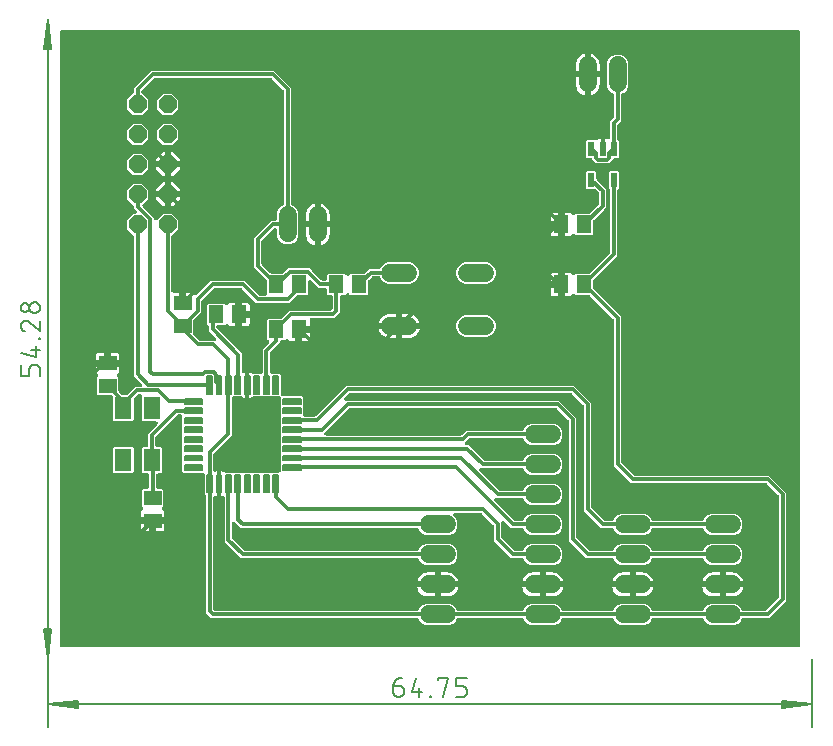
<source format=gbr>
G04 EAGLE Gerber RS-274X export*
G75*
%MOMM*%
%FSLAX34Y34*%
%LPD*%
%INTop Copper*%
%IPPOS*%
%AMOC8*
5,1,8,0,0,1.08239X$1,22.5*%
G01*
%ADD10C,0.130000*%
%ADD11C,0.130000*%
%ADD12C,0.152400*%
%ADD13R,1.500000X1.300000*%
%ADD14R,1.300000X1.500000*%
%ADD15R,0.550000X1.200000*%
%ADD16P,1.649562X8X112.500000*%
%ADD17C,1.524000*%
%ADD18R,1.400000X1.900000*%
%ADD19C,0.137500*%
%ADD20C,0.304800*%

G36*
X927942Y149864D02*
X927942Y149864D01*
X927968Y149862D01*
X928115Y149884D01*
X928262Y149901D01*
X928287Y149909D01*
X928313Y149913D01*
X928451Y149968D01*
X928590Y150018D01*
X928612Y150032D01*
X928637Y150042D01*
X928758Y150127D01*
X928883Y150207D01*
X928901Y150226D01*
X928923Y150241D01*
X929022Y150351D01*
X929125Y150458D01*
X929139Y150480D01*
X929156Y150500D01*
X929228Y150630D01*
X929304Y150757D01*
X929312Y150782D01*
X929325Y150805D01*
X929365Y150948D01*
X929410Y151089D01*
X929412Y151115D01*
X929420Y151140D01*
X929439Y151384D01*
X929439Y670816D01*
X929436Y670841D01*
X929438Y670864D01*
X929438Y670866D01*
X929438Y670868D01*
X929416Y671015D01*
X929399Y671162D01*
X929391Y671187D01*
X929387Y671213D01*
X929332Y671351D01*
X929282Y671490D01*
X929268Y671512D01*
X929258Y671537D01*
X929173Y671658D01*
X929093Y671783D01*
X929074Y671801D01*
X929059Y671823D01*
X928949Y671922D01*
X928842Y672025D01*
X928820Y672039D01*
X928800Y672056D01*
X928670Y672128D01*
X928543Y672204D01*
X928518Y672212D01*
X928495Y672225D01*
X928352Y672265D01*
X928211Y672310D01*
X928185Y672312D01*
X928160Y672320D01*
X927916Y672339D01*
X303784Y672339D01*
X303758Y672336D01*
X303732Y672338D01*
X303585Y672316D01*
X303438Y672299D01*
X303413Y672291D01*
X303387Y672287D01*
X303249Y672232D01*
X303110Y672182D01*
X303088Y672168D01*
X303063Y672158D01*
X302942Y672073D01*
X302817Y671993D01*
X302799Y671974D01*
X302777Y671959D01*
X302678Y671849D01*
X302575Y671742D01*
X302561Y671720D01*
X302544Y671700D01*
X302472Y671570D01*
X302396Y671443D01*
X302388Y671418D01*
X302375Y671395D01*
X302335Y671252D01*
X302290Y671111D01*
X302288Y671085D01*
X302280Y671060D01*
X302261Y670816D01*
X302261Y151384D01*
X302264Y151358D01*
X302262Y151332D01*
X302284Y151185D01*
X302301Y151038D01*
X302309Y151013D01*
X302313Y150987D01*
X302368Y150849D01*
X302418Y150710D01*
X302432Y150688D01*
X302442Y150663D01*
X302527Y150542D01*
X302607Y150417D01*
X302626Y150399D01*
X302641Y150377D01*
X302751Y150278D01*
X302858Y150175D01*
X302880Y150161D01*
X302900Y150144D01*
X303030Y150072D01*
X303157Y149996D01*
X303182Y149988D01*
X303205Y149975D01*
X303348Y149935D01*
X303489Y149890D01*
X303515Y149888D01*
X303540Y149880D01*
X303784Y149861D01*
X927916Y149861D01*
X927942Y149864D01*
G37*
%LPC*%
G36*
X612861Y168655D02*
X612861Y168655D01*
X609500Y170048D01*
X606927Y172620D01*
X606434Y173811D01*
X606397Y173878D01*
X606369Y173949D01*
X606313Y174030D01*
X606265Y174116D01*
X606213Y174172D01*
X606170Y174235D01*
X606097Y174301D01*
X606031Y174374D01*
X605968Y174417D01*
X605911Y174468D01*
X605825Y174516D01*
X605744Y174572D01*
X605673Y174600D01*
X605606Y174637D01*
X605511Y174664D01*
X605420Y174700D01*
X605344Y174711D01*
X605271Y174732D01*
X605122Y174744D01*
X605075Y174751D01*
X605056Y174749D01*
X605027Y174751D01*
X430537Y174751D01*
X426151Y179137D01*
X426151Y278314D01*
X426137Y278440D01*
X426130Y278566D01*
X426117Y278612D01*
X426111Y278660D01*
X426069Y278779D01*
X426034Y278901D01*
X426010Y278943D01*
X425994Y278989D01*
X425925Y279095D01*
X425864Y279205D01*
X425824Y279251D01*
X425805Y279281D01*
X425770Y279315D01*
X425705Y279391D01*
X424925Y280171D01*
X424925Y296402D01*
X424922Y296428D01*
X424924Y296454D01*
X424902Y296601D01*
X424885Y296748D01*
X424877Y296773D01*
X424873Y296799D01*
X424818Y296937D01*
X424768Y297076D01*
X424754Y297098D01*
X424744Y297123D01*
X424659Y297244D01*
X424579Y297369D01*
X424560Y297387D01*
X424545Y297409D01*
X424435Y297508D01*
X424328Y297611D01*
X424306Y297625D01*
X424286Y297642D01*
X424156Y297714D01*
X424029Y297790D01*
X424004Y297798D01*
X423981Y297811D01*
X423838Y297851D01*
X423697Y297896D01*
X423671Y297898D01*
X423646Y297906D01*
X423402Y297925D01*
X407171Y297925D01*
X405875Y299221D01*
X405875Y305187D01*
X405944Y305280D01*
X406036Y305396D01*
X406047Y305420D01*
X406063Y305441D01*
X406122Y305577D01*
X406185Y305711D01*
X406190Y305737D01*
X406201Y305761D01*
X406227Y305907D01*
X406258Y306052D01*
X406258Y306078D01*
X406262Y306104D01*
X406255Y306252D01*
X406252Y306400D01*
X406246Y306426D01*
X406245Y306452D01*
X406203Y306594D01*
X406167Y306738D01*
X406155Y306762D01*
X406148Y306787D01*
X406076Y306916D01*
X406008Y307048D01*
X405991Y307068D01*
X405978Y307091D01*
X405875Y307211D01*
X405875Y313187D01*
X405944Y313280D01*
X406036Y313396D01*
X406047Y313420D01*
X406063Y313441D01*
X406122Y313577D01*
X406185Y313711D01*
X406190Y313737D01*
X406201Y313761D01*
X406227Y313907D01*
X406258Y314052D01*
X406258Y314078D01*
X406262Y314104D01*
X406255Y314252D01*
X406252Y314400D01*
X406246Y314426D01*
X406245Y314452D01*
X406203Y314594D01*
X406167Y314738D01*
X406155Y314762D01*
X406148Y314787D01*
X406076Y314916D01*
X406008Y315048D01*
X405991Y315068D01*
X405978Y315091D01*
X405875Y315211D01*
X405875Y321187D01*
X405944Y321280D01*
X406036Y321396D01*
X406047Y321420D01*
X406063Y321441D01*
X406122Y321577D01*
X406185Y321711D01*
X406190Y321737D01*
X406201Y321761D01*
X406227Y321907D01*
X406258Y322052D01*
X406258Y322078D01*
X406262Y322104D01*
X406255Y322252D01*
X406252Y322400D01*
X406246Y322426D01*
X406245Y322452D01*
X406203Y322594D01*
X406167Y322738D01*
X406155Y322762D01*
X406148Y322787D01*
X406076Y322916D01*
X406008Y323048D01*
X405991Y323068D01*
X405978Y323091D01*
X405875Y323211D01*
X405875Y329187D01*
X405944Y329280D01*
X406036Y329396D01*
X406047Y329420D01*
X406063Y329441D01*
X406122Y329577D01*
X406185Y329711D01*
X406190Y329737D01*
X406201Y329761D01*
X406227Y329907D01*
X406258Y330052D01*
X406258Y330078D01*
X406262Y330104D01*
X406255Y330252D01*
X406252Y330400D01*
X406246Y330426D01*
X406245Y330452D01*
X406203Y330594D01*
X406167Y330738D01*
X406155Y330762D01*
X406148Y330787D01*
X406076Y330916D01*
X406008Y331048D01*
X405991Y331068D01*
X405978Y331091D01*
X405875Y331211D01*
X405875Y337187D01*
X405944Y337280D01*
X406036Y337396D01*
X406047Y337420D01*
X406063Y337441D01*
X406122Y337577D01*
X406185Y337711D01*
X406190Y337737D01*
X406201Y337761D01*
X406227Y337907D01*
X406258Y338052D01*
X406258Y338078D01*
X406262Y338104D01*
X406255Y338252D01*
X406252Y338400D01*
X406246Y338426D01*
X406245Y338452D01*
X406203Y338594D01*
X406167Y338738D01*
X406155Y338762D01*
X406148Y338787D01*
X406076Y338916D01*
X406008Y339048D01*
X405991Y339068D01*
X405978Y339091D01*
X405875Y339211D01*
X405875Y345628D01*
X405872Y345654D01*
X405874Y345680D01*
X405852Y345827D01*
X405835Y345974D01*
X405827Y345999D01*
X405823Y346025D01*
X405768Y346163D01*
X405718Y346302D01*
X405704Y346324D01*
X405694Y346349D01*
X405609Y346470D01*
X405529Y346595D01*
X405510Y346613D01*
X405495Y346635D01*
X405385Y346734D01*
X405278Y346837D01*
X405256Y346851D01*
X405236Y346868D01*
X405106Y346940D01*
X404979Y347016D01*
X404954Y347024D01*
X404931Y347037D01*
X404788Y347077D01*
X404647Y347122D01*
X404621Y347124D01*
X404596Y347132D01*
X404352Y347151D01*
X402894Y347151D01*
X402768Y347137D01*
X402642Y347130D01*
X402596Y347117D01*
X402548Y347111D01*
X402429Y347069D01*
X402307Y347034D01*
X402265Y347010D01*
X402219Y346994D01*
X402113Y346925D01*
X402003Y346864D01*
X401957Y346824D01*
X401927Y346805D01*
X401893Y346770D01*
X401817Y346705D01*
X383795Y328683D01*
X383716Y328584D01*
X383632Y328490D01*
X383608Y328448D01*
X383578Y328410D01*
X383524Y328296D01*
X383463Y328185D01*
X383450Y328139D01*
X383429Y328095D01*
X383403Y327972D01*
X383368Y327850D01*
X383363Y327789D01*
X383356Y327754D01*
X383357Y327706D01*
X383349Y327606D01*
X383349Y320748D01*
X383352Y320722D01*
X383350Y320696D01*
X383372Y320549D01*
X383389Y320402D01*
X383397Y320377D01*
X383401Y320351D01*
X383456Y320213D01*
X383506Y320074D01*
X383520Y320052D01*
X383530Y320027D01*
X383615Y319906D01*
X383695Y319781D01*
X383714Y319763D01*
X383729Y319741D01*
X383839Y319642D01*
X383946Y319539D01*
X383968Y319525D01*
X383988Y319508D01*
X384118Y319436D01*
X384245Y319360D01*
X384270Y319352D01*
X384293Y319339D01*
X384436Y319299D01*
X384577Y319254D01*
X384603Y319252D01*
X384628Y319244D01*
X384872Y319225D01*
X387932Y319225D01*
X388825Y318332D01*
X388825Y298068D01*
X387932Y297175D01*
X385572Y297175D01*
X385546Y297172D01*
X385520Y297174D01*
X385373Y297152D01*
X385226Y297135D01*
X385201Y297127D01*
X385175Y297123D01*
X385037Y297068D01*
X384898Y297018D01*
X384876Y297004D01*
X384851Y296994D01*
X384730Y296909D01*
X384605Y296829D01*
X384587Y296810D01*
X384565Y296795D01*
X384466Y296685D01*
X384363Y296578D01*
X384349Y296556D01*
X384332Y296536D01*
X384260Y296406D01*
X384184Y296279D01*
X384176Y296254D01*
X384163Y296231D01*
X384123Y296088D01*
X384078Y295947D01*
X384076Y295921D01*
X384068Y295896D01*
X384049Y295652D01*
X384049Y285748D01*
X384052Y285722D01*
X384050Y285696D01*
X384072Y285549D01*
X384089Y285402D01*
X384097Y285377D01*
X384101Y285351D01*
X384156Y285213D01*
X384206Y285074D01*
X384220Y285052D01*
X384230Y285027D01*
X384315Y284906D01*
X384395Y284781D01*
X384414Y284763D01*
X384429Y284741D01*
X384539Y284642D01*
X384646Y284539D01*
X384668Y284525D01*
X384688Y284508D01*
X384818Y284436D01*
X384945Y284360D01*
X384970Y284352D01*
X384993Y284339D01*
X385136Y284299D01*
X385277Y284254D01*
X385303Y284252D01*
X385328Y284244D01*
X385572Y284225D01*
X389132Y284225D01*
X390025Y283332D01*
X390025Y269068D01*
X389327Y268371D01*
X389295Y268330D01*
X389257Y268296D01*
X389187Y268195D01*
X389110Y268098D01*
X389088Y268051D01*
X389059Y268009D01*
X389014Y267894D01*
X388961Y267782D01*
X388951Y267733D01*
X388932Y267685D01*
X388914Y267563D01*
X388888Y267442D01*
X388889Y267391D01*
X388881Y267340D01*
X388892Y267217D01*
X388894Y267093D01*
X388906Y267044D01*
X388911Y266993D01*
X388949Y266875D01*
X388979Y266755D01*
X389002Y266710D01*
X389018Y266661D01*
X389082Y266555D01*
X389139Y266446D01*
X389172Y266407D01*
X389198Y266363D01*
X389284Y266274D01*
X389364Y266180D01*
X389405Y266150D01*
X389441Y266113D01*
X389642Y265974D01*
X390060Y265733D01*
X390533Y265260D01*
X390868Y264681D01*
X391041Y264035D01*
X391041Y260247D01*
X382524Y260247D01*
X382498Y260244D01*
X382472Y260246D01*
X382325Y260224D01*
X382178Y260207D01*
X382153Y260198D01*
X382127Y260195D01*
X381989Y260140D01*
X381850Y260090D01*
X381828Y260076D01*
X381803Y260066D01*
X381682Y259981D01*
X381557Y259901D01*
X381539Y259882D01*
X381517Y259867D01*
X381418Y259757D01*
X381315Y259650D01*
X381301Y259628D01*
X381284Y259608D01*
X381212Y259478D01*
X381136Y259351D01*
X381128Y259326D01*
X381115Y259303D01*
X381075Y259160D01*
X381030Y259019D01*
X381028Y258993D01*
X381020Y258968D01*
X381001Y258724D01*
X381001Y257199D01*
X380999Y257199D01*
X380999Y258724D01*
X380996Y258750D01*
X380998Y258776D01*
X380976Y258923D01*
X380959Y259070D01*
X380950Y259095D01*
X380947Y259121D01*
X380892Y259259D01*
X380842Y259398D01*
X380828Y259420D01*
X380818Y259445D01*
X380733Y259566D01*
X380653Y259691D01*
X380634Y259709D01*
X380619Y259731D01*
X380509Y259830D01*
X380402Y259933D01*
X380380Y259947D01*
X380360Y259964D01*
X380230Y260036D01*
X380103Y260112D01*
X380078Y260120D01*
X380055Y260133D01*
X379912Y260173D01*
X379771Y260218D01*
X379745Y260220D01*
X379720Y260228D01*
X379476Y260247D01*
X370959Y260247D01*
X370959Y264035D01*
X371132Y264681D01*
X371467Y265260D01*
X371940Y265733D01*
X372358Y265974D01*
X372399Y266005D01*
X372444Y266028D01*
X372538Y266108D01*
X372638Y266182D01*
X372671Y266221D01*
X372709Y266254D01*
X372783Y266353D01*
X372863Y266448D01*
X372886Y266493D01*
X372917Y266534D01*
X372966Y266648D01*
X373022Y266758D01*
X373034Y266807D01*
X373055Y266854D01*
X373076Y266976D01*
X373106Y267096D01*
X373107Y267147D01*
X373116Y267197D01*
X373110Y267321D01*
X373112Y267444D01*
X373101Y267494D01*
X373098Y267545D01*
X373064Y267664D01*
X373038Y267785D01*
X373016Y267831D01*
X373002Y267880D01*
X372941Y267988D01*
X372888Y268100D01*
X372857Y268140D01*
X372832Y268184D01*
X372673Y268371D01*
X371975Y269068D01*
X371975Y283332D01*
X372868Y284225D01*
X376428Y284225D01*
X376454Y284228D01*
X376480Y284226D01*
X376627Y284248D01*
X376774Y284265D01*
X376799Y284273D01*
X376825Y284277D01*
X376963Y284332D01*
X377102Y284382D01*
X377124Y284396D01*
X377149Y284406D01*
X377270Y284491D01*
X377395Y284571D01*
X377413Y284590D01*
X377435Y284605D01*
X377534Y284715D01*
X377637Y284822D01*
X377651Y284844D01*
X377668Y284864D01*
X377740Y284994D01*
X377816Y285121D01*
X377824Y285146D01*
X377837Y285169D01*
X377877Y285312D01*
X377922Y285453D01*
X377924Y285479D01*
X377932Y285504D01*
X377951Y285748D01*
X377951Y295652D01*
X377948Y295678D01*
X377950Y295704D01*
X377928Y295851D01*
X377911Y295998D01*
X377903Y296023D01*
X377899Y296049D01*
X377844Y296187D01*
X377794Y296326D01*
X377780Y296348D01*
X377770Y296373D01*
X377685Y296494D01*
X377605Y296619D01*
X377586Y296637D01*
X377571Y296659D01*
X377461Y296758D01*
X377354Y296861D01*
X377332Y296875D01*
X377312Y296892D01*
X377182Y296964D01*
X377055Y297040D01*
X377030Y297048D01*
X377007Y297061D01*
X376864Y297101D01*
X376723Y297146D01*
X376697Y297148D01*
X376672Y297156D01*
X376428Y297175D01*
X372668Y297175D01*
X371775Y298068D01*
X371775Y318332D01*
X372668Y319225D01*
X375728Y319225D01*
X375754Y319228D01*
X375780Y319226D01*
X375927Y319248D01*
X376074Y319265D01*
X376099Y319273D01*
X376125Y319277D01*
X376263Y319332D01*
X376402Y319382D01*
X376424Y319396D01*
X376449Y319406D01*
X376570Y319491D01*
X376695Y319571D01*
X376713Y319590D01*
X376735Y319605D01*
X376834Y319715D01*
X376937Y319822D01*
X376951Y319844D01*
X376968Y319864D01*
X377040Y319994D01*
X377116Y320121D01*
X377124Y320146D01*
X377137Y320169D01*
X377177Y320312D01*
X377222Y320453D01*
X377224Y320479D01*
X377232Y320504D01*
X377251Y320748D01*
X377251Y330763D01*
X385063Y338575D01*
X385126Y338653D01*
X385196Y338726D01*
X385234Y338790D01*
X385280Y338848D01*
X385323Y338939D01*
X385374Y339025D01*
X385397Y339096D01*
X385429Y339163D01*
X385450Y339261D01*
X385481Y339357D01*
X385487Y339431D01*
X385502Y339504D01*
X385501Y339604D01*
X385509Y339704D01*
X385498Y339778D01*
X385496Y339852D01*
X385472Y339949D01*
X385457Y340049D01*
X385429Y340118D01*
X385411Y340190D01*
X385365Y340280D01*
X385328Y340373D01*
X385286Y340434D01*
X385252Y340500D01*
X385186Y340577D01*
X385129Y340659D01*
X385074Y340709D01*
X385026Y340765D01*
X384945Y340825D01*
X384870Y340892D01*
X384805Y340928D01*
X384746Y340973D01*
X384653Y341012D01*
X384565Y341061D01*
X384494Y341081D01*
X384426Y341111D01*
X384327Y341128D01*
X384230Y341156D01*
X384130Y341164D01*
X384083Y341172D01*
X384047Y341170D01*
X383986Y341175D01*
X372668Y341175D01*
X371775Y342068D01*
X371775Y362856D01*
X371772Y362882D01*
X371774Y362908D01*
X371752Y363055D01*
X371735Y363202D01*
X371727Y363227D01*
X371723Y363253D01*
X371668Y363391D01*
X371618Y363530D01*
X371604Y363552D01*
X371594Y363577D01*
X371509Y363698D01*
X371429Y363823D01*
X371410Y363841D01*
X371395Y363863D01*
X371285Y363962D01*
X371178Y364065D01*
X371156Y364079D01*
X371136Y364096D01*
X371006Y364168D01*
X370879Y364244D01*
X370854Y364252D01*
X370831Y364265D01*
X370688Y364305D01*
X370547Y364350D01*
X370521Y364352D01*
X370496Y364360D01*
X370252Y364379D01*
X369322Y364379D01*
X369196Y364365D01*
X369070Y364358D01*
X369024Y364345D01*
X368976Y364339D01*
X368857Y364297D01*
X368735Y364262D01*
X368693Y364238D01*
X368647Y364222D01*
X368541Y364153D01*
X368431Y364092D01*
X368385Y364052D01*
X368355Y364033D01*
X368321Y363998D01*
X368245Y363933D01*
X365271Y360959D01*
X365192Y360860D01*
X365108Y360766D01*
X365084Y360724D01*
X365054Y360686D01*
X365000Y360572D01*
X364939Y360461D01*
X364926Y360415D01*
X364905Y360371D01*
X364879Y360248D01*
X364844Y360126D01*
X364839Y360065D01*
X364832Y360030D01*
X364833Y359982D01*
X364825Y359882D01*
X364825Y342068D01*
X363932Y341175D01*
X348668Y341175D01*
X347775Y342068D01*
X347775Y361682D01*
X347761Y361808D01*
X347754Y361934D01*
X347741Y361980D01*
X347735Y362028D01*
X347693Y362147D01*
X347658Y362269D01*
X347634Y362311D01*
X347618Y362357D01*
X347549Y362463D01*
X347488Y362573D01*
X347448Y362619D01*
X347429Y362649D01*
X347394Y362683D01*
X347329Y362759D01*
X347059Y363029D01*
X346960Y363108D01*
X346866Y363192D01*
X346824Y363216D01*
X346786Y363246D01*
X346672Y363300D01*
X346561Y363361D01*
X346515Y363374D01*
X346471Y363395D01*
X346348Y363421D01*
X346226Y363456D01*
X346165Y363461D01*
X346130Y363468D01*
X346082Y363467D01*
X345982Y363475D01*
X334768Y363475D01*
X333875Y364368D01*
X333875Y378632D01*
X334573Y379329D01*
X334605Y379370D01*
X334643Y379404D01*
X334713Y379505D01*
X334790Y379602D01*
X334812Y379649D01*
X334841Y379691D01*
X334886Y379806D01*
X334939Y379918D01*
X334949Y379967D01*
X334968Y380015D01*
X334986Y380137D01*
X335012Y380258D01*
X335011Y380309D01*
X335019Y380360D01*
X335008Y380483D01*
X335006Y380607D01*
X334994Y380656D01*
X334989Y380707D01*
X334951Y380825D01*
X334921Y380945D01*
X334898Y380990D01*
X334882Y381039D01*
X334818Y381145D01*
X334761Y381254D01*
X334728Y381293D01*
X334702Y381337D01*
X334616Y381426D01*
X334536Y381520D01*
X334495Y381550D01*
X334459Y381587D01*
X334258Y381726D01*
X333840Y381967D01*
X333367Y382440D01*
X333032Y383019D01*
X332859Y383665D01*
X332859Y387453D01*
X341376Y387453D01*
X341402Y387456D01*
X341428Y387454D01*
X341575Y387476D01*
X341722Y387493D01*
X341747Y387501D01*
X341773Y387505D01*
X341911Y387560D01*
X342050Y387610D01*
X342072Y387624D01*
X342097Y387634D01*
X342218Y387719D01*
X342343Y387799D01*
X342361Y387818D01*
X342383Y387833D01*
X342482Y387943D01*
X342585Y388050D01*
X342599Y388072D01*
X342616Y388092D01*
X342688Y388222D01*
X342764Y388349D01*
X342772Y388374D01*
X342785Y388397D01*
X342825Y388540D01*
X342870Y388681D01*
X342872Y388707D01*
X342880Y388732D01*
X342899Y388976D01*
X342899Y390501D01*
X342901Y390501D01*
X342901Y388976D01*
X342902Y388964D01*
X342902Y388959D01*
X342904Y388947D01*
X342902Y388924D01*
X342924Y388777D01*
X342941Y388630D01*
X342950Y388605D01*
X342953Y388579D01*
X343008Y388441D01*
X343058Y388302D01*
X343072Y388280D01*
X343082Y388255D01*
X343167Y388134D01*
X343247Y388009D01*
X343266Y387991D01*
X343281Y387969D01*
X343391Y387870D01*
X343498Y387767D01*
X343520Y387753D01*
X343540Y387736D01*
X343670Y387664D01*
X343797Y387588D01*
X343822Y387580D01*
X343845Y387567D01*
X343988Y387527D01*
X344129Y387482D01*
X344155Y387480D01*
X344180Y387472D01*
X344424Y387453D01*
X352941Y387453D01*
X352941Y383665D01*
X352768Y383019D01*
X352433Y382440D01*
X351960Y381967D01*
X351542Y381726D01*
X351501Y381695D01*
X351456Y381672D01*
X351362Y381592D01*
X351262Y381518D01*
X351229Y381479D01*
X351191Y381446D01*
X351117Y381347D01*
X351037Y381252D01*
X351014Y381207D01*
X350983Y381166D01*
X350934Y381052D01*
X350878Y380942D01*
X350866Y380893D01*
X350845Y380846D01*
X350824Y380724D01*
X350794Y380604D01*
X350793Y380553D01*
X350784Y380503D01*
X350790Y380379D01*
X350788Y380256D01*
X350799Y380206D01*
X350802Y380155D01*
X350836Y380036D01*
X350862Y379915D01*
X350884Y379869D01*
X350898Y379820D01*
X350959Y379712D01*
X351012Y379600D01*
X351043Y379560D01*
X351068Y379516D01*
X351227Y379329D01*
X351925Y378632D01*
X351925Y367418D01*
X351939Y367292D01*
X351946Y367166D01*
X351959Y367120D01*
X351965Y367072D01*
X352007Y366953D01*
X352042Y366831D01*
X352066Y366789D01*
X352082Y366743D01*
X352151Y366637D01*
X352212Y366527D01*
X352252Y366481D01*
X352271Y366451D01*
X352306Y366417D01*
X352371Y366341D01*
X355041Y363671D01*
X355140Y363592D01*
X355234Y363508D01*
X355276Y363484D01*
X355314Y363454D01*
X355428Y363400D01*
X355539Y363339D01*
X355585Y363326D01*
X355629Y363305D01*
X355752Y363279D01*
X355874Y363244D01*
X355935Y363239D01*
X355970Y363232D01*
X356018Y363233D01*
X356118Y363225D01*
X358282Y363225D01*
X358408Y363239D01*
X358534Y363246D01*
X358580Y363259D01*
X358628Y363265D01*
X358747Y363307D01*
X358869Y363342D01*
X358911Y363366D01*
X358957Y363382D01*
X359063Y363451D01*
X359173Y363512D01*
X359219Y363552D01*
X359249Y363571D01*
X359283Y363606D01*
X359359Y363671D01*
X366165Y370477D01*
X370834Y370477D01*
X370934Y370488D01*
X371034Y370490D01*
X371107Y370508D01*
X371180Y370517D01*
X371275Y370550D01*
X371372Y370575D01*
X371439Y370609D01*
X371509Y370634D01*
X371593Y370689D01*
X371682Y370735D01*
X371739Y370783D01*
X371801Y370823D01*
X371871Y370895D01*
X371948Y370960D01*
X371992Y371020D01*
X372044Y371074D01*
X372095Y371160D01*
X372155Y371241D01*
X372184Y371309D01*
X372222Y371373D01*
X372253Y371469D01*
X372293Y371561D01*
X372306Y371634D01*
X372329Y371705D01*
X372337Y371805D01*
X372354Y371904D01*
X372351Y371978D01*
X372357Y372052D01*
X372342Y372152D01*
X372337Y372252D01*
X372316Y372323D01*
X372305Y372397D01*
X372268Y372490D01*
X372240Y372587D01*
X372204Y372652D01*
X372176Y372721D01*
X372119Y372803D01*
X372070Y372891D01*
X372005Y372967D01*
X371977Y373007D01*
X371951Y373031D01*
X371911Y373077D01*
X367483Y377505D01*
X365251Y379737D01*
X365251Y497485D01*
X365237Y497611D01*
X365230Y497737D01*
X365217Y497783D01*
X365211Y497831D01*
X365169Y497950D01*
X365134Y498072D01*
X365110Y498114D01*
X365094Y498159D01*
X365025Y498266D01*
X364964Y498376D01*
X364924Y498422D01*
X364905Y498452D01*
X364870Y498486D01*
X364805Y498562D01*
X359155Y504212D01*
X359155Y511788D01*
X364512Y517145D01*
X366253Y517145D01*
X366353Y517156D01*
X366453Y517158D01*
X366525Y517176D01*
X366599Y517185D01*
X366694Y517218D01*
X366791Y517243D01*
X366857Y517277D01*
X366927Y517302D01*
X367012Y517357D01*
X367101Y517403D01*
X367158Y517451D01*
X367220Y517491D01*
X367290Y517563D01*
X367367Y517628D01*
X367411Y517688D01*
X367462Y517742D01*
X367514Y517828D01*
X367574Y517909D01*
X367603Y517977D01*
X367641Y518041D01*
X367672Y518137D01*
X367712Y518229D01*
X367725Y518302D01*
X367748Y518373D01*
X367756Y518473D01*
X367773Y518572D01*
X367770Y518646D01*
X367775Y518720D01*
X367761Y518820D01*
X367755Y518920D01*
X367735Y518991D01*
X367724Y519065D01*
X367687Y519158D01*
X367659Y519255D01*
X367623Y519320D01*
X367595Y519389D01*
X367538Y519471D01*
X367489Y519559D01*
X367424Y519635D01*
X367396Y519675D01*
X367370Y519699D01*
X367330Y519745D01*
X365251Y521824D01*
X365251Y522885D01*
X365237Y523011D01*
X365230Y523137D01*
X365217Y523183D01*
X365211Y523231D01*
X365169Y523350D01*
X365134Y523472D01*
X365110Y523514D01*
X365094Y523559D01*
X365025Y523666D01*
X364964Y523776D01*
X364924Y523822D01*
X364905Y523852D01*
X364870Y523886D01*
X364805Y523962D01*
X359155Y529612D01*
X359155Y537188D01*
X364512Y542545D01*
X372088Y542545D01*
X377445Y537188D01*
X377445Y529612D01*
X372843Y525010D01*
X372826Y524990D01*
X372806Y524972D01*
X372718Y524853D01*
X372626Y524737D01*
X372615Y524713D01*
X372599Y524692D01*
X372540Y524556D01*
X372477Y524422D01*
X372472Y524396D01*
X372461Y524372D01*
X372435Y524226D01*
X372404Y524081D01*
X372404Y524055D01*
X372399Y524029D01*
X372407Y523881D01*
X372410Y523733D01*
X372416Y523707D01*
X372417Y523681D01*
X372458Y523539D01*
X372495Y523395D01*
X372507Y523371D01*
X372514Y523346D01*
X372586Y523217D01*
X372654Y523085D01*
X372671Y523065D01*
X372684Y523042D01*
X372843Y522856D01*
X379785Y515914D01*
X382017Y513682D01*
X382017Y512927D01*
X382028Y512827D01*
X382030Y512727D01*
X382048Y512654D01*
X382057Y512581D01*
X382090Y512486D01*
X382115Y512389D01*
X382149Y512322D01*
X382174Y512252D01*
X382229Y512168D01*
X382275Y512079D01*
X382323Y512022D01*
X382363Y511960D01*
X382435Y511890D01*
X382500Y511813D01*
X382560Y511769D01*
X382614Y511717D01*
X382700Y511666D01*
X382781Y511606D01*
X382849Y511577D01*
X382913Y511539D01*
X383009Y511508D01*
X383101Y511468D01*
X383174Y511455D01*
X383245Y511432D01*
X383345Y511424D01*
X383444Y511407D01*
X383518Y511410D01*
X383592Y511404D01*
X383692Y511419D01*
X383792Y511424D01*
X383863Y511445D01*
X383937Y511456D01*
X384030Y511493D01*
X384127Y511521D01*
X384192Y511557D01*
X384261Y511585D01*
X384343Y511642D01*
X384431Y511691D01*
X384507Y511756D01*
X384547Y511784D01*
X384571Y511810D01*
X384617Y511850D01*
X389912Y517145D01*
X397488Y517145D01*
X402845Y511788D01*
X402845Y504212D01*
X397195Y498562D01*
X397116Y498463D01*
X397032Y498369D01*
X397008Y498327D01*
X396978Y498289D01*
X396924Y498175D01*
X396863Y498064D01*
X396850Y498018D01*
X396829Y497974D01*
X396803Y497851D01*
X396768Y497729D01*
X396763Y497668D01*
X396756Y497633D01*
X396757Y497585D01*
X396749Y497485D01*
X396749Y451839D01*
X396755Y451788D01*
X396752Y451737D01*
X396774Y451616D01*
X396789Y451493D01*
X396806Y451445D01*
X396815Y451395D01*
X396864Y451281D01*
X396906Y451165D01*
X396934Y451122D01*
X396954Y451075D01*
X397028Y450976D01*
X397095Y450872D01*
X397132Y450836D01*
X397162Y450796D01*
X397257Y450716D01*
X397346Y450630D01*
X397390Y450604D01*
X397428Y450571D01*
X397539Y450514D01*
X397645Y450451D01*
X397693Y450435D01*
X397739Y450412D01*
X397859Y450382D01*
X397977Y450345D01*
X398028Y450341D01*
X398077Y450328D01*
X398201Y450327D01*
X398324Y450317D01*
X398375Y450324D01*
X398426Y450324D01*
X398519Y450341D01*
X403353Y450341D01*
X403353Y442824D01*
X403356Y442798D01*
X403354Y442772D01*
X403376Y442625D01*
X403393Y442478D01*
X403401Y442453D01*
X403405Y442427D01*
X403460Y442289D01*
X403510Y442150D01*
X403524Y442128D01*
X403534Y442103D01*
X403619Y441982D01*
X403699Y441857D01*
X403718Y441839D01*
X403733Y441817D01*
X403843Y441718D01*
X403950Y441615D01*
X403972Y441601D01*
X403992Y441584D01*
X404122Y441512D01*
X404249Y441436D01*
X404274Y441428D01*
X404297Y441415D01*
X404440Y441375D01*
X404581Y441330D01*
X404607Y441328D01*
X404632Y441320D01*
X404876Y441301D01*
X407924Y441301D01*
X407950Y441304D01*
X407976Y441302D01*
X408123Y441324D01*
X408270Y441341D01*
X408295Y441350D01*
X408321Y441353D01*
X408459Y441408D01*
X408598Y441458D01*
X408620Y441472D01*
X408645Y441482D01*
X408766Y441567D01*
X408891Y441647D01*
X408909Y441666D01*
X408931Y441681D01*
X409030Y441791D01*
X409133Y441898D01*
X409147Y441920D01*
X409164Y441940D01*
X409236Y442070D01*
X409312Y442197D01*
X409320Y442222D01*
X409333Y442245D01*
X409373Y442388D01*
X409418Y442529D01*
X409420Y442555D01*
X409428Y442580D01*
X409447Y442824D01*
X409447Y450341D01*
X414235Y450341D01*
X414881Y450168D01*
X415460Y449833D01*
X415933Y449360D01*
X416300Y448724D01*
X416331Y448683D01*
X416354Y448637D01*
X416434Y448543D01*
X416508Y448444D01*
X416547Y448411D01*
X416580Y448372D01*
X416680Y448299D01*
X416774Y448218D01*
X416819Y448195D01*
X416860Y448165D01*
X416974Y448116D01*
X417084Y448059D01*
X417134Y448047D01*
X417180Y448027D01*
X417302Y448005D01*
X417422Y447975D01*
X417473Y447974D01*
X417523Y447965D01*
X417647Y447972D01*
X417771Y447970D01*
X417821Y447980D01*
X417871Y447983D01*
X417990Y448017D01*
X418111Y448044D01*
X418157Y448066D01*
X418206Y448080D01*
X418314Y448140D01*
X418426Y448193D01*
X418466Y448225D01*
X418510Y448250D01*
X418697Y448408D01*
X428305Y458017D01*
X430537Y460249D01*
X458463Y460249D01*
X460695Y458017D01*
X470717Y447995D01*
X470816Y447916D01*
X470910Y447832D01*
X470952Y447808D01*
X470990Y447778D01*
X471104Y447724D01*
X471215Y447663D01*
X471261Y447650D01*
X471305Y447629D01*
X471428Y447603D01*
X471550Y447568D01*
X471611Y447563D01*
X471645Y447556D01*
X471693Y447557D01*
X471794Y447549D01*
X476252Y447549D01*
X476278Y447552D01*
X476304Y447550D01*
X476451Y447572D01*
X476598Y447589D01*
X476623Y447597D01*
X476649Y447601D01*
X476787Y447656D01*
X476926Y447706D01*
X476948Y447720D01*
X476973Y447730D01*
X477094Y447815D01*
X477219Y447895D01*
X477237Y447914D01*
X477259Y447929D01*
X477358Y448039D01*
X477461Y448146D01*
X477475Y448168D01*
X477492Y448188D01*
X477564Y448318D01*
X477640Y448445D01*
X477648Y448470D01*
X477661Y448493D01*
X477701Y448636D01*
X477746Y448777D01*
X477748Y448803D01*
X477756Y448828D01*
X477775Y449072D01*
X477775Y460282D01*
X477761Y460408D01*
X477754Y460534D01*
X477741Y460580D01*
X477735Y460628D01*
X477693Y460747D01*
X477658Y460869D01*
X477634Y460911D01*
X477618Y460957D01*
X477549Y461063D01*
X477488Y461173D01*
X477448Y461219D01*
X477429Y461249D01*
X477394Y461283D01*
X477329Y461359D01*
X466851Y471837D01*
X466851Y496563D01*
X481337Y511049D01*
X484632Y511049D01*
X484658Y511052D01*
X484684Y511050D01*
X484831Y511072D01*
X484978Y511089D01*
X485003Y511097D01*
X485029Y511101D01*
X485167Y511156D01*
X485306Y511206D01*
X485328Y511220D01*
X485353Y511230D01*
X485474Y511315D01*
X485599Y511395D01*
X485617Y511414D01*
X485639Y511429D01*
X485738Y511539D01*
X485841Y511646D01*
X485855Y511668D01*
X485872Y511688D01*
X485944Y511818D01*
X486020Y511945D01*
X486028Y511970D01*
X486041Y511993D01*
X486081Y512136D01*
X486126Y512277D01*
X486128Y512303D01*
X486136Y512328D01*
X486155Y512572D01*
X486155Y517439D01*
X487548Y520800D01*
X490120Y523373D01*
X491311Y523866D01*
X491378Y523903D01*
X491449Y523931D01*
X491529Y523987D01*
X491616Y524035D01*
X491672Y524087D01*
X491735Y524130D01*
X491801Y524203D01*
X491874Y524269D01*
X491917Y524332D01*
X491968Y524389D01*
X492016Y524475D01*
X492072Y524556D01*
X492100Y524627D01*
X492137Y524694D01*
X492164Y524789D01*
X492200Y524880D01*
X492211Y524956D01*
X492232Y525029D01*
X492244Y525178D01*
X492251Y525225D01*
X492249Y525244D01*
X492251Y525273D01*
X492251Y620406D01*
X492237Y620532D01*
X492230Y620658D01*
X492217Y620704D01*
X492211Y620752D01*
X492169Y620871D01*
X492134Y620993D01*
X492110Y621035D01*
X492094Y621081D01*
X492025Y621187D01*
X491964Y621297D01*
X491924Y621343D01*
X491905Y621373D01*
X491870Y621407D01*
X491805Y621483D01*
X481783Y631505D01*
X481684Y631584D01*
X481590Y631668D01*
X481548Y631692D01*
X481510Y631722D01*
X481396Y631776D01*
X481285Y631837D01*
X481239Y631850D01*
X481195Y631871D01*
X481072Y631897D01*
X480950Y631932D01*
X480889Y631937D01*
X480854Y631944D01*
X480806Y631943D01*
X480706Y631951D01*
X382894Y631951D01*
X382768Y631937D01*
X382642Y631930D01*
X382596Y631917D01*
X382548Y631911D01*
X382429Y631869D01*
X382307Y631834D01*
X382265Y631810D01*
X382219Y631794D01*
X382113Y631725D01*
X382003Y631664D01*
X381957Y631624D01*
X381927Y631605D01*
X381893Y631570D01*
X381817Y631505D01*
X371795Y621483D01*
X371716Y621384D01*
X371632Y621290D01*
X371608Y621248D01*
X371578Y621210D01*
X371524Y621096D01*
X371463Y620985D01*
X371450Y620939D01*
X371429Y620895D01*
X371403Y620772D01*
X371368Y620650D01*
X371363Y620589D01*
X371356Y620554D01*
X371357Y620506D01*
X371349Y620406D01*
X371349Y620115D01*
X371363Y619989D01*
X371370Y619863D01*
X371383Y619817D01*
X371389Y619769D01*
X371431Y619650D01*
X371466Y619528D01*
X371490Y619486D01*
X371506Y619441D01*
X371575Y619334D01*
X371636Y619224D01*
X371676Y619178D01*
X371695Y619148D01*
X371730Y619114D01*
X371795Y619038D01*
X377445Y613388D01*
X377445Y605812D01*
X372088Y600455D01*
X364512Y600455D01*
X359155Y605812D01*
X359155Y613388D01*
X364805Y619038D01*
X364884Y619137D01*
X364968Y619231D01*
X364992Y619273D01*
X365022Y619311D01*
X365076Y619425D01*
X365137Y619536D01*
X365150Y619582D01*
X365171Y619626D01*
X365197Y619749D01*
X365232Y619871D01*
X365237Y619932D01*
X365244Y619967D01*
X365243Y620015D01*
X365251Y620115D01*
X365251Y623563D01*
X379737Y638049D01*
X483863Y638049D01*
X498349Y623563D01*
X498349Y525273D01*
X498357Y525197D01*
X498356Y525121D01*
X498377Y525024D01*
X498389Y524927D01*
X498414Y524855D01*
X498431Y524780D01*
X498473Y524691D01*
X498506Y524599D01*
X498548Y524535D01*
X498580Y524466D01*
X498642Y524389D01*
X498695Y524306D01*
X498750Y524253D01*
X498798Y524193D01*
X498875Y524132D01*
X498946Y524064D01*
X499011Y524025D01*
X499071Y523977D01*
X499204Y523909D01*
X499245Y523885D01*
X499263Y523879D01*
X499289Y523866D01*
X500480Y523373D01*
X503052Y520800D01*
X504445Y517439D01*
X504445Y498561D01*
X503052Y495200D01*
X500480Y492628D01*
X497119Y491235D01*
X493481Y491235D01*
X490120Y492628D01*
X487548Y495200D01*
X486155Y498561D01*
X486155Y503428D01*
X486152Y503454D01*
X486154Y503480D01*
X486132Y503627D01*
X486115Y503774D01*
X486107Y503799D01*
X486103Y503825D01*
X486048Y503963D01*
X485998Y504102D01*
X485984Y504124D01*
X485974Y504149D01*
X485889Y504270D01*
X485809Y504395D01*
X485790Y504413D01*
X485775Y504435D01*
X485665Y504534D01*
X485558Y504637D01*
X485536Y504651D01*
X485516Y504668D01*
X485386Y504740D01*
X485259Y504816D01*
X485234Y504824D01*
X485211Y504837D01*
X485068Y504877D01*
X484927Y504922D01*
X484901Y504924D01*
X484876Y504932D01*
X484632Y504951D01*
X484494Y504951D01*
X484368Y504937D01*
X484242Y504930D01*
X484196Y504917D01*
X484148Y504911D01*
X484029Y504869D01*
X483907Y504834D01*
X483865Y504810D01*
X483819Y504794D01*
X483713Y504725D01*
X483603Y504664D01*
X483557Y504624D01*
X483527Y504605D01*
X483493Y504570D01*
X483417Y504505D01*
X473395Y494483D01*
X473316Y494384D01*
X473232Y494290D01*
X473208Y494248D01*
X473178Y494210D01*
X473124Y494096D01*
X473063Y493985D01*
X473050Y493939D01*
X473029Y493895D01*
X473003Y493772D01*
X472968Y493650D01*
X472963Y493589D01*
X472956Y493554D01*
X472957Y493506D01*
X472949Y493406D01*
X472949Y474994D01*
X472963Y474868D01*
X472970Y474742D01*
X472983Y474696D01*
X472989Y474648D01*
X473031Y474529D01*
X473066Y474407D01*
X473090Y474365D01*
X473106Y474319D01*
X473175Y474213D01*
X473236Y474103D01*
X473276Y474057D01*
X473295Y474027D01*
X473330Y473993D01*
X473395Y473917D01*
X480641Y466671D01*
X480740Y466592D01*
X480834Y466508D01*
X480876Y466484D01*
X480914Y466454D01*
X481028Y466400D01*
X481139Y466339D01*
X481185Y466326D01*
X481229Y466305D01*
X481352Y466279D01*
X481474Y466244D01*
X481535Y466239D01*
X481570Y466232D01*
X481618Y466233D01*
X481718Y466225D01*
X490572Y466225D01*
X490697Y466239D01*
X490824Y466246D01*
X490870Y466259D01*
X490918Y466265D01*
X491037Y466307D01*
X491158Y466342D01*
X491201Y466366D01*
X491246Y466382D01*
X491352Y466451D01*
X491463Y466512D01*
X491509Y466552D01*
X491539Y466571D01*
X491572Y466606D01*
X491649Y466671D01*
X495775Y470797D01*
X513825Y470797D01*
X516057Y468565D01*
X523927Y460695D01*
X524026Y460616D01*
X524120Y460532D01*
X524162Y460508D01*
X524200Y460478D01*
X524314Y460424D01*
X524425Y460363D01*
X524472Y460350D01*
X524515Y460329D01*
X524639Y460303D01*
X524760Y460268D01*
X524821Y460263D01*
X524856Y460256D01*
X524904Y460257D01*
X525004Y460249D01*
X527052Y460249D01*
X527078Y460252D01*
X527104Y460250D01*
X527251Y460272D01*
X527398Y460289D01*
X527423Y460297D01*
X527449Y460301D01*
X527587Y460356D01*
X527726Y460406D01*
X527748Y460420D01*
X527773Y460430D01*
X527894Y460515D01*
X528019Y460595D01*
X528037Y460614D01*
X528059Y460629D01*
X528158Y460739D01*
X528261Y460846D01*
X528275Y460868D01*
X528292Y460888D01*
X528364Y461018D01*
X528440Y461145D01*
X528448Y461170D01*
X528461Y461193D01*
X528501Y461336D01*
X528546Y461477D01*
X528548Y461503D01*
X528556Y461528D01*
X528575Y461772D01*
X528575Y465332D01*
X529468Y466225D01*
X543732Y466225D01*
X545023Y464933D01*
X545043Y464917D01*
X545060Y464897D01*
X545180Y464809D01*
X545296Y464717D01*
X545320Y464706D01*
X545341Y464690D01*
X545477Y464631D01*
X545611Y464568D01*
X545637Y464562D01*
X545661Y464552D01*
X545807Y464526D01*
X545952Y464494D01*
X545978Y464495D01*
X546004Y464490D01*
X546152Y464498D01*
X546300Y464500D01*
X546326Y464507D01*
X546352Y464508D01*
X546494Y464549D01*
X546638Y464585D01*
X546661Y464597D01*
X546687Y464605D01*
X546816Y464677D01*
X546948Y464745D01*
X546968Y464762D01*
X546991Y464775D01*
X547177Y464933D01*
X548468Y466225D01*
X559682Y466225D01*
X559808Y466239D01*
X559934Y466246D01*
X559980Y466259D01*
X560028Y466265D01*
X560147Y466307D01*
X560269Y466342D01*
X560311Y466366D01*
X560357Y466382D01*
X560463Y466451D01*
X560573Y466512D01*
X560619Y466552D01*
X560649Y466571D01*
X560683Y466606D01*
X560759Y466671D01*
X564243Y470155D01*
X572515Y470155D01*
X572591Y470163D01*
X572667Y470162D01*
X572763Y470183D01*
X572861Y470195D01*
X572933Y470220D01*
X573008Y470237D01*
X573096Y470279D01*
X573189Y470312D01*
X573253Y470354D01*
X573322Y470386D01*
X573399Y470448D01*
X573482Y470501D01*
X573535Y470556D01*
X573595Y470604D01*
X573656Y470681D01*
X573724Y470752D01*
X573763Y470817D01*
X573811Y470877D01*
X573879Y471011D01*
X573903Y471051D01*
X573909Y471069D01*
X573922Y471095D01*
X574415Y472286D01*
X576988Y474858D01*
X580349Y476251D01*
X599227Y476251D01*
X602588Y474858D01*
X605160Y472286D01*
X606553Y468925D01*
X606553Y465287D01*
X605160Y461926D01*
X602588Y459354D01*
X599227Y457961D01*
X580349Y457961D01*
X576988Y459354D01*
X574415Y461926D01*
X573922Y463117D01*
X573885Y463184D01*
X573857Y463255D01*
X573801Y463336D01*
X573753Y463422D01*
X573701Y463478D01*
X573658Y463541D01*
X573585Y463607D01*
X573519Y463680D01*
X573456Y463723D01*
X573399Y463774D01*
X573313Y463822D01*
X573232Y463878D01*
X573161Y463906D01*
X573094Y463943D01*
X572999Y463970D01*
X572908Y464006D01*
X572832Y464017D01*
X572759Y464038D01*
X572610Y464050D01*
X572563Y464057D01*
X572544Y464055D01*
X572515Y464057D01*
X567400Y464057D01*
X567274Y464043D01*
X567148Y464036D01*
X567102Y464023D01*
X567054Y464017D01*
X566935Y463975D01*
X566813Y463940D01*
X566771Y463916D01*
X566725Y463900D01*
X566619Y463831D01*
X566509Y463770D01*
X566463Y463730D01*
X566433Y463711D01*
X566399Y463676D01*
X566323Y463611D01*
X564071Y461359D01*
X563992Y461260D01*
X563908Y461166D01*
X563884Y461124D01*
X563854Y461086D01*
X563800Y460972D01*
X563739Y460861D01*
X563726Y460815D01*
X563705Y460771D01*
X563679Y460648D01*
X563644Y460526D01*
X563639Y460465D01*
X563632Y460430D01*
X563633Y460382D01*
X563625Y460282D01*
X563625Y449068D01*
X562732Y448175D01*
X548468Y448175D01*
X547177Y449467D01*
X547157Y449483D01*
X547140Y449503D01*
X547020Y449591D01*
X546904Y449683D01*
X546880Y449694D01*
X546859Y449710D01*
X546723Y449769D01*
X546589Y449832D01*
X546563Y449838D01*
X546539Y449848D01*
X546393Y449874D01*
X546248Y449906D01*
X546222Y449905D01*
X546196Y449910D01*
X546048Y449902D01*
X545900Y449900D01*
X545874Y449893D01*
X545848Y449892D01*
X545706Y449851D01*
X545562Y449815D01*
X545539Y449803D01*
X545513Y449795D01*
X545384Y449723D01*
X545252Y449655D01*
X545232Y449638D01*
X545209Y449625D01*
X545023Y449467D01*
X543732Y448175D01*
X541172Y448175D01*
X541146Y448172D01*
X541120Y448174D01*
X540973Y448152D01*
X540826Y448135D01*
X540801Y448127D01*
X540775Y448123D01*
X540637Y448068D01*
X540498Y448018D01*
X540476Y448004D01*
X540451Y447994D01*
X540330Y447909D01*
X540205Y447829D01*
X540187Y447810D01*
X540165Y447795D01*
X540066Y447685D01*
X539963Y447578D01*
X539949Y447556D01*
X539932Y447536D01*
X539860Y447406D01*
X539784Y447279D01*
X539776Y447254D01*
X539763Y447231D01*
X539723Y447088D01*
X539678Y446947D01*
X539676Y446921D01*
X539668Y446896D01*
X539649Y446652D01*
X539649Y433737D01*
X534663Y428751D01*
X515339Y428751D01*
X515288Y428745D01*
X515237Y428748D01*
X515116Y428726D01*
X514993Y428711D01*
X514945Y428694D01*
X514895Y428685D01*
X514781Y428636D01*
X514665Y428594D01*
X514622Y428566D01*
X514575Y428546D01*
X514476Y428472D01*
X514372Y428405D01*
X514336Y428368D01*
X514296Y428338D01*
X514216Y428243D01*
X514130Y428154D01*
X514104Y428110D01*
X514071Y428072D01*
X514014Y427961D01*
X513951Y427855D01*
X513935Y427807D01*
X513912Y427761D01*
X513882Y427641D01*
X513845Y427523D01*
X513841Y427472D01*
X513828Y427423D01*
X513827Y427299D01*
X513817Y427176D01*
X513824Y427125D01*
X513824Y427074D01*
X513841Y426981D01*
X513841Y422147D01*
X506324Y422147D01*
X506298Y422144D01*
X506272Y422146D01*
X506125Y422124D01*
X505978Y422107D01*
X505953Y422098D01*
X505927Y422095D01*
X505789Y422040D01*
X505650Y421990D01*
X505628Y421976D01*
X505603Y421966D01*
X505482Y421881D01*
X505357Y421801D01*
X505339Y421782D01*
X505317Y421767D01*
X505218Y421657D01*
X505115Y421550D01*
X505101Y421528D01*
X505084Y421508D01*
X505012Y421378D01*
X504936Y421251D01*
X504928Y421226D01*
X504915Y421203D01*
X504875Y421060D01*
X504830Y420919D01*
X504828Y420893D01*
X504820Y420868D01*
X504801Y420624D01*
X504801Y419099D01*
X503276Y419099D01*
X503250Y419096D01*
X503224Y419098D01*
X503077Y419076D01*
X502930Y419059D01*
X502905Y419050D01*
X502879Y419047D01*
X502741Y418992D01*
X502602Y418942D01*
X502580Y418928D01*
X502555Y418918D01*
X502434Y418833D01*
X502309Y418753D01*
X502291Y418734D01*
X502269Y418719D01*
X502170Y418609D01*
X502067Y418502D01*
X502053Y418480D01*
X502036Y418460D01*
X501964Y418330D01*
X501888Y418203D01*
X501880Y418178D01*
X501867Y418155D01*
X501827Y418012D01*
X501782Y417871D01*
X501780Y417845D01*
X501772Y417820D01*
X501753Y417576D01*
X501753Y409059D01*
X497965Y409059D01*
X497319Y409232D01*
X496740Y409567D01*
X496267Y410040D01*
X496026Y410458D01*
X495995Y410499D01*
X495972Y410544D01*
X495892Y410638D01*
X495818Y410738D01*
X495779Y410771D01*
X495746Y410809D01*
X495647Y410883D01*
X495552Y410963D01*
X495507Y410986D01*
X495466Y411017D01*
X495352Y411066D01*
X495242Y411122D01*
X495193Y411134D01*
X495146Y411155D01*
X495024Y411176D01*
X494904Y411206D01*
X494853Y411207D01*
X494803Y411216D01*
X494679Y411210D01*
X494556Y411212D01*
X494506Y411201D01*
X494455Y411198D01*
X494336Y411164D01*
X494215Y411138D01*
X494169Y411116D01*
X494120Y411102D01*
X494012Y411041D01*
X493900Y410988D01*
X493860Y410957D01*
X493816Y410932D01*
X493629Y410773D01*
X492932Y410075D01*
X490372Y410075D01*
X490346Y410072D01*
X490320Y410074D01*
X490173Y410052D01*
X490026Y410035D01*
X490001Y410027D01*
X489975Y410023D01*
X489837Y409968D01*
X489698Y409918D01*
X489676Y409904D01*
X489651Y409894D01*
X489530Y409809D01*
X489405Y409729D01*
X489387Y409710D01*
X489365Y409695D01*
X489266Y409585D01*
X489163Y409478D01*
X489149Y409456D01*
X489132Y409436D01*
X489060Y409306D01*
X488984Y409179D01*
X488976Y409154D01*
X488963Y409131D01*
X488923Y408988D01*
X488878Y408847D01*
X488876Y408821D01*
X488868Y408796D01*
X488849Y408552D01*
X488849Y408337D01*
X480695Y400183D01*
X480616Y400084D01*
X480532Y399990D01*
X480508Y399948D01*
X480478Y399910D01*
X480424Y399796D01*
X480363Y399685D01*
X480350Y399639D01*
X480329Y399595D01*
X480303Y399472D01*
X480268Y399350D01*
X480263Y399289D01*
X480256Y399254D01*
X480257Y399206D01*
X480249Y399106D01*
X480249Y383048D01*
X480252Y383022D01*
X480250Y382996D01*
X480272Y382849D01*
X480289Y382702D01*
X480297Y382677D01*
X480301Y382651D01*
X480356Y382513D01*
X480406Y382374D01*
X480420Y382352D01*
X480430Y382327D01*
X480515Y382206D01*
X480595Y382081D01*
X480614Y382063D01*
X480629Y382041D01*
X480739Y381942D01*
X480846Y381839D01*
X480868Y381825D01*
X480888Y381808D01*
X481018Y381736D01*
X481145Y381660D01*
X481170Y381652D01*
X481193Y381639D01*
X481336Y381599D01*
X481477Y381554D01*
X481503Y381552D01*
X481528Y381544D01*
X481772Y381525D01*
X488179Y381525D01*
X489475Y380229D01*
X489475Y363998D01*
X489478Y363972D01*
X489476Y363946D01*
X489498Y363799D01*
X489515Y363652D01*
X489523Y363627D01*
X489527Y363601D01*
X489582Y363463D01*
X489632Y363324D01*
X489646Y363302D01*
X489656Y363277D01*
X489741Y363156D01*
X489821Y363031D01*
X489840Y363013D01*
X489855Y362991D01*
X489965Y362892D01*
X490072Y362789D01*
X490094Y362775D01*
X490114Y362758D01*
X490244Y362686D01*
X490371Y362610D01*
X490396Y362602D01*
X490419Y362589D01*
X490562Y362549D01*
X490703Y362504D01*
X490729Y362502D01*
X490754Y362494D01*
X490998Y362475D01*
X507229Y362475D01*
X508525Y361179D01*
X508525Y355213D01*
X508456Y355120D01*
X508364Y355004D01*
X508353Y354980D01*
X508337Y354959D01*
X508278Y354823D01*
X508215Y354689D01*
X508210Y354663D01*
X508199Y354639D01*
X508173Y354493D01*
X508142Y354348D01*
X508142Y354322D01*
X508138Y354296D01*
X508145Y354148D01*
X508148Y354000D01*
X508154Y353974D01*
X508155Y353948D01*
X508197Y353806D01*
X508233Y353662D01*
X508245Y353638D01*
X508252Y353613D01*
X508324Y353484D01*
X508392Y353352D01*
X508409Y353332D01*
X508422Y353309D01*
X508525Y353189D01*
X508525Y346772D01*
X508528Y346746D01*
X508526Y346720D01*
X508548Y346573D01*
X508565Y346426D01*
X508573Y346401D01*
X508577Y346375D01*
X508632Y346237D01*
X508682Y346098D01*
X508696Y346076D01*
X508706Y346051D01*
X508791Y345930D01*
X508871Y345805D01*
X508890Y345787D01*
X508905Y345765D01*
X509015Y345666D01*
X509122Y345563D01*
X509144Y345549D01*
X509164Y345532D01*
X509294Y345460D01*
X509421Y345384D01*
X509446Y345376D01*
X509469Y345363D01*
X509612Y345323D01*
X509753Y345278D01*
X509779Y345276D01*
X509804Y345268D01*
X510048Y345249D01*
X518106Y345249D01*
X518232Y345263D01*
X518358Y345270D01*
X518404Y345283D01*
X518452Y345289D01*
X518571Y345331D01*
X518693Y345366D01*
X518735Y345390D01*
X518781Y345406D01*
X518887Y345475D01*
X518997Y345536D01*
X519043Y345576D01*
X519073Y345595D01*
X519107Y345630D01*
X519183Y345695D01*
X544837Y371349D01*
X737863Y371349D01*
X752349Y356863D01*
X752349Y268594D01*
X752363Y268468D01*
X752370Y268342D01*
X752383Y268296D01*
X752389Y268248D01*
X752431Y268129D01*
X752466Y268007D01*
X752490Y267965D01*
X752506Y267919D01*
X752575Y267813D01*
X752636Y267703D01*
X752676Y267657D01*
X752695Y267627D01*
X752730Y267593D01*
X752795Y267517D01*
X762817Y257495D01*
X762916Y257416D01*
X763010Y257332D01*
X763052Y257308D01*
X763090Y257278D01*
X763204Y257224D01*
X763315Y257163D01*
X763361Y257150D01*
X763405Y257129D01*
X763528Y257103D01*
X763650Y257068D01*
X763711Y257063D01*
X763746Y257056D01*
X763794Y257057D01*
X763894Y257049D01*
X770127Y257049D01*
X770203Y257057D01*
X770279Y257056D01*
X770376Y257077D01*
X770473Y257089D01*
X770545Y257114D01*
X770620Y257131D01*
X770709Y257173D01*
X770801Y257206D01*
X770865Y257248D01*
X770934Y257280D01*
X771011Y257342D01*
X771094Y257395D01*
X771147Y257450D01*
X771207Y257498D01*
X771268Y257575D01*
X771336Y257646D01*
X771375Y257711D01*
X771423Y257771D01*
X771491Y257904D01*
X771515Y257945D01*
X771521Y257963D01*
X771534Y257989D01*
X772027Y259180D01*
X774600Y261752D01*
X777961Y263145D01*
X796839Y263145D01*
X800200Y261752D01*
X802773Y259180D01*
X803266Y257989D01*
X803303Y257922D01*
X803331Y257851D01*
X803387Y257771D01*
X803435Y257684D01*
X803487Y257628D01*
X803530Y257565D01*
X803603Y257499D01*
X803669Y257426D01*
X803732Y257383D01*
X803789Y257332D01*
X803875Y257284D01*
X803956Y257228D01*
X804027Y257200D01*
X804094Y257163D01*
X804189Y257136D01*
X804280Y257100D01*
X804356Y257089D01*
X804429Y257068D01*
X804578Y257056D01*
X804625Y257049D01*
X804644Y257051D01*
X804673Y257049D01*
X846327Y257049D01*
X846403Y257057D01*
X846479Y257056D01*
X846575Y257077D01*
X846673Y257089D01*
X846745Y257114D01*
X846820Y257131D01*
X846908Y257173D01*
X847001Y257206D01*
X847065Y257248D01*
X847134Y257280D01*
X847211Y257342D01*
X847294Y257395D01*
X847347Y257450D01*
X847407Y257498D01*
X847468Y257575D01*
X847536Y257646D01*
X847575Y257711D01*
X847623Y257771D01*
X847691Y257905D01*
X847715Y257945D01*
X847721Y257963D01*
X847734Y257989D01*
X848227Y259180D01*
X850800Y261752D01*
X854161Y263145D01*
X873039Y263145D01*
X876400Y261752D01*
X878972Y259180D01*
X880365Y255819D01*
X880365Y252181D01*
X878972Y248820D01*
X876400Y246248D01*
X873039Y244855D01*
X854161Y244855D01*
X850800Y246248D01*
X848227Y248820D01*
X847734Y250011D01*
X847697Y250078D01*
X847669Y250149D01*
X847613Y250230D01*
X847565Y250316D01*
X847513Y250372D01*
X847470Y250435D01*
X847397Y250501D01*
X847331Y250574D01*
X847268Y250617D01*
X847211Y250668D01*
X847125Y250716D01*
X847044Y250772D01*
X846973Y250800D01*
X846906Y250837D01*
X846811Y250864D01*
X846720Y250900D01*
X846644Y250911D01*
X846571Y250932D01*
X846422Y250944D01*
X846375Y250951D01*
X846356Y250949D01*
X846327Y250951D01*
X804673Y250951D01*
X804597Y250943D01*
X804521Y250944D01*
X804424Y250923D01*
X804327Y250911D01*
X804255Y250886D01*
X804180Y250869D01*
X804091Y250827D01*
X803999Y250794D01*
X803935Y250752D01*
X803866Y250720D01*
X803789Y250658D01*
X803706Y250605D01*
X803653Y250550D01*
X803593Y250502D01*
X803532Y250425D01*
X803464Y250354D01*
X803425Y250289D01*
X803377Y250229D01*
X803309Y250096D01*
X803285Y250055D01*
X803279Y250037D01*
X803266Y250011D01*
X802773Y248820D01*
X800200Y246248D01*
X796839Y244855D01*
X777961Y244855D01*
X774600Y246248D01*
X772027Y248820D01*
X771534Y250011D01*
X771497Y250078D01*
X771469Y250149D01*
X771413Y250229D01*
X771365Y250316D01*
X771313Y250372D01*
X771270Y250435D01*
X771197Y250501D01*
X771131Y250574D01*
X771068Y250617D01*
X771011Y250668D01*
X770925Y250716D01*
X770844Y250772D01*
X770773Y250800D01*
X770706Y250837D01*
X770611Y250864D01*
X770520Y250900D01*
X770444Y250911D01*
X770371Y250932D01*
X770222Y250944D01*
X770175Y250951D01*
X770156Y250949D01*
X770127Y250951D01*
X760737Y250951D01*
X746251Y265437D01*
X746251Y353706D01*
X746237Y353832D01*
X746230Y353958D01*
X746217Y354004D01*
X746211Y354052D01*
X746169Y354171D01*
X746134Y354293D01*
X746110Y354335D01*
X746094Y354381D01*
X746025Y354487D01*
X745964Y354597D01*
X745924Y354643D01*
X745905Y354673D01*
X745870Y354707D01*
X745805Y354783D01*
X735783Y364805D01*
X735684Y364884D01*
X735590Y364968D01*
X735548Y364992D01*
X735510Y365022D01*
X735396Y365076D01*
X735285Y365137D01*
X735239Y365150D01*
X735195Y365171D01*
X735072Y365197D01*
X734950Y365232D01*
X734889Y365237D01*
X734854Y365244D01*
X734806Y365243D01*
X734706Y365251D01*
X547994Y365251D01*
X547868Y365237D01*
X547742Y365230D01*
X547696Y365217D01*
X547648Y365211D01*
X547529Y365169D01*
X547407Y365134D01*
X547365Y365110D01*
X547319Y365094D01*
X547213Y365025D01*
X547103Y364964D01*
X547057Y364924D01*
X547027Y364905D01*
X546993Y364870D01*
X546917Y364805D01*
X543361Y361249D01*
X543298Y361171D01*
X543228Y361098D01*
X543190Y361034D01*
X543144Y360976D01*
X543101Y360885D01*
X543050Y360799D01*
X543027Y360728D01*
X542995Y360661D01*
X542974Y360563D01*
X542943Y360467D01*
X542937Y360393D01*
X542922Y360320D01*
X542923Y360220D01*
X542915Y360120D01*
X542926Y360046D01*
X542928Y359972D01*
X542952Y359875D01*
X542967Y359775D01*
X542995Y359706D01*
X543013Y359634D01*
X543059Y359545D01*
X543096Y359451D01*
X543138Y359390D01*
X543172Y359324D01*
X543237Y359248D01*
X543295Y359165D01*
X543350Y359115D01*
X543398Y359059D01*
X543479Y358999D01*
X543554Y358932D01*
X543619Y358896D01*
X543678Y358851D01*
X543771Y358812D01*
X543859Y358763D01*
X543930Y358743D01*
X543998Y358713D01*
X544097Y358696D01*
X544194Y358668D01*
X544294Y358660D01*
X544341Y358652D01*
X544377Y358654D01*
X544438Y358649D01*
X725163Y358649D01*
X739649Y344163D01*
X739649Y243194D01*
X739663Y243068D01*
X739670Y242942D01*
X739683Y242896D01*
X739689Y242848D01*
X739731Y242729D01*
X739766Y242607D01*
X739790Y242565D01*
X739806Y242519D01*
X739875Y242413D01*
X739936Y242303D01*
X739976Y242257D01*
X739995Y242227D01*
X740030Y242193D01*
X740095Y242117D01*
X750117Y232095D01*
X750216Y232016D01*
X750310Y231932D01*
X750352Y231908D01*
X750390Y231878D01*
X750504Y231824D01*
X750615Y231763D01*
X750661Y231750D01*
X750705Y231729D01*
X750828Y231703D01*
X750950Y231668D01*
X751011Y231663D01*
X751046Y231656D01*
X751094Y231657D01*
X751194Y231649D01*
X770127Y231649D01*
X770203Y231657D01*
X770279Y231656D01*
X770375Y231677D01*
X770473Y231689D01*
X770545Y231714D01*
X770620Y231731D01*
X770708Y231773D01*
X770801Y231806D01*
X770865Y231848D01*
X770934Y231880D01*
X771011Y231942D01*
X771094Y231995D01*
X771147Y232050D01*
X771207Y232098D01*
X771268Y232175D01*
X771336Y232246D01*
X771375Y232311D01*
X771423Y232371D01*
X771491Y232505D01*
X771515Y232545D01*
X771521Y232563D01*
X771534Y232589D01*
X772027Y233780D01*
X774600Y236352D01*
X777961Y237745D01*
X796839Y237745D01*
X800200Y236352D01*
X802773Y233780D01*
X803266Y232589D01*
X803303Y232522D01*
X803331Y232451D01*
X803387Y232370D01*
X803435Y232284D01*
X803487Y232228D01*
X803530Y232165D01*
X803603Y232099D01*
X803669Y232026D01*
X803732Y231983D01*
X803789Y231932D01*
X803875Y231884D01*
X803956Y231828D01*
X804027Y231800D01*
X804094Y231763D01*
X804189Y231736D01*
X804280Y231700D01*
X804356Y231689D01*
X804429Y231668D01*
X804578Y231656D01*
X804625Y231649D01*
X804644Y231651D01*
X804673Y231649D01*
X846327Y231649D01*
X846403Y231657D01*
X846479Y231656D01*
X846575Y231677D01*
X846673Y231689D01*
X846745Y231714D01*
X846820Y231731D01*
X846908Y231773D01*
X847001Y231806D01*
X847065Y231848D01*
X847134Y231880D01*
X847211Y231942D01*
X847294Y231995D01*
X847347Y232050D01*
X847407Y232098D01*
X847468Y232175D01*
X847536Y232246D01*
X847575Y232311D01*
X847623Y232371D01*
X847691Y232505D01*
X847715Y232545D01*
X847721Y232563D01*
X847734Y232589D01*
X848227Y233780D01*
X850800Y236352D01*
X854161Y237745D01*
X873039Y237745D01*
X876400Y236352D01*
X878972Y233780D01*
X880365Y230419D01*
X880365Y226781D01*
X878972Y223420D01*
X876400Y220848D01*
X873039Y219455D01*
X854161Y219455D01*
X850800Y220848D01*
X848227Y223420D01*
X847734Y224611D01*
X847697Y224678D01*
X847669Y224749D01*
X847613Y224830D01*
X847565Y224916D01*
X847513Y224972D01*
X847470Y225035D01*
X847397Y225101D01*
X847331Y225174D01*
X847268Y225217D01*
X847211Y225268D01*
X847125Y225316D01*
X847044Y225372D01*
X846973Y225400D01*
X846906Y225437D01*
X846811Y225464D01*
X846720Y225500D01*
X846644Y225511D01*
X846571Y225532D01*
X846422Y225544D01*
X846375Y225551D01*
X846356Y225549D01*
X846327Y225551D01*
X804673Y225551D01*
X804597Y225543D01*
X804521Y225544D01*
X804425Y225523D01*
X804327Y225511D01*
X804255Y225486D01*
X804180Y225469D01*
X804092Y225427D01*
X803999Y225394D01*
X803935Y225352D01*
X803866Y225320D01*
X803789Y225258D01*
X803706Y225205D01*
X803653Y225150D01*
X803593Y225102D01*
X803532Y225025D01*
X803464Y224954D01*
X803425Y224889D01*
X803377Y224829D01*
X803309Y224695D01*
X803285Y224655D01*
X803279Y224637D01*
X803266Y224611D01*
X802773Y223420D01*
X800200Y220848D01*
X796839Y219455D01*
X777961Y219455D01*
X774600Y220848D01*
X772027Y223420D01*
X771534Y224611D01*
X771497Y224678D01*
X771469Y224749D01*
X771413Y224830D01*
X771365Y224916D01*
X771313Y224972D01*
X771270Y225035D01*
X771197Y225101D01*
X771131Y225174D01*
X771068Y225217D01*
X771011Y225268D01*
X770925Y225316D01*
X770844Y225372D01*
X770773Y225400D01*
X770706Y225437D01*
X770611Y225464D01*
X770520Y225500D01*
X770444Y225511D01*
X770371Y225532D01*
X770222Y225544D01*
X770175Y225551D01*
X770156Y225549D01*
X770127Y225551D01*
X748037Y225551D01*
X733551Y240037D01*
X733551Y341006D01*
X733537Y341132D01*
X733530Y341258D01*
X733517Y341304D01*
X733511Y341352D01*
X733469Y341471D01*
X733434Y341593D01*
X733410Y341635D01*
X733394Y341681D01*
X733325Y341787D01*
X733264Y341897D01*
X733224Y341943D01*
X733205Y341973D01*
X733170Y342007D01*
X733105Y342083D01*
X723083Y352105D01*
X722984Y352184D01*
X722890Y352268D01*
X722848Y352292D01*
X722810Y352322D01*
X722696Y352376D01*
X722585Y352437D01*
X722539Y352450D01*
X722495Y352471D01*
X722372Y352497D01*
X722250Y352532D01*
X722189Y352537D01*
X722154Y352544D01*
X722106Y352543D01*
X722006Y352551D01*
X547994Y352551D01*
X547868Y352537D01*
X547742Y352530D01*
X547696Y352517D01*
X547648Y352511D01*
X547529Y352469D01*
X547407Y352434D01*
X547365Y352410D01*
X547319Y352394D01*
X547213Y352325D01*
X547103Y352264D01*
X547057Y352224D01*
X547027Y352205D01*
X546993Y352170D01*
X546917Y352105D01*
X526661Y331849D01*
X526598Y331771D01*
X526528Y331698D01*
X526490Y331634D01*
X526444Y331576D01*
X526401Y331485D01*
X526350Y331399D01*
X526327Y331328D01*
X526295Y331261D01*
X526274Y331163D01*
X526243Y331067D01*
X526237Y330993D01*
X526222Y330920D01*
X526223Y330820D01*
X526215Y330720D01*
X526226Y330646D01*
X526228Y330572D01*
X526252Y330475D01*
X526267Y330375D01*
X526295Y330306D01*
X526313Y330234D01*
X526359Y330144D01*
X526396Y330051D01*
X526438Y329990D01*
X526472Y329924D01*
X526538Y329847D01*
X526595Y329765D01*
X526650Y329715D01*
X526698Y329659D01*
X526779Y329599D01*
X526854Y329532D01*
X526919Y329496D01*
X526978Y329451D01*
X527071Y329412D01*
X527159Y329363D01*
X527230Y329343D01*
X527298Y329313D01*
X527397Y329296D01*
X527494Y329268D01*
X527594Y329260D01*
X527641Y329252D01*
X527677Y329254D01*
X527738Y329249D01*
X641806Y329249D01*
X641932Y329263D01*
X642058Y329270D01*
X642104Y329283D01*
X642152Y329289D01*
X642271Y329331D01*
X642393Y329366D01*
X642435Y329390D01*
X642481Y329406D01*
X642587Y329475D01*
X642697Y329536D01*
X642743Y329576D01*
X642773Y329595D01*
X642807Y329630D01*
X642883Y329695D01*
X646437Y333249D01*
X693927Y333249D01*
X694003Y333257D01*
X694079Y333256D01*
X694175Y333277D01*
X694273Y333289D01*
X694345Y333314D01*
X694420Y333331D01*
X694508Y333373D01*
X694601Y333406D01*
X694665Y333448D01*
X694734Y333480D01*
X694811Y333542D01*
X694894Y333595D01*
X694947Y333650D01*
X695007Y333698D01*
X695068Y333775D01*
X695136Y333846D01*
X695175Y333911D01*
X695223Y333971D01*
X695291Y334105D01*
X695315Y334145D01*
X695321Y334163D01*
X695334Y334189D01*
X695827Y335380D01*
X698400Y337952D01*
X701761Y339345D01*
X720639Y339345D01*
X724000Y337952D01*
X726572Y335380D01*
X727965Y332019D01*
X727965Y328381D01*
X726572Y325020D01*
X724000Y322448D01*
X720639Y321055D01*
X701761Y321055D01*
X698400Y322448D01*
X695827Y325020D01*
X695334Y326211D01*
X695297Y326278D01*
X695269Y326349D01*
X695213Y326430D01*
X695165Y326516D01*
X695113Y326572D01*
X695070Y326635D01*
X694997Y326701D01*
X694931Y326774D01*
X694868Y326817D01*
X694811Y326868D01*
X694725Y326916D01*
X694644Y326972D01*
X694573Y327000D01*
X694506Y327037D01*
X694411Y327064D01*
X694320Y327100D01*
X694244Y327111D01*
X694171Y327132D01*
X694022Y327144D01*
X693975Y327151D01*
X693956Y327149D01*
X693927Y327151D01*
X649594Y327151D01*
X649468Y327137D01*
X649342Y327130D01*
X649296Y327117D01*
X649248Y327111D01*
X649129Y327069D01*
X649007Y327034D01*
X648965Y327010D01*
X648919Y326994D01*
X648813Y326925D01*
X648703Y326864D01*
X648657Y326824D01*
X648627Y326805D01*
X648593Y326770D01*
X648517Y326705D01*
X645661Y323849D01*
X645598Y323771D01*
X645528Y323698D01*
X645490Y323634D01*
X645444Y323576D01*
X645401Y323485D01*
X645350Y323399D01*
X645327Y323328D01*
X645295Y323261D01*
X645274Y323163D01*
X645243Y323067D01*
X645237Y322993D01*
X645222Y322920D01*
X645223Y322820D01*
X645215Y322720D01*
X645226Y322646D01*
X645228Y322572D01*
X645252Y322475D01*
X645267Y322375D01*
X645295Y322306D01*
X645313Y322234D01*
X645359Y322145D01*
X645396Y322051D01*
X645438Y321990D01*
X645472Y321924D01*
X645537Y321848D01*
X645595Y321765D01*
X645650Y321715D01*
X645698Y321659D01*
X645779Y321599D01*
X645854Y321532D01*
X645919Y321496D01*
X645978Y321451D01*
X646071Y321412D01*
X646159Y321363D01*
X646230Y321343D01*
X646298Y321313D01*
X646397Y321296D01*
X646494Y321268D01*
X646594Y321260D01*
X646641Y321252D01*
X646677Y321254D01*
X646738Y321249D01*
X648263Y321249D01*
X661217Y308295D01*
X661316Y308216D01*
X661410Y308132D01*
X661452Y308108D01*
X661490Y308078D01*
X661604Y308024D01*
X661715Y307963D01*
X661761Y307950D01*
X661805Y307929D01*
X661928Y307903D01*
X662050Y307868D01*
X662111Y307863D01*
X662146Y307856D01*
X662194Y307857D01*
X662294Y307849D01*
X693927Y307849D01*
X694003Y307857D01*
X694079Y307856D01*
X694175Y307877D01*
X694273Y307889D01*
X694345Y307914D01*
X694420Y307931D01*
X694508Y307973D01*
X694601Y308006D01*
X694665Y308048D01*
X694734Y308080D01*
X694811Y308142D01*
X694894Y308195D01*
X694947Y308250D01*
X695007Y308298D01*
X695068Y308375D01*
X695136Y308446D01*
X695175Y308511D01*
X695223Y308571D01*
X695291Y308705D01*
X695315Y308745D01*
X695321Y308763D01*
X695334Y308789D01*
X695827Y309980D01*
X698400Y312552D01*
X701761Y313945D01*
X720639Y313945D01*
X724000Y312552D01*
X726572Y309980D01*
X727965Y306619D01*
X727965Y302981D01*
X726572Y299620D01*
X724000Y297048D01*
X720639Y295655D01*
X701761Y295655D01*
X698400Y297048D01*
X695827Y299620D01*
X695334Y300811D01*
X695297Y300878D01*
X695269Y300949D01*
X695213Y301030D01*
X695165Y301116D01*
X695113Y301172D01*
X695070Y301235D01*
X694997Y301301D01*
X694931Y301374D01*
X694868Y301417D01*
X694811Y301468D01*
X694725Y301516D01*
X694644Y301572D01*
X694573Y301600D01*
X694506Y301637D01*
X694411Y301664D01*
X694320Y301700D01*
X694244Y301711D01*
X694171Y301732D01*
X694022Y301744D01*
X693975Y301751D01*
X693956Y301749D01*
X693927Y301751D01*
X658738Y301751D01*
X658638Y301740D01*
X658538Y301738D01*
X658465Y301720D01*
X658392Y301711D01*
X658297Y301678D01*
X658200Y301653D01*
X658133Y301619D01*
X658063Y301594D01*
X657979Y301539D01*
X657890Y301493D01*
X657833Y301445D01*
X657771Y301405D01*
X657701Y301333D01*
X657624Y301268D01*
X657580Y301208D01*
X657528Y301154D01*
X657477Y301068D01*
X657417Y300987D01*
X657388Y300919D01*
X657350Y300855D01*
X657319Y300759D01*
X657279Y300667D01*
X657266Y300594D01*
X657243Y300523D01*
X657235Y300423D01*
X657218Y300324D01*
X657221Y300250D01*
X657215Y300176D01*
X657230Y300076D01*
X657235Y299976D01*
X657256Y299905D01*
X657267Y299831D01*
X657304Y299738D01*
X657332Y299641D01*
X657368Y299576D01*
X657396Y299507D01*
X657453Y299425D01*
X657502Y299337D01*
X657567Y299261D01*
X657595Y299221D01*
X657621Y299197D01*
X657661Y299151D01*
X673917Y282895D01*
X674016Y282816D01*
X674110Y282732D01*
X674152Y282708D01*
X674190Y282678D01*
X674304Y282624D01*
X674415Y282563D01*
X674461Y282550D01*
X674505Y282529D01*
X674628Y282503D01*
X674750Y282468D01*
X674811Y282463D01*
X674846Y282456D01*
X674894Y282457D01*
X674994Y282449D01*
X693927Y282449D01*
X694003Y282457D01*
X694079Y282456D01*
X694175Y282477D01*
X694273Y282489D01*
X694345Y282514D01*
X694420Y282531D01*
X694508Y282573D01*
X694601Y282606D01*
X694665Y282648D01*
X694734Y282680D01*
X694811Y282742D01*
X694894Y282795D01*
X694947Y282850D01*
X695007Y282898D01*
X695068Y282975D01*
X695136Y283046D01*
X695175Y283111D01*
X695223Y283171D01*
X695291Y283305D01*
X695315Y283345D01*
X695321Y283363D01*
X695334Y283389D01*
X695827Y284580D01*
X698400Y287152D01*
X701761Y288545D01*
X720639Y288545D01*
X724000Y287152D01*
X726572Y284580D01*
X727965Y281219D01*
X727965Y277581D01*
X726572Y274220D01*
X724000Y271648D01*
X720639Y270255D01*
X701761Y270255D01*
X698400Y271648D01*
X695827Y274220D01*
X695334Y275411D01*
X695300Y275471D01*
X695294Y275488D01*
X695292Y275491D01*
X695269Y275549D01*
X695213Y275630D01*
X695165Y275716D01*
X695113Y275772D01*
X695070Y275835D01*
X694997Y275901D01*
X694931Y275974D01*
X694868Y276017D01*
X694811Y276068D01*
X694725Y276116D01*
X694644Y276172D01*
X694573Y276200D01*
X694506Y276237D01*
X694411Y276264D01*
X694320Y276300D01*
X694244Y276311D01*
X694171Y276332D01*
X694022Y276344D01*
X693975Y276351D01*
X693956Y276349D01*
X693927Y276351D01*
X671438Y276351D01*
X671338Y276340D01*
X671238Y276338D01*
X671165Y276320D01*
X671092Y276311D01*
X670997Y276278D01*
X670900Y276253D01*
X670833Y276219D01*
X670763Y276194D01*
X670679Y276139D01*
X670590Y276093D01*
X670533Y276045D01*
X670471Y276005D01*
X670401Y275933D01*
X670324Y275868D01*
X670280Y275808D01*
X670228Y275754D01*
X670177Y275668D01*
X670117Y275587D01*
X670088Y275519D01*
X670050Y275455D01*
X670019Y275359D01*
X669979Y275267D01*
X669966Y275194D01*
X669943Y275123D01*
X669935Y275023D01*
X669918Y274924D01*
X669921Y274850D01*
X669915Y274776D01*
X669930Y274676D01*
X669935Y274576D01*
X669956Y274505D01*
X669967Y274431D01*
X670004Y274338D01*
X670032Y274241D01*
X670068Y274176D01*
X670096Y274107D01*
X670153Y274025D01*
X670202Y273937D01*
X670267Y273861D01*
X670295Y273821D01*
X670321Y273797D01*
X670361Y273751D01*
X686617Y257495D01*
X686716Y257416D01*
X686810Y257332D01*
X686852Y257308D01*
X686890Y257278D01*
X687004Y257224D01*
X687115Y257163D01*
X687161Y257150D01*
X687205Y257129D01*
X687328Y257103D01*
X687450Y257068D01*
X687511Y257063D01*
X687546Y257056D01*
X687594Y257057D01*
X687694Y257049D01*
X693927Y257049D01*
X694003Y257057D01*
X694079Y257056D01*
X694175Y257077D01*
X694273Y257089D01*
X694345Y257114D01*
X694420Y257131D01*
X694508Y257173D01*
X694601Y257206D01*
X694665Y257248D01*
X694734Y257280D01*
X694811Y257342D01*
X694894Y257395D01*
X694947Y257450D01*
X695007Y257498D01*
X695068Y257575D01*
X695136Y257646D01*
X695175Y257711D01*
X695223Y257771D01*
X695291Y257905D01*
X695315Y257945D01*
X695321Y257963D01*
X695334Y257989D01*
X695827Y259180D01*
X698400Y261752D01*
X701761Y263145D01*
X720639Y263145D01*
X724000Y261752D01*
X726572Y259180D01*
X727965Y255819D01*
X727965Y252181D01*
X726572Y248820D01*
X724000Y246248D01*
X720639Y244855D01*
X701761Y244855D01*
X698400Y246248D01*
X695827Y248820D01*
X695334Y250011D01*
X695297Y250078D01*
X695269Y250149D01*
X695213Y250230D01*
X695165Y250316D01*
X695113Y250372D01*
X695070Y250435D01*
X694997Y250501D01*
X694931Y250574D01*
X694868Y250617D01*
X694811Y250668D01*
X694725Y250716D01*
X694644Y250772D01*
X694573Y250800D01*
X694506Y250837D01*
X694411Y250864D01*
X694320Y250900D01*
X694244Y250911D01*
X694171Y250932D01*
X694022Y250944D01*
X693975Y250951D01*
X693956Y250949D01*
X693927Y250951D01*
X684537Y250951D01*
X678749Y256739D01*
X678671Y256802D01*
X678598Y256872D01*
X678534Y256910D01*
X678476Y256956D01*
X678385Y256999D01*
X678299Y257050D01*
X678228Y257073D01*
X678161Y257105D01*
X678063Y257126D01*
X677967Y257157D01*
X677893Y257163D01*
X677820Y257178D01*
X677720Y257177D01*
X677620Y257185D01*
X677546Y257174D01*
X677472Y257172D01*
X677375Y257148D01*
X677275Y257133D01*
X677206Y257105D01*
X677134Y257087D01*
X677044Y257041D01*
X676951Y257004D01*
X676890Y256962D01*
X676824Y256928D01*
X676747Y256862D01*
X676665Y256805D01*
X676615Y256750D01*
X676559Y256702D01*
X676499Y256621D01*
X676432Y256546D01*
X676396Y256481D01*
X676351Y256422D01*
X676312Y256329D01*
X676263Y256241D01*
X676243Y256170D01*
X676213Y256102D01*
X676196Y256003D01*
X676168Y255906D01*
X676160Y255806D01*
X676152Y255759D01*
X676154Y255723D01*
X676149Y255662D01*
X676149Y243194D01*
X676163Y243068D01*
X676170Y242942D01*
X676183Y242896D01*
X676189Y242848D01*
X676231Y242729D01*
X676266Y242607D01*
X676290Y242565D01*
X676306Y242519D01*
X676375Y242413D01*
X676436Y242303D01*
X676476Y242257D01*
X676495Y242227D01*
X676530Y242193D01*
X676595Y242117D01*
X686617Y232095D01*
X686716Y232016D01*
X686810Y231932D01*
X686852Y231908D01*
X686890Y231878D01*
X687004Y231824D01*
X687115Y231763D01*
X687161Y231750D01*
X687205Y231729D01*
X687328Y231703D01*
X687450Y231668D01*
X687511Y231663D01*
X687546Y231656D01*
X687594Y231657D01*
X687694Y231649D01*
X693927Y231649D01*
X694003Y231657D01*
X694079Y231656D01*
X694175Y231677D01*
X694273Y231689D01*
X694345Y231714D01*
X694420Y231731D01*
X694508Y231773D01*
X694601Y231806D01*
X694665Y231848D01*
X694734Y231880D01*
X694811Y231942D01*
X694894Y231995D01*
X694947Y232050D01*
X695007Y232098D01*
X695068Y232175D01*
X695136Y232246D01*
X695175Y232311D01*
X695223Y232371D01*
X695291Y232505D01*
X695315Y232545D01*
X695321Y232563D01*
X695334Y232589D01*
X695827Y233780D01*
X698400Y236352D01*
X701761Y237745D01*
X720639Y237745D01*
X724000Y236352D01*
X726572Y233780D01*
X727965Y230419D01*
X727965Y226781D01*
X726572Y223420D01*
X724000Y220848D01*
X720639Y219455D01*
X701761Y219455D01*
X698400Y220848D01*
X695827Y223420D01*
X695334Y224611D01*
X695297Y224678D01*
X695269Y224749D01*
X695213Y224830D01*
X695165Y224916D01*
X695113Y224972D01*
X695070Y225035D01*
X694997Y225101D01*
X694931Y225174D01*
X694868Y225217D01*
X694811Y225268D01*
X694725Y225316D01*
X694644Y225372D01*
X694573Y225400D01*
X694506Y225437D01*
X694411Y225464D01*
X694320Y225500D01*
X694244Y225511D01*
X694171Y225532D01*
X694022Y225544D01*
X693975Y225551D01*
X693956Y225549D01*
X693927Y225551D01*
X684537Y225551D01*
X670051Y240037D01*
X670051Y252106D01*
X670037Y252232D01*
X670030Y252358D01*
X670017Y252404D01*
X670011Y252452D01*
X669969Y252571D01*
X669934Y252693D01*
X669910Y252735D01*
X669894Y252781D01*
X669825Y252887D01*
X669764Y252997D01*
X669724Y253043D01*
X669705Y253073D01*
X669670Y253107D01*
X669605Y253183D01*
X659583Y263205D01*
X659484Y263284D01*
X659390Y263368D01*
X659348Y263392D01*
X659310Y263422D01*
X659196Y263476D01*
X659085Y263537D01*
X659039Y263550D01*
X658995Y263571D01*
X658872Y263597D01*
X658750Y263632D01*
X658689Y263637D01*
X658654Y263644D01*
X658606Y263643D01*
X658506Y263651D01*
X636879Y263651D01*
X636779Y263640D01*
X636679Y263638D01*
X636606Y263620D01*
X636533Y263611D01*
X636438Y263578D01*
X636341Y263553D01*
X636274Y263519D01*
X636204Y263494D01*
X636120Y263439D01*
X636031Y263393D01*
X635974Y263345D01*
X635912Y263305D01*
X635842Y263233D01*
X635765Y263168D01*
X635721Y263108D01*
X635669Y263054D01*
X635618Y262968D01*
X635558Y262887D01*
X635529Y262819D01*
X635491Y262755D01*
X635460Y262659D01*
X635420Y262567D01*
X635407Y262494D01*
X635384Y262423D01*
X635376Y262323D01*
X635359Y262224D01*
X635362Y262150D01*
X635356Y262076D01*
X635371Y261976D01*
X635376Y261876D01*
X635397Y261805D01*
X635408Y261731D01*
X635445Y261638D01*
X635473Y261541D01*
X635509Y261476D01*
X635537Y261407D01*
X635594Y261325D01*
X635643Y261237D01*
X635708Y261161D01*
X635736Y261121D01*
X635762Y261097D01*
X635802Y261051D01*
X637673Y259180D01*
X639065Y255819D01*
X639065Y252181D01*
X637672Y248820D01*
X635100Y246248D01*
X631739Y244855D01*
X612861Y244855D01*
X609500Y246248D01*
X606927Y248820D01*
X606434Y250011D01*
X606397Y250078D01*
X606369Y250149D01*
X606313Y250230D01*
X606265Y250316D01*
X606213Y250372D01*
X606170Y250435D01*
X606097Y250501D01*
X606031Y250574D01*
X605968Y250617D01*
X605911Y250668D01*
X605825Y250716D01*
X605744Y250772D01*
X605673Y250800D01*
X605606Y250837D01*
X605511Y250864D01*
X605420Y250900D01*
X605344Y250911D01*
X605271Y250932D01*
X605122Y250944D01*
X605075Y250951D01*
X605056Y250949D01*
X605027Y250951D01*
X455937Y250951D01*
X450849Y256039D01*
X450771Y256102D01*
X450698Y256172D01*
X450634Y256210D01*
X450576Y256256D01*
X450485Y256299D01*
X450399Y256350D01*
X450328Y256373D01*
X450261Y256405D01*
X450163Y256426D01*
X450067Y256457D01*
X449993Y256463D01*
X449920Y256478D01*
X449820Y256477D01*
X449720Y256485D01*
X449646Y256474D01*
X449572Y256472D01*
X449475Y256448D01*
X449375Y256433D01*
X449306Y256405D01*
X449234Y256387D01*
X449144Y256341D01*
X449051Y256304D01*
X448990Y256262D01*
X448924Y256228D01*
X448847Y256162D01*
X448765Y256105D01*
X448715Y256050D01*
X448659Y256002D01*
X448599Y255921D01*
X448532Y255846D01*
X448496Y255781D01*
X448451Y255722D01*
X448412Y255629D01*
X448363Y255541D01*
X448343Y255470D01*
X448313Y255402D01*
X448296Y255303D01*
X448268Y255206D01*
X448260Y255106D01*
X448252Y255059D01*
X448254Y255023D01*
X448249Y254962D01*
X448249Y242494D01*
X448263Y242368D01*
X448270Y242242D01*
X448283Y242196D01*
X448289Y242148D01*
X448331Y242029D01*
X448366Y241907D01*
X448390Y241865D01*
X448406Y241819D01*
X448475Y241713D01*
X448536Y241603D01*
X448576Y241557D01*
X448595Y241527D01*
X448630Y241493D01*
X448695Y241417D01*
X458017Y232095D01*
X458116Y232016D01*
X458210Y231932D01*
X458252Y231908D01*
X458290Y231878D01*
X458404Y231824D01*
X458515Y231763D01*
X458561Y231750D01*
X458605Y231729D01*
X458728Y231703D01*
X458850Y231668D01*
X458911Y231663D01*
X458946Y231656D01*
X458994Y231657D01*
X459094Y231649D01*
X605027Y231649D01*
X605103Y231657D01*
X605179Y231656D01*
X605275Y231677D01*
X605373Y231689D01*
X605445Y231714D01*
X605520Y231731D01*
X605608Y231773D01*
X605701Y231806D01*
X605765Y231848D01*
X605834Y231880D01*
X605911Y231942D01*
X605994Y231995D01*
X606047Y232050D01*
X606107Y232098D01*
X606168Y232175D01*
X606236Y232246D01*
X606275Y232311D01*
X606323Y232371D01*
X606391Y232505D01*
X606415Y232545D01*
X606421Y232563D01*
X606434Y232589D01*
X606927Y233780D01*
X609500Y236352D01*
X612861Y237745D01*
X631739Y237745D01*
X635100Y236352D01*
X637672Y233780D01*
X639065Y230419D01*
X639065Y226781D01*
X637672Y223420D01*
X635100Y220848D01*
X631739Y219455D01*
X612861Y219455D01*
X609500Y220848D01*
X606927Y223420D01*
X606434Y224611D01*
X606397Y224678D01*
X606369Y224749D01*
X606313Y224830D01*
X606265Y224916D01*
X606213Y224972D01*
X606170Y225035D01*
X606097Y225101D01*
X606031Y225174D01*
X605968Y225217D01*
X605911Y225268D01*
X605825Y225316D01*
X605744Y225372D01*
X605673Y225400D01*
X605606Y225437D01*
X605511Y225464D01*
X605420Y225500D01*
X605344Y225511D01*
X605271Y225532D01*
X605122Y225544D01*
X605075Y225551D01*
X605056Y225549D01*
X605027Y225551D01*
X455937Y225551D01*
X442151Y239337D01*
X442151Y276534D01*
X442145Y276585D01*
X442148Y276636D01*
X442126Y276758D01*
X442111Y276881D01*
X442094Y276929D01*
X442085Y276979D01*
X442036Y277092D01*
X441994Y277209D01*
X441966Y277252D01*
X441946Y277298D01*
X441872Y277397D01*
X441805Y277501D01*
X441768Y277537D01*
X441738Y277578D01*
X441643Y277658D01*
X441554Y277744D01*
X441510Y277770D01*
X441471Y277803D01*
X441361Y277859D01*
X441255Y277922D01*
X441207Y277938D01*
X441161Y277961D01*
X441041Y277991D01*
X440923Y278029D01*
X440872Y278033D01*
X440823Y278045D01*
X440699Y278047D01*
X440576Y278057D01*
X440525Y278049D01*
X440474Y278050D01*
X440234Y278006D01*
X440231Y278005D01*
X439688Y277859D01*
X438723Y277859D01*
X438723Y288400D01*
X438723Y298941D01*
X439688Y298941D01*
X440509Y298721D01*
X441300Y298264D01*
X441362Y298208D01*
X441405Y298184D01*
X441442Y298154D01*
X441557Y298100D01*
X441667Y298039D01*
X441714Y298026D01*
X441757Y298005D01*
X441881Y297979D01*
X442003Y297944D01*
X442063Y297939D01*
X442098Y297932D01*
X442146Y297933D01*
X442247Y297925D01*
X448187Y297925D01*
X448280Y297856D01*
X448396Y297764D01*
X448420Y297753D01*
X448441Y297737D01*
X448577Y297678D01*
X448711Y297615D01*
X448737Y297610D01*
X448761Y297599D01*
X448907Y297573D01*
X449052Y297542D01*
X449078Y297542D01*
X449104Y297538D01*
X449252Y297545D01*
X449400Y297548D01*
X449426Y297554D01*
X449452Y297555D01*
X449594Y297597D01*
X449738Y297633D01*
X449761Y297645D01*
X449787Y297652D01*
X449916Y297725D01*
X450048Y297792D01*
X450068Y297809D01*
X450091Y297822D01*
X450211Y297925D01*
X456187Y297925D01*
X456280Y297856D01*
X456396Y297764D01*
X456420Y297753D01*
X456441Y297737D01*
X456577Y297678D01*
X456711Y297615D01*
X456737Y297610D01*
X456761Y297599D01*
X456907Y297573D01*
X457052Y297542D01*
X457078Y297542D01*
X457104Y297538D01*
X457252Y297545D01*
X457400Y297548D01*
X457426Y297554D01*
X457452Y297555D01*
X457594Y297597D01*
X457738Y297633D01*
X457761Y297645D01*
X457787Y297652D01*
X457916Y297725D01*
X458048Y297792D01*
X458068Y297809D01*
X458091Y297822D01*
X458211Y297925D01*
X464187Y297925D01*
X464280Y297856D01*
X464396Y297764D01*
X464420Y297753D01*
X464441Y297737D01*
X464577Y297678D01*
X464711Y297615D01*
X464737Y297610D01*
X464761Y297599D01*
X464907Y297573D01*
X465052Y297542D01*
X465078Y297542D01*
X465104Y297538D01*
X465252Y297545D01*
X465400Y297548D01*
X465426Y297554D01*
X465452Y297555D01*
X465594Y297597D01*
X465738Y297633D01*
X465761Y297645D01*
X465787Y297652D01*
X465916Y297725D01*
X466048Y297792D01*
X466068Y297809D01*
X466091Y297822D01*
X466211Y297925D01*
X472187Y297925D01*
X472280Y297856D01*
X472396Y297764D01*
X472420Y297753D01*
X472441Y297737D01*
X472577Y297678D01*
X472711Y297615D01*
X472737Y297610D01*
X472761Y297599D01*
X472907Y297573D01*
X473052Y297542D01*
X473078Y297542D01*
X473104Y297538D01*
X473252Y297545D01*
X473400Y297548D01*
X473426Y297554D01*
X473452Y297555D01*
X473594Y297597D01*
X473738Y297633D01*
X473761Y297645D01*
X473787Y297652D01*
X473916Y297725D01*
X474048Y297792D01*
X474068Y297809D01*
X474091Y297822D01*
X474211Y297925D01*
X480187Y297925D01*
X480280Y297856D01*
X480396Y297764D01*
X480420Y297753D01*
X480441Y297737D01*
X480577Y297678D01*
X480711Y297615D01*
X480737Y297610D01*
X480761Y297599D01*
X480907Y297573D01*
X481052Y297542D01*
X481078Y297542D01*
X481104Y297538D01*
X481252Y297545D01*
X481400Y297548D01*
X481426Y297554D01*
X481452Y297555D01*
X481594Y297597D01*
X481738Y297633D01*
X481761Y297645D01*
X481787Y297652D01*
X481916Y297725D01*
X482048Y297792D01*
X482068Y297809D01*
X482091Y297822D01*
X482211Y297925D01*
X487952Y297925D01*
X487978Y297928D01*
X488004Y297926D01*
X488151Y297948D01*
X488298Y297965D01*
X488323Y297973D01*
X488349Y297977D01*
X488487Y298032D01*
X488626Y298082D01*
X488648Y298096D01*
X488673Y298106D01*
X488794Y298191D01*
X488919Y298271D01*
X488937Y298290D01*
X488959Y298305D01*
X489058Y298415D01*
X489161Y298522D01*
X489175Y298544D01*
X489192Y298564D01*
X489264Y298694D01*
X489340Y298821D01*
X489348Y298846D01*
X489361Y298869D01*
X489401Y299012D01*
X489446Y299153D01*
X489448Y299179D01*
X489456Y299204D01*
X489475Y299448D01*
X489475Y305187D01*
X489544Y305280D01*
X489636Y305396D01*
X489647Y305420D01*
X489663Y305441D01*
X489722Y305577D01*
X489785Y305711D01*
X489790Y305737D01*
X489801Y305761D01*
X489827Y305907D01*
X489858Y306052D01*
X489858Y306078D01*
X489862Y306104D01*
X489855Y306252D01*
X489852Y306400D01*
X489846Y306426D01*
X489845Y306452D01*
X489803Y306594D01*
X489767Y306738D01*
X489755Y306761D01*
X489748Y306787D01*
X489675Y306916D01*
X489608Y307048D01*
X489591Y307068D01*
X489578Y307091D01*
X489475Y307211D01*
X489475Y313187D01*
X489544Y313280D01*
X489636Y313396D01*
X489647Y313420D01*
X489663Y313441D01*
X489722Y313577D01*
X489785Y313711D01*
X489790Y313737D01*
X489801Y313761D01*
X489827Y313907D01*
X489858Y314052D01*
X489858Y314078D01*
X489862Y314104D01*
X489855Y314252D01*
X489852Y314400D01*
X489846Y314426D01*
X489845Y314452D01*
X489803Y314594D01*
X489767Y314738D01*
X489755Y314761D01*
X489748Y314787D01*
X489675Y314916D01*
X489608Y315048D01*
X489591Y315068D01*
X489578Y315091D01*
X489475Y315211D01*
X489475Y321187D01*
X489544Y321280D01*
X489636Y321396D01*
X489647Y321420D01*
X489663Y321441D01*
X489722Y321577D01*
X489785Y321711D01*
X489790Y321737D01*
X489801Y321761D01*
X489827Y321907D01*
X489858Y322052D01*
X489858Y322078D01*
X489862Y322104D01*
X489855Y322252D01*
X489852Y322400D01*
X489846Y322426D01*
X489845Y322452D01*
X489803Y322594D01*
X489767Y322738D01*
X489755Y322761D01*
X489748Y322787D01*
X489675Y322916D01*
X489608Y323048D01*
X489591Y323068D01*
X489578Y323091D01*
X489475Y323211D01*
X489475Y329187D01*
X489544Y329280D01*
X489636Y329396D01*
X489647Y329420D01*
X489663Y329441D01*
X489722Y329577D01*
X489785Y329711D01*
X489790Y329737D01*
X489801Y329761D01*
X489827Y329907D01*
X489858Y330052D01*
X489858Y330078D01*
X489862Y330104D01*
X489855Y330252D01*
X489852Y330400D01*
X489846Y330426D01*
X489845Y330452D01*
X489803Y330594D01*
X489767Y330738D01*
X489755Y330761D01*
X489748Y330787D01*
X489675Y330916D01*
X489608Y331048D01*
X489591Y331068D01*
X489578Y331091D01*
X489475Y331211D01*
X489475Y337187D01*
X489544Y337280D01*
X489636Y337396D01*
X489647Y337420D01*
X489663Y337441D01*
X489722Y337577D01*
X489785Y337711D01*
X489790Y337737D01*
X489801Y337761D01*
X489827Y337907D01*
X489858Y338052D01*
X489858Y338078D01*
X489862Y338104D01*
X489855Y338252D01*
X489852Y338400D01*
X489846Y338426D01*
X489845Y338452D01*
X489803Y338594D01*
X489767Y338738D01*
X489755Y338761D01*
X489748Y338787D01*
X489675Y338916D01*
X489608Y339048D01*
X489591Y339068D01*
X489578Y339091D01*
X489475Y339211D01*
X489475Y345187D01*
X489544Y345280D01*
X489636Y345396D01*
X489647Y345420D01*
X489663Y345441D01*
X489722Y345577D01*
X489785Y345711D01*
X489790Y345737D01*
X489801Y345761D01*
X489827Y345907D01*
X489858Y346052D01*
X489858Y346078D01*
X489862Y346104D01*
X489855Y346252D01*
X489852Y346400D01*
X489846Y346426D01*
X489845Y346452D01*
X489803Y346594D01*
X489767Y346738D01*
X489755Y346761D01*
X489748Y346787D01*
X489675Y346916D01*
X489608Y347048D01*
X489591Y347068D01*
X489578Y347091D01*
X489475Y347211D01*
X489475Y353187D01*
X489544Y353280D01*
X489636Y353396D01*
X489647Y353420D01*
X489663Y353441D01*
X489722Y353577D01*
X489785Y353711D01*
X489790Y353737D01*
X489801Y353761D01*
X489827Y353907D01*
X489858Y354052D01*
X489858Y354078D01*
X489862Y354104D01*
X489855Y354252D01*
X489852Y354400D01*
X489846Y354426D01*
X489845Y354452D01*
X489803Y354594D01*
X489767Y354738D01*
X489755Y354761D01*
X489748Y354787D01*
X489675Y354916D01*
X489608Y355048D01*
X489591Y355068D01*
X489578Y355091D01*
X489475Y355211D01*
X489475Y360952D01*
X489472Y360978D01*
X489474Y361004D01*
X489452Y361151D01*
X489435Y361298D01*
X489427Y361323D01*
X489423Y361349D01*
X489368Y361487D01*
X489318Y361626D01*
X489304Y361648D01*
X489294Y361673D01*
X489209Y361794D01*
X489129Y361919D01*
X489110Y361937D01*
X489095Y361959D01*
X488985Y362058D01*
X488878Y362161D01*
X488856Y362175D01*
X488836Y362192D01*
X488706Y362264D01*
X488579Y362340D01*
X488554Y362348D01*
X488531Y362361D01*
X488388Y362401D01*
X488247Y362446D01*
X488221Y362448D01*
X488196Y362456D01*
X487952Y362475D01*
X482213Y362475D01*
X482120Y362544D01*
X482004Y362636D01*
X481980Y362647D01*
X481959Y362663D01*
X481823Y362722D01*
X481689Y362785D01*
X481663Y362790D01*
X481639Y362801D01*
X481493Y362827D01*
X481348Y362858D01*
X481322Y362858D01*
X481296Y362862D01*
X481148Y362855D01*
X481000Y362852D01*
X480974Y362846D01*
X480948Y362845D01*
X480806Y362803D01*
X480662Y362767D01*
X480639Y362755D01*
X480613Y362748D01*
X480484Y362675D01*
X480352Y362608D01*
X480332Y362591D01*
X480309Y362578D01*
X480189Y362475D01*
X474213Y362475D01*
X474120Y362544D01*
X474004Y362636D01*
X473980Y362647D01*
X473959Y362663D01*
X473823Y362722D01*
X473689Y362785D01*
X473663Y362790D01*
X473639Y362801D01*
X473493Y362827D01*
X473348Y362858D01*
X473322Y362858D01*
X473296Y362862D01*
X473148Y362855D01*
X473000Y362852D01*
X472974Y362846D01*
X472948Y362845D01*
X472806Y362803D01*
X472662Y362767D01*
X472639Y362755D01*
X472613Y362748D01*
X472484Y362675D01*
X472352Y362608D01*
X472332Y362591D01*
X472309Y362578D01*
X472189Y362475D01*
X466247Y362475D01*
X466121Y362461D01*
X465995Y362454D01*
X465948Y362441D01*
X465900Y362435D01*
X465781Y362393D01*
X465660Y362358D01*
X465618Y362334D01*
X465572Y362318D01*
X465466Y362249D01*
X465356Y362188D01*
X465310Y362148D01*
X465280Y362129D01*
X465270Y362119D01*
X464509Y361679D01*
X463688Y361459D01*
X462723Y361459D01*
X462723Y372000D01*
X462723Y382541D01*
X463688Y382541D01*
X464509Y382321D01*
X465301Y381863D01*
X465362Y381808D01*
X465405Y381784D01*
X465443Y381754D01*
X465557Y381700D01*
X465667Y381639D01*
X465714Y381626D01*
X465758Y381605D01*
X465881Y381579D01*
X466003Y381544D01*
X466064Y381539D01*
X466098Y381532D01*
X466146Y381533D01*
X466247Y381525D01*
X472628Y381525D01*
X472654Y381528D01*
X472680Y381526D01*
X472827Y381548D01*
X472974Y381565D01*
X472999Y381573D01*
X473025Y381577D01*
X473163Y381632D01*
X473302Y381682D01*
X473324Y381696D01*
X473349Y381706D01*
X473470Y381791D01*
X473595Y381871D01*
X473613Y381890D01*
X473635Y381905D01*
X473734Y382015D01*
X473837Y382122D01*
X473851Y382144D01*
X473868Y382164D01*
X473940Y382294D01*
X474016Y382421D01*
X474024Y382446D01*
X474037Y382469D01*
X474077Y382612D01*
X474122Y382753D01*
X474124Y382779D01*
X474132Y382804D01*
X474151Y383048D01*
X474151Y402263D01*
X479363Y407475D01*
X479426Y407553D01*
X479496Y407626D01*
X479534Y407690D01*
X479580Y407748D01*
X479623Y407839D01*
X479674Y407925D01*
X479697Y407996D01*
X479729Y408063D01*
X479750Y408161D01*
X479781Y408257D01*
X479787Y408331D01*
X479802Y408404D01*
X479801Y408504D01*
X479809Y408604D01*
X479798Y408678D01*
X479796Y408752D01*
X479772Y408849D01*
X479757Y408949D01*
X479729Y409018D01*
X479711Y409090D01*
X479665Y409180D01*
X479628Y409273D01*
X479586Y409334D01*
X479552Y409400D01*
X479486Y409477D01*
X479429Y409559D01*
X479374Y409609D01*
X479326Y409665D01*
X479245Y409725D01*
X479170Y409792D01*
X479105Y409828D01*
X479046Y409873D01*
X478953Y409912D01*
X478865Y409961D01*
X478794Y409981D01*
X478739Y410005D01*
X477775Y410968D01*
X477775Y427232D01*
X478668Y428125D01*
X489882Y428125D01*
X490008Y428139D01*
X490134Y428146D01*
X490180Y428159D01*
X490228Y428165D01*
X490347Y428207D01*
X490469Y428242D01*
X490511Y428266D01*
X490557Y428282D01*
X490663Y428351D01*
X490773Y428412D01*
X490819Y428452D01*
X490849Y428471D01*
X490883Y428506D01*
X490959Y428571D01*
X495005Y432617D01*
X497237Y434849D01*
X531506Y434849D01*
X531632Y434863D01*
X531758Y434870D01*
X531804Y434883D01*
X531852Y434889D01*
X531971Y434931D01*
X532093Y434966D01*
X532135Y434990D01*
X532181Y435006D01*
X532287Y435075D01*
X532397Y435136D01*
X532443Y435176D01*
X532473Y435195D01*
X532507Y435230D01*
X532583Y435295D01*
X533105Y435817D01*
X533184Y435916D01*
X533268Y436010D01*
X533292Y436052D01*
X533322Y436090D01*
X533376Y436204D01*
X533437Y436315D01*
X533450Y436361D01*
X533471Y436405D01*
X533497Y436528D01*
X533532Y436650D01*
X533537Y436711D01*
X533544Y436746D01*
X533543Y436794D01*
X533551Y436894D01*
X533551Y446652D01*
X533548Y446678D01*
X533550Y446704D01*
X533528Y446851D01*
X533511Y446998D01*
X533503Y447023D01*
X533499Y447049D01*
X533444Y447187D01*
X533394Y447326D01*
X533380Y447348D01*
X533370Y447373D01*
X533285Y447494D01*
X533205Y447619D01*
X533186Y447637D01*
X533171Y447659D01*
X533061Y447758D01*
X532954Y447861D01*
X532932Y447875D01*
X532912Y447892D01*
X532783Y447964D01*
X532655Y448040D01*
X532630Y448048D01*
X532607Y448061D01*
X532464Y448101D01*
X532323Y448146D01*
X532297Y448148D01*
X532272Y448156D01*
X532028Y448175D01*
X529468Y448175D01*
X528575Y449068D01*
X528575Y452628D01*
X528572Y452654D01*
X528574Y452680D01*
X528552Y452827D01*
X528535Y452974D01*
X528527Y452999D01*
X528523Y453025D01*
X528468Y453163D01*
X528418Y453302D01*
X528404Y453324D01*
X528394Y453349D01*
X528309Y453470D01*
X528229Y453595D01*
X528210Y453613D01*
X528195Y453635D01*
X528085Y453734D01*
X527978Y453837D01*
X527956Y453851D01*
X527936Y453868D01*
X527806Y453940D01*
X527679Y454016D01*
X527654Y454024D01*
X527631Y454037D01*
X527488Y454077D01*
X527347Y454122D01*
X527321Y454124D01*
X527296Y454132D01*
X527052Y454151D01*
X521848Y454151D01*
X519616Y456383D01*
X515425Y460574D01*
X515347Y460636D01*
X515274Y460706D01*
X515210Y460744D01*
X515152Y460790D01*
X515061Y460833D01*
X514975Y460885D01*
X514904Y460908D01*
X514837Y460939D01*
X514739Y460961D01*
X514643Y460991D01*
X514569Y460997D01*
X514496Y461013D01*
X514396Y461011D01*
X514296Y461019D01*
X514222Y461008D01*
X514148Y461007D01*
X514051Y460982D01*
X513951Y460967D01*
X513882Y460940D01*
X513810Y460922D01*
X513720Y460876D01*
X513627Y460839D01*
X513566Y460796D01*
X513500Y460762D01*
X513423Y460697D01*
X513341Y460640D01*
X513291Y460585D01*
X513235Y460536D01*
X513175Y460456D01*
X513108Y460381D01*
X513072Y460316D01*
X513027Y460256D01*
X512988Y460164D01*
X512939Y460076D01*
X512919Y460004D01*
X512889Y459936D01*
X512872Y459837D01*
X512844Y459741D01*
X512836Y459640D01*
X512828Y459593D01*
X512830Y459557D01*
X512825Y459497D01*
X512825Y449068D01*
X511932Y448175D01*
X503918Y448175D01*
X503792Y448161D01*
X503666Y448154D01*
X503620Y448141D01*
X503572Y448135D01*
X503453Y448093D01*
X503331Y448058D01*
X503289Y448034D01*
X503243Y448018D01*
X503137Y447949D01*
X503027Y447888D01*
X502981Y447848D01*
X502951Y447829D01*
X502917Y447794D01*
X502841Y447729D01*
X496563Y441451D01*
X468637Y441451D01*
X466405Y443683D01*
X456383Y453705D01*
X456284Y453784D01*
X456190Y453868D01*
X456148Y453892D01*
X456110Y453922D01*
X455996Y453976D01*
X455885Y454037D01*
X455839Y454050D01*
X455795Y454071D01*
X455672Y454097D01*
X455550Y454132D01*
X455489Y454137D01*
X455455Y454144D01*
X455407Y454143D01*
X455306Y454151D01*
X433694Y454151D01*
X433568Y454137D01*
X433442Y454130D01*
X433396Y454117D01*
X433348Y454111D01*
X433229Y454069D01*
X433107Y454034D01*
X433065Y454010D01*
X433019Y453994D01*
X432913Y453925D01*
X432803Y453864D01*
X432757Y453824D01*
X432727Y453805D01*
X432693Y453770D01*
X432617Y453705D01*
X422595Y443683D01*
X422516Y443584D01*
X422432Y443490D01*
X422408Y443448D01*
X422378Y443410D01*
X422324Y443296D01*
X422263Y443185D01*
X422250Y443139D01*
X422229Y443095D01*
X422203Y442972D01*
X422168Y442850D01*
X422163Y442789D01*
X422156Y442754D01*
X422157Y442706D01*
X422149Y442606D01*
X422149Y433737D01*
X415871Y427459D01*
X415792Y427360D01*
X415708Y427266D01*
X415684Y427224D01*
X415654Y427186D01*
X415600Y427072D01*
X415539Y426961D01*
X415526Y426915D01*
X415505Y426871D01*
X415479Y426748D01*
X415444Y426626D01*
X415439Y426565D01*
X415432Y426530D01*
X415433Y426482D01*
X415425Y426382D01*
X415425Y415018D01*
X415439Y414892D01*
X415446Y414766D01*
X415459Y414720D01*
X415465Y414672D01*
X415507Y414553D01*
X415542Y414431D01*
X415566Y414389D01*
X415582Y414343D01*
X415651Y414237D01*
X415712Y414127D01*
X415752Y414081D01*
X415771Y414051D01*
X415806Y414017D01*
X415871Y413941D01*
X419917Y409895D01*
X420016Y409816D01*
X420110Y409732D01*
X420152Y409708D01*
X420190Y409678D01*
X420304Y409624D01*
X420415Y409563D01*
X420461Y409550D01*
X420505Y409529D01*
X420628Y409503D01*
X420750Y409468D01*
X420811Y409463D01*
X420846Y409456D01*
X420894Y409457D01*
X420994Y409449D01*
X433462Y409449D01*
X433562Y409460D01*
X433662Y409462D01*
X433735Y409480D01*
X433808Y409489D01*
X433903Y409522D01*
X434000Y409547D01*
X434067Y409581D01*
X434137Y409606D01*
X434221Y409661D01*
X434310Y409707D01*
X434367Y409755D01*
X434429Y409795D01*
X434499Y409867D01*
X434576Y409932D01*
X434620Y409992D01*
X434672Y410046D01*
X434723Y410132D01*
X434783Y410213D01*
X434812Y410281D01*
X434850Y410345D01*
X434881Y410441D01*
X434921Y410533D01*
X434934Y410606D01*
X434957Y410677D01*
X434965Y410777D01*
X434982Y410876D01*
X434979Y410950D01*
X434985Y411024D01*
X434970Y411124D01*
X434965Y411224D01*
X434944Y411295D01*
X434933Y411369D01*
X434896Y411462D01*
X434868Y411559D01*
X434832Y411624D01*
X434804Y411693D01*
X434747Y411775D01*
X434698Y411863D01*
X434633Y411939D01*
X434605Y411979D01*
X434579Y412003D01*
X434539Y412049D01*
X430983Y415605D01*
X428751Y417837D01*
X428751Y421262D01*
X428737Y421387D01*
X428730Y421513D01*
X428717Y421560D01*
X428711Y421608D01*
X428669Y421727D01*
X428634Y421848D01*
X428610Y421890D01*
X428594Y421936D01*
X428525Y422042D01*
X428464Y422152D01*
X428424Y422199D01*
X428405Y422229D01*
X428370Y422262D01*
X428305Y422339D01*
X426975Y423668D01*
X426975Y439932D01*
X427868Y440825D01*
X442132Y440825D01*
X442829Y440127D01*
X442870Y440095D01*
X442904Y440057D01*
X443005Y439987D01*
X443102Y439910D01*
X443149Y439888D01*
X443191Y439859D01*
X443306Y439814D01*
X443418Y439761D01*
X443467Y439751D01*
X443515Y439732D01*
X443637Y439714D01*
X443758Y439688D01*
X443809Y439689D01*
X443860Y439681D01*
X443983Y439692D01*
X444107Y439694D01*
X444156Y439706D01*
X444207Y439711D01*
X444325Y439749D01*
X444445Y439779D01*
X444490Y439802D01*
X444539Y439818D01*
X444645Y439882D01*
X444754Y439939D01*
X444793Y439972D01*
X444837Y439998D01*
X444926Y440084D01*
X445020Y440164D01*
X445050Y440205D01*
X445087Y440241D01*
X445226Y440442D01*
X445467Y440860D01*
X445940Y441333D01*
X446519Y441668D01*
X447165Y441841D01*
X450953Y441841D01*
X450953Y433324D01*
X450956Y433298D01*
X450954Y433272D01*
X450976Y433125D01*
X450993Y432978D01*
X451001Y432953D01*
X451005Y432927D01*
X451060Y432789D01*
X451110Y432650D01*
X451124Y432628D01*
X451134Y432603D01*
X451219Y432482D01*
X451299Y432357D01*
X451318Y432339D01*
X451333Y432317D01*
X451443Y432218D01*
X451550Y432115D01*
X451572Y432101D01*
X451592Y432084D01*
X451722Y432012D01*
X451849Y431936D01*
X451874Y431928D01*
X451897Y431915D01*
X452040Y431875D01*
X452181Y431830D01*
X452207Y431828D01*
X452232Y431820D01*
X452476Y431801D01*
X454001Y431801D01*
X454001Y431799D01*
X452476Y431799D01*
X452450Y431796D01*
X452424Y431798D01*
X452277Y431776D01*
X452130Y431759D01*
X452105Y431750D01*
X452079Y431747D01*
X451941Y431692D01*
X451802Y431642D01*
X451780Y431628D01*
X451755Y431618D01*
X451634Y431533D01*
X451509Y431453D01*
X451491Y431434D01*
X451469Y431419D01*
X451370Y431309D01*
X451267Y431202D01*
X451253Y431180D01*
X451236Y431160D01*
X451164Y431030D01*
X451088Y430903D01*
X451080Y430878D01*
X451067Y430855D01*
X451027Y430712D01*
X450982Y430571D01*
X450980Y430545D01*
X450972Y430520D01*
X450953Y430276D01*
X450953Y421759D01*
X447165Y421759D01*
X446519Y421932D01*
X445940Y422267D01*
X445467Y422740D01*
X445226Y423158D01*
X445195Y423199D01*
X445172Y423244D01*
X445092Y423338D01*
X445018Y423438D01*
X444979Y423471D01*
X444946Y423509D01*
X444847Y423583D01*
X444752Y423663D01*
X444707Y423686D01*
X444666Y423717D01*
X444552Y423766D01*
X444442Y423822D01*
X444393Y423834D01*
X444346Y423855D01*
X444224Y423876D01*
X444104Y423906D01*
X444053Y423907D01*
X444003Y423916D01*
X443879Y423910D01*
X443756Y423912D01*
X443706Y423901D01*
X443655Y423898D01*
X443536Y423864D01*
X443415Y423838D01*
X443369Y423816D01*
X443320Y423802D01*
X443212Y423741D01*
X443100Y423688D01*
X443060Y423657D01*
X443016Y423632D01*
X442829Y423473D01*
X442132Y422775D01*
X436372Y422775D01*
X436346Y422772D01*
X436320Y422774D01*
X436173Y422752D01*
X436026Y422735D01*
X436001Y422727D01*
X435975Y422723D01*
X435837Y422668D01*
X435698Y422618D01*
X435676Y422604D01*
X435651Y422594D01*
X435530Y422509D01*
X435405Y422429D01*
X435387Y422410D01*
X435365Y422395D01*
X435266Y422285D01*
X435163Y422178D01*
X435149Y422156D01*
X435132Y422136D01*
X435060Y422006D01*
X434984Y421879D01*
X434976Y421854D01*
X434963Y421831D01*
X434923Y421688D01*
X434878Y421547D01*
X434876Y421521D01*
X434868Y421496D01*
X434849Y421252D01*
X434849Y420994D01*
X434851Y420970D01*
X434850Y420947D01*
X434864Y420851D01*
X434870Y420742D01*
X434883Y420696D01*
X434889Y420648D01*
X434899Y420619D01*
X434901Y420602D01*
X434933Y420523D01*
X434966Y420407D01*
X434990Y420365D01*
X435006Y420319D01*
X435026Y420289D01*
X435030Y420278D01*
X435065Y420228D01*
X435075Y420213D01*
X435136Y420103D01*
X435176Y420057D01*
X435195Y420027D01*
X435226Y419997D01*
X435229Y419992D01*
X435236Y419986D01*
X435295Y419917D01*
X456249Y398963D01*
X456249Y383866D01*
X456255Y383815D01*
X456252Y383764D01*
X456274Y383642D01*
X456289Y383519D01*
X456306Y383471D01*
X456315Y383421D01*
X456364Y383308D01*
X456406Y383191D01*
X456434Y383148D01*
X456454Y383102D01*
X456528Y383003D01*
X456595Y382899D01*
X456632Y382863D01*
X456662Y382822D01*
X456757Y382742D01*
X456846Y382656D01*
X456890Y382630D01*
X456929Y382597D01*
X457039Y382541D01*
X457145Y382478D01*
X457193Y382462D01*
X457239Y382439D01*
X457359Y382409D01*
X457477Y382371D01*
X457528Y382367D01*
X457577Y382355D01*
X457701Y382353D01*
X457824Y382343D01*
X457875Y382351D01*
X457926Y382350D01*
X458166Y382394D01*
X458169Y382395D01*
X458712Y382541D01*
X459677Y382541D01*
X459677Y372000D01*
X459677Y361459D01*
X458712Y361459D01*
X457891Y361679D01*
X457099Y362137D01*
X457038Y362192D01*
X456995Y362216D01*
X456957Y362246D01*
X456843Y362300D01*
X456733Y362361D01*
X456686Y362374D01*
X456642Y362395D01*
X456519Y362421D01*
X456397Y362456D01*
X456336Y362461D01*
X456302Y362468D01*
X456254Y362467D01*
X456153Y362475D01*
X449772Y362475D01*
X449746Y362472D01*
X449720Y362474D01*
X449573Y362452D01*
X449426Y362435D01*
X449401Y362427D01*
X449375Y362423D01*
X449237Y362368D01*
X449098Y362318D01*
X449076Y362304D01*
X449051Y362294D01*
X448930Y362209D01*
X448805Y362129D01*
X448787Y362110D01*
X448765Y362095D01*
X448666Y361985D01*
X448563Y361878D01*
X448549Y361856D01*
X448532Y361836D01*
X448460Y361706D01*
X448384Y361579D01*
X448376Y361554D01*
X448363Y361531D01*
X448323Y361388D01*
X448278Y361247D01*
X448276Y361221D01*
X448268Y361196D01*
X448249Y360952D01*
X448249Y329637D01*
X432695Y314083D01*
X432616Y313984D01*
X432532Y313890D01*
X432508Y313848D01*
X432478Y313810D01*
X432424Y313696D01*
X432363Y313585D01*
X432350Y313539D01*
X432329Y313495D01*
X432303Y313372D01*
X432268Y313250D01*
X432263Y313189D01*
X432256Y313154D01*
X432257Y313106D01*
X432249Y313006D01*
X432249Y300266D01*
X432255Y300215D01*
X432252Y300164D01*
X432274Y300042D01*
X432289Y299919D01*
X432306Y299871D01*
X432315Y299821D01*
X432364Y299708D01*
X432406Y299591D01*
X432434Y299548D01*
X432454Y299502D01*
X432528Y299402D01*
X432595Y299299D01*
X432632Y299263D01*
X432662Y299222D01*
X432757Y299142D01*
X432846Y299056D01*
X432890Y299030D01*
X432929Y298997D01*
X433039Y298941D01*
X433145Y298878D01*
X433194Y298862D01*
X433239Y298839D01*
X433359Y298809D01*
X433477Y298771D01*
X433528Y298767D01*
X433577Y298755D01*
X433701Y298753D01*
X433824Y298743D01*
X433875Y298751D01*
X433926Y298750D01*
X434166Y298794D01*
X434169Y298795D01*
X434712Y298941D01*
X435677Y298941D01*
X435677Y288400D01*
X435677Y277859D01*
X434712Y277859D01*
X434166Y278006D01*
X434116Y278013D01*
X434067Y278029D01*
X433944Y278039D01*
X433821Y278057D01*
X433771Y278053D01*
X433720Y278057D01*
X433597Y278038D01*
X433474Y278028D01*
X433426Y278013D01*
X433375Y278005D01*
X433260Y277959D01*
X433142Y277921D01*
X433099Y277895D01*
X433051Y277876D01*
X432950Y277806D01*
X432844Y277742D01*
X432807Y277706D01*
X432765Y277677D01*
X432682Y277586D01*
X432593Y277499D01*
X432566Y277456D01*
X432532Y277419D01*
X432472Y277310D01*
X432405Y277206D01*
X432388Y277158D01*
X432363Y277113D01*
X432330Y276994D01*
X432288Y276878D01*
X432282Y276827D01*
X432268Y276778D01*
X432249Y276534D01*
X432249Y182372D01*
X432252Y182346D01*
X432250Y182320D01*
X432272Y182173D01*
X432289Y182026D01*
X432297Y182001D01*
X432301Y181975D01*
X432356Y181837D01*
X432406Y181698D01*
X432420Y181676D01*
X432430Y181651D01*
X432515Y181530D01*
X432595Y181405D01*
X432614Y181387D01*
X432629Y181365D01*
X432739Y181266D01*
X432846Y181163D01*
X432868Y181149D01*
X432888Y181132D01*
X433018Y181060D01*
X433145Y180984D01*
X433170Y180976D01*
X433193Y180963D01*
X433336Y180923D01*
X433477Y180878D01*
X433503Y180876D01*
X433528Y180868D01*
X433772Y180849D01*
X605027Y180849D01*
X605103Y180857D01*
X605179Y180856D01*
X605275Y180877D01*
X605373Y180889D01*
X605445Y180914D01*
X605520Y180931D01*
X605608Y180973D01*
X605701Y181006D01*
X605765Y181048D01*
X605834Y181080D01*
X605911Y181142D01*
X605994Y181195D01*
X606047Y181250D01*
X606107Y181298D01*
X606168Y181375D01*
X606236Y181446D01*
X606275Y181511D01*
X606323Y181571D01*
X606391Y181705D01*
X606415Y181745D01*
X606421Y181763D01*
X606434Y181789D01*
X606927Y182980D01*
X609500Y185552D01*
X612861Y186945D01*
X631739Y186945D01*
X635100Y185552D01*
X637673Y182980D01*
X638166Y181789D01*
X638203Y181722D01*
X638231Y181651D01*
X638287Y181570D01*
X638335Y181484D01*
X638387Y181428D01*
X638430Y181365D01*
X638503Y181299D01*
X638569Y181226D01*
X638632Y181183D01*
X638689Y181132D01*
X638775Y181084D01*
X638856Y181028D01*
X638927Y181000D01*
X638994Y180963D01*
X639089Y180936D01*
X639180Y180900D01*
X639256Y180889D01*
X639329Y180868D01*
X639478Y180856D01*
X639525Y180849D01*
X639544Y180851D01*
X639573Y180849D01*
X693927Y180849D01*
X694003Y180857D01*
X694079Y180856D01*
X694175Y180877D01*
X694273Y180889D01*
X694345Y180914D01*
X694420Y180931D01*
X694508Y180973D01*
X694601Y181006D01*
X694665Y181048D01*
X694734Y181080D01*
X694811Y181142D01*
X694894Y181195D01*
X694947Y181250D01*
X695007Y181298D01*
X695068Y181375D01*
X695136Y181446D01*
X695175Y181511D01*
X695223Y181571D01*
X695291Y181705D01*
X695315Y181745D01*
X695321Y181763D01*
X695334Y181789D01*
X695827Y182980D01*
X698400Y185552D01*
X701761Y186945D01*
X720639Y186945D01*
X724000Y185552D01*
X726573Y182980D01*
X727066Y181789D01*
X727103Y181722D01*
X727131Y181651D01*
X727187Y181570D01*
X727235Y181484D01*
X727287Y181428D01*
X727330Y181365D01*
X727403Y181299D01*
X727469Y181226D01*
X727532Y181183D01*
X727589Y181132D01*
X727675Y181084D01*
X727756Y181028D01*
X727827Y181000D01*
X727894Y180963D01*
X727989Y180936D01*
X728080Y180900D01*
X728156Y180889D01*
X728229Y180868D01*
X728378Y180856D01*
X728425Y180849D01*
X728444Y180851D01*
X728473Y180849D01*
X770127Y180849D01*
X770203Y180857D01*
X770279Y180856D01*
X770375Y180877D01*
X770473Y180889D01*
X770545Y180914D01*
X770620Y180931D01*
X770708Y180973D01*
X770801Y181006D01*
X770865Y181048D01*
X770934Y181080D01*
X771011Y181142D01*
X771094Y181195D01*
X771147Y181250D01*
X771207Y181298D01*
X771268Y181375D01*
X771336Y181446D01*
X771375Y181511D01*
X771423Y181571D01*
X771491Y181705D01*
X771515Y181745D01*
X771521Y181763D01*
X771534Y181789D01*
X772027Y182980D01*
X774600Y185552D01*
X777961Y186945D01*
X796839Y186945D01*
X800200Y185552D01*
X802773Y182980D01*
X803266Y181789D01*
X803303Y181722D01*
X803331Y181651D01*
X803387Y181570D01*
X803435Y181484D01*
X803487Y181428D01*
X803530Y181365D01*
X803603Y181299D01*
X803669Y181226D01*
X803732Y181183D01*
X803789Y181132D01*
X803875Y181084D01*
X803956Y181028D01*
X804027Y181000D01*
X804094Y180963D01*
X804189Y180936D01*
X804280Y180900D01*
X804356Y180889D01*
X804429Y180868D01*
X804578Y180856D01*
X804625Y180849D01*
X804644Y180851D01*
X804673Y180849D01*
X846327Y180849D01*
X846403Y180857D01*
X846479Y180856D01*
X846575Y180877D01*
X846673Y180889D01*
X846745Y180914D01*
X846820Y180931D01*
X846908Y180973D01*
X847001Y181006D01*
X847065Y181048D01*
X847134Y181080D01*
X847211Y181142D01*
X847294Y181195D01*
X847347Y181250D01*
X847407Y181298D01*
X847468Y181375D01*
X847536Y181446D01*
X847575Y181511D01*
X847623Y181571D01*
X847691Y181705D01*
X847715Y181745D01*
X847721Y181763D01*
X847734Y181789D01*
X848227Y182980D01*
X850800Y185552D01*
X854161Y186945D01*
X873039Y186945D01*
X876400Y185552D01*
X878973Y182980D01*
X879466Y181789D01*
X879503Y181722D01*
X879531Y181651D01*
X879587Y181571D01*
X879635Y181484D01*
X879687Y181428D01*
X879730Y181365D01*
X879803Y181299D01*
X879869Y181226D01*
X879932Y181183D01*
X879989Y181132D01*
X880075Y181084D01*
X880156Y181028D01*
X880227Y181000D01*
X880294Y180963D01*
X880389Y180936D01*
X880480Y180900D01*
X880556Y180889D01*
X880629Y180868D01*
X880778Y180856D01*
X880825Y180849D01*
X880844Y180851D01*
X880873Y180849D01*
X899806Y180849D01*
X899932Y180863D01*
X900058Y180870D01*
X900104Y180883D01*
X900152Y180889D01*
X900271Y180931D01*
X900393Y180966D01*
X900435Y180990D01*
X900481Y181006D01*
X900587Y181075D01*
X900697Y181136D01*
X900743Y181176D01*
X900773Y181195D01*
X900807Y181230D01*
X900883Y181295D01*
X910905Y191317D01*
X910984Y191416D01*
X911068Y191510D01*
X911092Y191552D01*
X911122Y191590D01*
X911176Y191704D01*
X911237Y191815D01*
X911250Y191861D01*
X911271Y191905D01*
X911297Y192028D01*
X911332Y192150D01*
X911337Y192211D01*
X911344Y192246D01*
X911343Y192294D01*
X911351Y192394D01*
X911351Y277506D01*
X911337Y277632D01*
X911330Y277758D01*
X911317Y277804D01*
X911311Y277852D01*
X911269Y277971D01*
X911234Y278093D01*
X911210Y278135D01*
X911194Y278181D01*
X911125Y278287D01*
X911064Y278397D01*
X911024Y278443D01*
X911005Y278473D01*
X910970Y278507D01*
X910905Y278583D01*
X900883Y288605D01*
X900784Y288684D01*
X900690Y288768D01*
X900648Y288792D01*
X900610Y288822D01*
X900496Y288876D01*
X900385Y288937D01*
X900339Y288950D01*
X900295Y288971D01*
X900172Y288997D01*
X900050Y289032D01*
X899989Y289037D01*
X899954Y289044D01*
X899906Y289043D01*
X899806Y289051D01*
X786137Y289051D01*
X771651Y303537D01*
X771651Y426706D01*
X771637Y426832D01*
X771630Y426958D01*
X771617Y427004D01*
X771611Y427052D01*
X771569Y427171D01*
X771534Y427293D01*
X771510Y427335D01*
X771494Y427381D01*
X771425Y427487D01*
X771364Y427597D01*
X771324Y427643D01*
X771305Y427673D01*
X771270Y427707D01*
X771205Y427783D01*
X751259Y447729D01*
X751160Y447808D01*
X751066Y447892D01*
X751024Y447916D01*
X750986Y447946D01*
X750872Y448000D01*
X750761Y448061D01*
X750715Y448074D01*
X750671Y448095D01*
X750548Y448121D01*
X750426Y448156D01*
X750365Y448161D01*
X750330Y448168D01*
X750282Y448167D01*
X750182Y448175D01*
X738968Y448175D01*
X738271Y448873D01*
X738230Y448905D01*
X738196Y448943D01*
X738095Y449013D01*
X737998Y449090D01*
X737951Y449112D01*
X737909Y449141D01*
X737794Y449186D01*
X737682Y449239D01*
X737633Y449249D01*
X737585Y449268D01*
X737463Y449286D01*
X737342Y449312D01*
X737291Y449311D01*
X737240Y449319D01*
X737117Y449308D01*
X736993Y449306D01*
X736944Y449294D01*
X736893Y449289D01*
X736775Y449251D01*
X736655Y449221D01*
X736610Y449198D01*
X736561Y449182D01*
X736455Y449118D01*
X736346Y449061D01*
X736307Y449028D01*
X736263Y449002D01*
X736174Y448916D01*
X736080Y448836D01*
X736050Y448795D01*
X736013Y448759D01*
X735874Y448558D01*
X735633Y448140D01*
X735160Y447667D01*
X734581Y447332D01*
X733935Y447159D01*
X730147Y447159D01*
X730147Y455676D01*
X730144Y455702D01*
X730146Y455728D01*
X730124Y455875D01*
X730107Y456022D01*
X730098Y456047D01*
X730095Y456073D01*
X730040Y456211D01*
X729990Y456350D01*
X729976Y456372D01*
X729966Y456397D01*
X729881Y456518D01*
X729801Y456643D01*
X729782Y456661D01*
X729767Y456683D01*
X729657Y456782D01*
X729550Y456885D01*
X729528Y456899D01*
X729508Y456916D01*
X729378Y456988D01*
X729251Y457064D01*
X729226Y457072D01*
X729203Y457085D01*
X729060Y457125D01*
X728919Y457170D01*
X728893Y457172D01*
X728868Y457180D01*
X728624Y457199D01*
X727099Y457199D01*
X727099Y457201D01*
X728624Y457201D01*
X728650Y457204D01*
X728676Y457202D01*
X728823Y457224D01*
X728970Y457241D01*
X728995Y457250D01*
X729021Y457253D01*
X729159Y457308D01*
X729298Y457358D01*
X729320Y457372D01*
X729345Y457382D01*
X729466Y457467D01*
X729591Y457547D01*
X729609Y457566D01*
X729631Y457581D01*
X729730Y457691D01*
X729833Y457798D01*
X729847Y457820D01*
X729864Y457840D01*
X729936Y457970D01*
X730012Y458097D01*
X730020Y458122D01*
X730033Y458145D01*
X730073Y458288D01*
X730118Y458429D01*
X730120Y458455D01*
X730128Y458480D01*
X730147Y458724D01*
X730147Y467241D01*
X733935Y467241D01*
X734581Y467068D01*
X735160Y466733D01*
X735633Y466260D01*
X735874Y465842D01*
X735905Y465801D01*
X735928Y465756D01*
X736008Y465662D01*
X736082Y465562D01*
X736121Y465529D01*
X736154Y465491D01*
X736253Y465417D01*
X736348Y465337D01*
X736393Y465314D01*
X736434Y465283D01*
X736548Y465234D01*
X736658Y465178D01*
X736707Y465166D01*
X736754Y465145D01*
X736876Y465124D01*
X736996Y465094D01*
X737047Y465093D01*
X737097Y465084D01*
X737221Y465090D01*
X737344Y465088D01*
X737394Y465099D01*
X737445Y465102D01*
X737564Y465136D01*
X737685Y465162D01*
X737731Y465184D01*
X737780Y465198D01*
X737888Y465259D01*
X738000Y465312D01*
X738040Y465343D01*
X738084Y465368D01*
X738271Y465527D01*
X738968Y466225D01*
X750182Y466225D01*
X750308Y466239D01*
X750434Y466246D01*
X750480Y466259D01*
X750528Y466265D01*
X750647Y466307D01*
X750769Y466342D01*
X750811Y466366D01*
X750857Y466382D01*
X750963Y466451D01*
X751073Y466512D01*
X751119Y466552D01*
X751149Y466571D01*
X751183Y466606D01*
X751259Y466671D01*
X768005Y483417D01*
X768084Y483516D01*
X768168Y483610D01*
X768192Y483652D01*
X768222Y483690D01*
X768276Y483804D01*
X768337Y483915D01*
X768350Y483961D01*
X768371Y484005D01*
X768397Y484128D01*
X768432Y484250D01*
X768437Y484311D01*
X768444Y484346D01*
X768443Y484394D01*
X768451Y484494D01*
X768451Y537310D01*
X768437Y537436D01*
X768430Y537562D01*
X768417Y537609D01*
X768411Y537657D01*
X768369Y537776D01*
X768334Y537897D01*
X768310Y537939D01*
X768294Y537985D01*
X768225Y538091D01*
X768164Y538201D01*
X768124Y538248D01*
X768105Y538278D01*
X768070Y538311D01*
X768005Y538388D01*
X767649Y538744D01*
X767570Y538806D01*
X767498Y538876D01*
X767434Y538914D01*
X767376Y538960D01*
X767285Y539003D01*
X767223Y539040D01*
X767225Y539063D01*
X767225Y552431D01*
X768118Y553324D01*
X774882Y553324D01*
X775775Y552431D01*
X775775Y539167D01*
X774995Y538388D01*
X774916Y538289D01*
X774832Y538195D01*
X774808Y538152D01*
X774778Y538115D01*
X774724Y538000D01*
X774663Y537890D01*
X774650Y537843D01*
X774629Y537799D01*
X774603Y537676D01*
X774568Y537554D01*
X774563Y537494D01*
X774556Y537459D01*
X774557Y537411D01*
X774549Y537310D01*
X774549Y481337D01*
X754571Y461359D01*
X754492Y461260D01*
X754408Y461166D01*
X754384Y461124D01*
X754354Y461086D01*
X754300Y460972D01*
X754239Y460861D01*
X754226Y460815D01*
X754205Y460771D01*
X754179Y460648D01*
X754144Y460526D01*
X754139Y460465D01*
X754132Y460431D01*
X754133Y460383D01*
X754125Y460282D01*
X754125Y454118D01*
X754139Y453992D01*
X754146Y453866D01*
X754159Y453820D01*
X754165Y453772D01*
X754207Y453653D01*
X754242Y453531D01*
X754266Y453489D01*
X754282Y453443D01*
X754351Y453337D01*
X754412Y453227D01*
X754452Y453181D01*
X754471Y453151D01*
X754506Y453117D01*
X754571Y453041D01*
X777749Y429863D01*
X777749Y306694D01*
X777763Y306568D01*
X777770Y306442D01*
X777783Y306396D01*
X777789Y306348D01*
X777831Y306229D01*
X777866Y306107D01*
X777890Y306065D01*
X777906Y306019D01*
X777975Y305913D01*
X778036Y305803D01*
X778076Y305757D01*
X778095Y305727D01*
X778130Y305693D01*
X778195Y305617D01*
X788217Y295595D01*
X788316Y295516D01*
X788410Y295432D01*
X788452Y295408D01*
X788490Y295378D01*
X788604Y295324D01*
X788715Y295263D01*
X788761Y295250D01*
X788805Y295229D01*
X788928Y295203D01*
X789050Y295168D01*
X789111Y295163D01*
X789146Y295156D01*
X789194Y295157D01*
X789294Y295149D01*
X902963Y295149D01*
X917449Y280663D01*
X917449Y189237D01*
X902963Y174751D01*
X880873Y174751D01*
X880797Y174743D01*
X880721Y174744D01*
X880624Y174723D01*
X880527Y174711D01*
X880455Y174686D01*
X880380Y174669D01*
X880291Y174627D01*
X880199Y174594D01*
X880135Y174552D01*
X880066Y174520D01*
X879989Y174458D01*
X879906Y174405D01*
X879853Y174350D01*
X879793Y174302D01*
X879732Y174225D01*
X879664Y174154D01*
X879625Y174089D01*
X879577Y174029D01*
X879509Y173896D01*
X879485Y173855D01*
X879479Y173837D01*
X879466Y173811D01*
X878973Y172620D01*
X876400Y170048D01*
X873039Y168655D01*
X854161Y168655D01*
X850800Y170048D01*
X848227Y172620D01*
X847734Y173811D01*
X847697Y173878D01*
X847669Y173949D01*
X847613Y174030D01*
X847565Y174116D01*
X847513Y174172D01*
X847470Y174235D01*
X847397Y174301D01*
X847331Y174374D01*
X847268Y174417D01*
X847211Y174468D01*
X847125Y174516D01*
X847044Y174572D01*
X846973Y174600D01*
X846906Y174637D01*
X846811Y174664D01*
X846720Y174700D01*
X846644Y174711D01*
X846571Y174732D01*
X846422Y174744D01*
X846375Y174751D01*
X846356Y174749D01*
X846327Y174751D01*
X804673Y174751D01*
X804597Y174743D01*
X804521Y174744D01*
X804425Y174723D01*
X804327Y174711D01*
X804255Y174686D01*
X804180Y174669D01*
X804092Y174627D01*
X803999Y174594D01*
X803935Y174552D01*
X803866Y174520D01*
X803789Y174458D01*
X803706Y174405D01*
X803653Y174350D01*
X803593Y174302D01*
X803532Y174225D01*
X803464Y174154D01*
X803425Y174089D01*
X803377Y174029D01*
X803309Y173895D01*
X803285Y173855D01*
X803279Y173837D01*
X803266Y173811D01*
X802773Y172620D01*
X800200Y170048D01*
X796839Y168655D01*
X777961Y168655D01*
X774600Y170048D01*
X772027Y172620D01*
X771534Y173811D01*
X771497Y173878D01*
X771469Y173949D01*
X771413Y174030D01*
X771365Y174116D01*
X771313Y174172D01*
X771270Y174235D01*
X771197Y174301D01*
X771131Y174374D01*
X771068Y174417D01*
X771011Y174468D01*
X770925Y174516D01*
X770844Y174572D01*
X770773Y174600D01*
X770706Y174637D01*
X770611Y174664D01*
X770520Y174700D01*
X770444Y174711D01*
X770371Y174732D01*
X770222Y174744D01*
X770175Y174751D01*
X770156Y174749D01*
X770127Y174751D01*
X728473Y174751D01*
X728397Y174743D01*
X728321Y174744D01*
X728225Y174723D01*
X728127Y174711D01*
X728055Y174686D01*
X727980Y174669D01*
X727892Y174627D01*
X727799Y174594D01*
X727735Y174552D01*
X727666Y174520D01*
X727589Y174458D01*
X727506Y174405D01*
X727453Y174350D01*
X727393Y174302D01*
X727332Y174225D01*
X727264Y174154D01*
X727225Y174089D01*
X727177Y174029D01*
X727109Y173895D01*
X727085Y173855D01*
X727079Y173837D01*
X727066Y173811D01*
X726573Y172620D01*
X724000Y170048D01*
X720639Y168655D01*
X701761Y168655D01*
X698400Y170048D01*
X695827Y172620D01*
X695334Y173811D01*
X695297Y173878D01*
X695269Y173949D01*
X695213Y174030D01*
X695165Y174116D01*
X695113Y174172D01*
X695070Y174235D01*
X694997Y174301D01*
X694931Y174374D01*
X694868Y174417D01*
X694811Y174468D01*
X694725Y174516D01*
X694644Y174572D01*
X694573Y174600D01*
X694506Y174637D01*
X694411Y174664D01*
X694320Y174700D01*
X694244Y174711D01*
X694171Y174732D01*
X694022Y174744D01*
X693975Y174751D01*
X693956Y174749D01*
X693927Y174751D01*
X639573Y174751D01*
X639497Y174743D01*
X639421Y174744D01*
X639325Y174723D01*
X639227Y174711D01*
X639155Y174686D01*
X639080Y174669D01*
X638992Y174627D01*
X638899Y174594D01*
X638835Y174552D01*
X638766Y174520D01*
X638689Y174458D01*
X638606Y174405D01*
X638553Y174350D01*
X638493Y174302D01*
X638432Y174225D01*
X638364Y174154D01*
X638325Y174089D01*
X638277Y174029D01*
X638209Y173895D01*
X638185Y173855D01*
X638179Y173837D01*
X638166Y173811D01*
X637673Y172620D01*
X635100Y170048D01*
X631739Y168655D01*
X612861Y168655D01*
G37*
%LPD*%
%LPC*%
G36*
X764119Y559704D02*
X764119Y559704D01*
X756725Y559704D01*
X752986Y563443D01*
X752982Y563449D01*
X752972Y563474D01*
X752887Y563595D01*
X752807Y563720D01*
X752788Y563738D01*
X752773Y563760D01*
X752663Y563859D01*
X752556Y563962D01*
X752534Y563976D01*
X752514Y563993D01*
X752384Y564065D01*
X752257Y564141D01*
X752232Y564149D01*
X752209Y564162D01*
X752066Y564202D01*
X751925Y564247D01*
X751899Y564249D01*
X751874Y564257D01*
X751630Y564276D01*
X749118Y564276D01*
X748225Y565169D01*
X748225Y578433D01*
X749118Y579326D01*
X756328Y579326D01*
X756382Y579314D01*
X756409Y579314D01*
X756435Y579310D01*
X756583Y579317D01*
X756731Y579320D01*
X756757Y579326D01*
X756783Y579328D01*
X756925Y579368D01*
X757069Y579404D01*
X757093Y579417D01*
X757118Y579424D01*
X757247Y579496D01*
X757378Y579564D01*
X757399Y579581D01*
X757422Y579594D01*
X757609Y579753D01*
X757690Y579834D01*
X758269Y580169D01*
X758915Y580342D01*
X760477Y580342D01*
X760477Y571801D01*
X760480Y571775D01*
X760477Y571749D01*
X760499Y571602D01*
X760516Y571455D01*
X760525Y571430D01*
X760529Y571404D01*
X760584Y571267D01*
X760634Y571127D01*
X760648Y571105D01*
X760658Y571081D01*
X760742Y570959D01*
X760823Y570834D01*
X760842Y570816D01*
X760857Y570794D01*
X760967Y570695D01*
X761074Y570592D01*
X761096Y570579D01*
X761116Y570561D01*
X761246Y570489D01*
X761373Y570413D01*
X761398Y570405D01*
X761421Y570392D01*
X761564Y570352D01*
X761705Y570307D01*
X761731Y570305D01*
X761756Y570298D01*
X762000Y570278D01*
X762026Y570281D01*
X762052Y570279D01*
X762199Y570301D01*
X762346Y570318D01*
X762371Y570327D01*
X762397Y570331D01*
X762535Y570385D01*
X762674Y570435D01*
X762697Y570450D01*
X762721Y570459D01*
X762842Y570544D01*
X762967Y570624D01*
X762986Y570643D01*
X763007Y570658D01*
X763106Y570768D01*
X763209Y570875D01*
X763223Y570898D01*
X763240Y570917D01*
X763312Y571047D01*
X763388Y571174D01*
X763396Y571199D01*
X763409Y571222D01*
X763449Y571365D01*
X763495Y571506D01*
X763497Y571532D01*
X763504Y571558D01*
X763523Y571801D01*
X763523Y580342D01*
X765085Y580342D01*
X765731Y580169D01*
X766166Y579917D01*
X766236Y579887D01*
X766301Y579848D01*
X766395Y579818D01*
X766486Y579778D01*
X766561Y579765D01*
X766633Y579742D01*
X766731Y579734D01*
X766829Y579716D01*
X766905Y579720D01*
X766980Y579714D01*
X767078Y579729D01*
X767177Y579733D01*
X767250Y579754D01*
X767325Y579766D01*
X767417Y579802D01*
X767512Y579829D01*
X767578Y579866D01*
X767649Y579894D01*
X767730Y579951D01*
X767817Y579999D01*
X767873Y580050D01*
X767935Y580093D01*
X768001Y580167D01*
X768075Y580233D01*
X768118Y580296D01*
X768168Y580352D01*
X768216Y580439D01*
X768272Y580520D01*
X768300Y580591D01*
X768337Y580657D01*
X768364Y580752D01*
X768400Y580844D01*
X768411Y580919D01*
X768432Y580992D01*
X768444Y581143D01*
X768451Y581189D01*
X768449Y581208D01*
X768451Y581236D01*
X768451Y594963D01*
X771205Y597717D01*
X771284Y597816D01*
X771368Y597910D01*
X771392Y597952D01*
X771422Y597990D01*
X771476Y598104D01*
X771537Y598215D01*
X771550Y598261D01*
X771571Y598305D01*
X771597Y598428D01*
X771632Y598550D01*
X771637Y598611D01*
X771644Y598646D01*
X771643Y598694D01*
X771651Y598794D01*
X771651Y617727D01*
X771643Y617803D01*
X771644Y617879D01*
X771623Y617975D01*
X771611Y618073D01*
X771586Y618145D01*
X771569Y618220D01*
X771527Y618308D01*
X771494Y618401D01*
X771452Y618465D01*
X771420Y618534D01*
X771358Y618611D01*
X771305Y618694D01*
X771250Y618747D01*
X771202Y618807D01*
X771125Y618868D01*
X771054Y618936D01*
X770989Y618975D01*
X770929Y619023D01*
X770795Y619091D01*
X770755Y619115D01*
X770737Y619121D01*
X770711Y619134D01*
X769520Y619627D01*
X766948Y622200D01*
X765555Y625561D01*
X765555Y644439D01*
X766948Y647800D01*
X769520Y650372D01*
X772881Y651765D01*
X776519Y651765D01*
X779880Y650372D01*
X782452Y647800D01*
X783845Y644439D01*
X783845Y625561D01*
X782452Y622200D01*
X779880Y619627D01*
X778689Y619134D01*
X778622Y619097D01*
X778551Y619069D01*
X778470Y619013D01*
X778384Y618965D01*
X778328Y618913D01*
X778265Y618870D01*
X778199Y618797D01*
X778126Y618731D01*
X778083Y618668D01*
X778032Y618611D01*
X777984Y618525D01*
X777928Y618444D01*
X777900Y618373D01*
X777863Y618306D01*
X777836Y618211D01*
X777800Y618120D01*
X777789Y618044D01*
X777768Y617971D01*
X777756Y617822D01*
X777749Y617775D01*
X777751Y617756D01*
X777749Y617727D01*
X777749Y595637D01*
X774995Y592883D01*
X774916Y592784D01*
X774832Y592690D01*
X774808Y592648D01*
X774778Y592610D01*
X774724Y592496D01*
X774663Y592385D01*
X774650Y592339D01*
X774629Y592295D01*
X774603Y592172D01*
X774568Y592050D01*
X774563Y591989D01*
X774556Y591954D01*
X774557Y591906D01*
X774549Y591806D01*
X774549Y580289D01*
X774563Y580164D01*
X774570Y580038D01*
X774583Y579991D01*
X774589Y579943D01*
X774631Y579824D01*
X774666Y579703D01*
X774690Y579661D01*
X774706Y579615D01*
X774775Y579509D01*
X774836Y579399D01*
X774876Y579352D01*
X774895Y579322D01*
X774930Y579289D01*
X774995Y579212D01*
X775775Y578433D01*
X775775Y565169D01*
X774882Y564276D01*
X772370Y564276D01*
X772344Y564273D01*
X772318Y564275D01*
X772171Y564253D01*
X772024Y564236D01*
X771999Y564228D01*
X771973Y564224D01*
X771835Y564169D01*
X771696Y564119D01*
X771674Y564105D01*
X771649Y564095D01*
X771528Y564010D01*
X771403Y563930D01*
X771385Y563911D01*
X771363Y563896D01*
X771264Y563786D01*
X771161Y563679D01*
X771147Y563657D01*
X771130Y563637D01*
X771058Y563507D01*
X771027Y563456D01*
X769507Y561936D01*
X767275Y559704D01*
X765993Y559704D01*
X764119Y559704D01*
X764119Y559704D01*
G37*
%LPD*%
%LPC*%
G36*
X730147Y497959D02*
X730147Y497959D01*
X730147Y506476D01*
X730144Y506502D01*
X730146Y506528D01*
X730124Y506675D01*
X730107Y506822D01*
X730098Y506847D01*
X730095Y506873D01*
X730040Y507011D01*
X729990Y507150D01*
X729976Y507172D01*
X729966Y507197D01*
X729881Y507318D01*
X729801Y507443D01*
X729782Y507461D01*
X729767Y507483D01*
X729657Y507582D01*
X729550Y507685D01*
X729528Y507699D01*
X729508Y507716D01*
X729378Y507788D01*
X729251Y507864D01*
X729226Y507872D01*
X729203Y507885D01*
X729060Y507925D01*
X728919Y507970D01*
X728893Y507972D01*
X728868Y507980D01*
X728624Y507999D01*
X727099Y507999D01*
X727099Y508001D01*
X728624Y508001D01*
X728650Y508004D01*
X728676Y508002D01*
X728823Y508024D01*
X728970Y508041D01*
X728995Y508050D01*
X729021Y508053D01*
X729159Y508108D01*
X729298Y508158D01*
X729320Y508172D01*
X729345Y508182D01*
X729466Y508267D01*
X729591Y508347D01*
X729609Y508366D01*
X729631Y508381D01*
X729730Y508491D01*
X729833Y508598D01*
X729847Y508620D01*
X729864Y508640D01*
X729936Y508770D01*
X730012Y508897D01*
X730020Y508922D01*
X730033Y508945D01*
X730073Y509088D01*
X730118Y509229D01*
X730120Y509255D01*
X730128Y509280D01*
X730147Y509524D01*
X730147Y518041D01*
X733935Y518041D01*
X734581Y517868D01*
X735160Y517533D01*
X735633Y517060D01*
X735874Y516642D01*
X735905Y516601D01*
X735928Y516556D01*
X736008Y516462D01*
X736082Y516362D01*
X736121Y516329D01*
X736154Y516291D01*
X736253Y516217D01*
X736348Y516137D01*
X736393Y516114D01*
X736434Y516083D01*
X736548Y516034D01*
X736658Y515978D01*
X736707Y515966D01*
X736754Y515945D01*
X736876Y515924D01*
X736996Y515894D01*
X737047Y515893D01*
X737097Y515884D01*
X737221Y515890D01*
X737344Y515888D01*
X737394Y515899D01*
X737445Y515902D01*
X737564Y515936D01*
X737685Y515962D01*
X737731Y515984D01*
X737780Y515998D01*
X737888Y516059D01*
X738000Y516112D01*
X738040Y516143D01*
X738084Y516168D01*
X738271Y516327D01*
X738968Y517025D01*
X750182Y517025D01*
X750308Y517039D01*
X750434Y517046D01*
X750480Y517059D01*
X750528Y517065D01*
X750647Y517107D01*
X750769Y517142D01*
X750811Y517166D01*
X750857Y517182D01*
X750963Y517251D01*
X751073Y517312D01*
X751119Y517352D01*
X751149Y517371D01*
X751183Y517406D01*
X751259Y517471D01*
X758505Y524717D01*
X758584Y524816D01*
X758668Y524910D01*
X758692Y524952D01*
X758722Y524990D01*
X758776Y525104D01*
X758837Y525215D01*
X758850Y525261D01*
X758871Y525305D01*
X758897Y525428D01*
X758932Y525550D01*
X758937Y525611D01*
X758944Y525646D01*
X758943Y525694D01*
X758951Y525794D01*
X758951Y534405D01*
X758937Y534531D01*
X758930Y534657D01*
X758917Y534703D01*
X758911Y534751D01*
X758869Y534870D01*
X758834Y534992D01*
X758810Y535034D01*
X758794Y535080D01*
X758725Y535186D01*
X758664Y535296D01*
X758624Y535342D01*
X758605Y535372D01*
X758570Y535406D01*
X758505Y535482D01*
X756159Y537828D01*
X756060Y537907D01*
X755966Y537991D01*
X755924Y538015D01*
X755886Y538045D01*
X755772Y538099D01*
X755661Y538160D01*
X755615Y538173D01*
X755571Y538194D01*
X755448Y538220D01*
X755326Y538255D01*
X755265Y538260D01*
X755231Y538267D01*
X755183Y538266D01*
X755082Y538274D01*
X749118Y538274D01*
X748225Y539167D01*
X748225Y552431D01*
X749118Y553324D01*
X755882Y553324D01*
X756775Y552431D01*
X756775Y546467D01*
X756789Y546341D01*
X756796Y546215D01*
X756809Y546169D01*
X756815Y546121D01*
X756857Y546002D01*
X756892Y545880D01*
X756916Y545838D01*
X756932Y545792D01*
X757001Y545686D01*
X757062Y545576D01*
X757102Y545530D01*
X757121Y545500D01*
X757156Y545466D01*
X757221Y545390D01*
X762816Y539794D01*
X762817Y539794D01*
X764625Y537986D01*
X764704Y537923D01*
X764776Y537853D01*
X764840Y537815D01*
X764898Y537769D01*
X764989Y537726D01*
X765051Y537689D01*
X765049Y537667D01*
X765049Y522637D01*
X762817Y520405D01*
X754571Y512159D01*
X754492Y512060D01*
X754408Y511966D01*
X754384Y511924D01*
X754354Y511886D01*
X754300Y511772D01*
X754239Y511661D01*
X754226Y511615D01*
X754205Y511571D01*
X754179Y511448D01*
X754144Y511326D01*
X754139Y511265D01*
X754132Y511231D01*
X754133Y511183D01*
X754125Y511082D01*
X754125Y499868D01*
X753232Y498975D01*
X738968Y498975D01*
X738271Y499673D01*
X738230Y499705D01*
X738196Y499743D01*
X738095Y499813D01*
X737998Y499890D01*
X737951Y499912D01*
X737909Y499941D01*
X737794Y499986D01*
X737682Y500039D01*
X737633Y500049D01*
X737585Y500068D01*
X737463Y500086D01*
X737342Y500112D01*
X737291Y500111D01*
X737240Y500119D01*
X737117Y500108D01*
X736993Y500106D01*
X736944Y500094D01*
X736893Y500089D01*
X736775Y500051D01*
X736655Y500021D01*
X736610Y499998D01*
X736561Y499982D01*
X736455Y499918D01*
X736346Y499861D01*
X736307Y499828D01*
X736263Y499802D01*
X736174Y499716D01*
X736080Y499636D01*
X736050Y499595D01*
X736013Y499559D01*
X735874Y499358D01*
X735633Y498940D01*
X735160Y498467D01*
X734581Y498132D01*
X733935Y497959D01*
X730147Y497959D01*
G37*
%LPD*%
%LPC*%
G36*
X645373Y412749D02*
X645373Y412749D01*
X642012Y414142D01*
X639440Y416714D01*
X638047Y420075D01*
X638047Y423713D01*
X639440Y427074D01*
X642012Y429646D01*
X645373Y431039D01*
X664251Y431039D01*
X667612Y429646D01*
X670184Y427074D01*
X671577Y423713D01*
X671577Y420075D01*
X670184Y416714D01*
X667612Y414142D01*
X664251Y412749D01*
X645373Y412749D01*
G37*
%LPD*%
%LPC*%
G36*
X645373Y457961D02*
X645373Y457961D01*
X642012Y459354D01*
X639440Y461926D01*
X638047Y465287D01*
X638047Y468925D01*
X639440Y472286D01*
X642012Y474858D01*
X645373Y476251D01*
X664251Y476251D01*
X667612Y474858D01*
X670184Y472286D01*
X671577Y468925D01*
X671577Y465287D01*
X670184Y461926D01*
X667612Y459354D01*
X664251Y457961D01*
X645373Y457961D01*
G37*
%LPD*%
%LPC*%
G36*
X348668Y297175D02*
X348668Y297175D01*
X347775Y298068D01*
X347775Y318332D01*
X348668Y319225D01*
X363932Y319225D01*
X364825Y318332D01*
X364825Y298068D01*
X363932Y297175D01*
X348668Y297175D01*
G37*
%LPD*%
%LPC*%
G36*
X389912Y600455D02*
X389912Y600455D01*
X384555Y605812D01*
X384555Y613388D01*
X389912Y618745D01*
X397488Y618745D01*
X402845Y613388D01*
X402845Y605812D01*
X397488Y600455D01*
X389912Y600455D01*
G37*
%LPD*%
%LPC*%
G36*
X364512Y575055D02*
X364512Y575055D01*
X359155Y580412D01*
X359155Y587988D01*
X364512Y593345D01*
X372088Y593345D01*
X377445Y587988D01*
X377445Y580412D01*
X372088Y575055D01*
X364512Y575055D01*
G37*
%LPD*%
%LPC*%
G36*
X389912Y575055D02*
X389912Y575055D01*
X384555Y580412D01*
X384555Y587988D01*
X389912Y593345D01*
X397488Y593345D01*
X402845Y587988D01*
X402845Y580412D01*
X397488Y575055D01*
X389912Y575055D01*
G37*
%LPD*%
%LPC*%
G36*
X364512Y549655D02*
X364512Y549655D01*
X359155Y555012D01*
X359155Y562588D01*
X364512Y567945D01*
X372088Y567945D01*
X377445Y562588D01*
X377445Y555012D01*
X372088Y549655D01*
X364512Y549655D01*
G37*
%LPD*%
%LPC*%
G36*
X751839Y637539D02*
X751839Y637539D01*
X751839Y652479D01*
X753200Y652036D01*
X754625Y651310D01*
X755919Y650370D01*
X757050Y649239D01*
X757990Y647945D01*
X758716Y646520D01*
X759211Y644999D01*
X759461Y643420D01*
X759461Y637539D01*
X751839Y637539D01*
G37*
%LPD*%
%LPC*%
G36*
X523239Y510539D02*
X523239Y510539D01*
X523239Y525479D01*
X524600Y525036D01*
X526025Y524310D01*
X527319Y523370D01*
X528450Y522239D01*
X529390Y520945D01*
X530116Y519520D01*
X530611Y517999D01*
X530861Y516420D01*
X530861Y510539D01*
X523239Y510539D01*
G37*
%LPD*%
%LPC*%
G36*
X592327Y424433D02*
X592327Y424433D01*
X592327Y432055D01*
X598208Y432055D01*
X599787Y431805D01*
X601308Y431310D01*
X602733Y430584D01*
X604027Y429644D01*
X605158Y428513D01*
X606098Y427219D01*
X606824Y425794D01*
X607267Y424433D01*
X592327Y424433D01*
G37*
%LPD*%
%LPC*%
G36*
X624839Y205739D02*
X624839Y205739D01*
X624839Y213361D01*
X630720Y213361D01*
X632299Y213111D01*
X633820Y212616D01*
X635245Y211890D01*
X636539Y210950D01*
X637670Y209819D01*
X638610Y208525D01*
X639336Y207100D01*
X639779Y205739D01*
X624839Y205739D01*
G37*
%LPD*%
%LPC*%
G36*
X713739Y205739D02*
X713739Y205739D01*
X713739Y213361D01*
X719620Y213361D01*
X721199Y213111D01*
X722720Y212616D01*
X724145Y211890D01*
X725439Y210950D01*
X726570Y209819D01*
X727510Y208525D01*
X728236Y207100D01*
X728679Y205739D01*
X713739Y205739D01*
G37*
%LPD*%
%LPC*%
G36*
X789939Y205739D02*
X789939Y205739D01*
X789939Y213361D01*
X795820Y213361D01*
X797399Y213111D01*
X798920Y212616D01*
X800345Y211890D01*
X801639Y210950D01*
X802770Y209819D01*
X803710Y208525D01*
X804436Y207100D01*
X804879Y205739D01*
X789939Y205739D01*
G37*
%LPD*%
%LPC*%
G36*
X866139Y205739D02*
X866139Y205739D01*
X866139Y213361D01*
X872020Y213361D01*
X873599Y213111D01*
X875120Y212616D01*
X876545Y211890D01*
X877839Y210950D01*
X878970Y209819D01*
X879910Y208525D01*
X880636Y207100D01*
X881079Y205739D01*
X866139Y205739D01*
G37*
%LPD*%
%LPC*%
G36*
X846121Y205739D02*
X846121Y205739D01*
X846564Y207100D01*
X847290Y208525D01*
X848230Y209819D01*
X849361Y210950D01*
X850655Y211890D01*
X852080Y212616D01*
X853601Y213111D01*
X855180Y213361D01*
X861061Y213361D01*
X861061Y205739D01*
X846121Y205739D01*
G37*
%LPD*%
%LPC*%
G36*
X769921Y205739D02*
X769921Y205739D01*
X770364Y207100D01*
X771090Y208525D01*
X772030Y209819D01*
X773161Y210950D01*
X774455Y211890D01*
X775880Y212616D01*
X777401Y213111D01*
X778980Y213361D01*
X784861Y213361D01*
X784861Y205739D01*
X769921Y205739D01*
G37*
%LPD*%
%LPC*%
G36*
X693721Y205739D02*
X693721Y205739D01*
X694164Y207100D01*
X694890Y208525D01*
X695830Y209819D01*
X696961Y210950D01*
X698255Y211890D01*
X699680Y212616D01*
X701201Y213111D01*
X702780Y213361D01*
X708661Y213361D01*
X708661Y205739D01*
X693721Y205739D01*
G37*
%LPD*%
%LPC*%
G36*
X604821Y205739D02*
X604821Y205739D01*
X605264Y207100D01*
X605990Y208525D01*
X606930Y209819D01*
X608061Y210950D01*
X609355Y211890D01*
X610780Y212616D01*
X612301Y213111D01*
X613880Y213361D01*
X619761Y213361D01*
X619761Y205739D01*
X604821Y205739D01*
G37*
%LPD*%
%LPC*%
G36*
X572309Y424433D02*
X572309Y424433D01*
X572752Y425794D01*
X573478Y427219D01*
X574418Y428513D01*
X575549Y429644D01*
X576843Y430584D01*
X578268Y431310D01*
X579789Y431805D01*
X581368Y432055D01*
X587249Y432055D01*
X587249Y424433D01*
X572309Y424433D01*
G37*
%LPD*%
%LPC*%
G36*
X751839Y632461D02*
X751839Y632461D01*
X759461Y632461D01*
X759461Y626580D01*
X759211Y625001D01*
X758716Y623480D01*
X757990Y622055D01*
X757050Y620761D01*
X755919Y619630D01*
X754625Y618690D01*
X753200Y617964D01*
X751839Y617521D01*
X751839Y632461D01*
G37*
%LPD*%
%LPC*%
G36*
X523239Y505461D02*
X523239Y505461D01*
X530861Y505461D01*
X530861Y499580D01*
X530611Y498001D01*
X530116Y496480D01*
X529390Y495055D01*
X528450Y493761D01*
X527319Y492630D01*
X526025Y491690D01*
X524600Y490964D01*
X523239Y490521D01*
X523239Y505461D01*
G37*
%LPD*%
%LPC*%
G36*
X739139Y637539D02*
X739139Y637539D01*
X739139Y643420D01*
X739389Y644999D01*
X739884Y646520D01*
X740610Y647945D01*
X741550Y649239D01*
X742681Y650370D01*
X743975Y651310D01*
X745400Y652036D01*
X746761Y652479D01*
X746761Y637539D01*
X739139Y637539D01*
G37*
%LPD*%
%LPC*%
G36*
X510539Y510539D02*
X510539Y510539D01*
X510539Y516420D01*
X510789Y517999D01*
X511284Y519520D01*
X512010Y520945D01*
X512950Y522239D01*
X514081Y523370D01*
X515375Y524310D01*
X516800Y525036D01*
X518161Y525479D01*
X518161Y510539D01*
X510539Y510539D01*
G37*
%LPD*%
%LPC*%
G36*
X592327Y411733D02*
X592327Y411733D01*
X592327Y419355D01*
X607267Y419355D01*
X606824Y417994D01*
X606098Y416569D01*
X605158Y415275D01*
X604027Y414144D01*
X602733Y413204D01*
X601308Y412478D01*
X599787Y411983D01*
X598208Y411733D01*
X592327Y411733D01*
G37*
%LPD*%
%LPC*%
G36*
X866139Y193039D02*
X866139Y193039D01*
X866139Y200661D01*
X881079Y200661D01*
X880636Y199300D01*
X879910Y197875D01*
X878970Y196581D01*
X877839Y195450D01*
X876545Y194510D01*
X875120Y193784D01*
X873599Y193289D01*
X872020Y193039D01*
X866139Y193039D01*
G37*
%LPD*%
%LPC*%
G36*
X789939Y193039D02*
X789939Y193039D01*
X789939Y200661D01*
X804879Y200661D01*
X804436Y199300D01*
X803710Y197875D01*
X802770Y196581D01*
X801639Y195450D01*
X800345Y194510D01*
X798920Y193784D01*
X797399Y193289D01*
X795820Y193039D01*
X789939Y193039D01*
G37*
%LPD*%
%LPC*%
G36*
X713739Y193039D02*
X713739Y193039D01*
X713739Y200661D01*
X728679Y200661D01*
X728236Y199300D01*
X727510Y197875D01*
X726570Y196581D01*
X725439Y195450D01*
X724145Y194510D01*
X722720Y193784D01*
X721199Y193289D01*
X719620Y193039D01*
X713739Y193039D01*
G37*
%LPD*%
%LPC*%
G36*
X624839Y193039D02*
X624839Y193039D01*
X624839Y200661D01*
X639779Y200661D01*
X639336Y199300D01*
X638610Y197875D01*
X637670Y196581D01*
X636539Y195450D01*
X635245Y194510D01*
X633820Y193784D01*
X632299Y193289D01*
X630720Y193039D01*
X624839Y193039D01*
G37*
%LPD*%
%LPC*%
G36*
X516800Y490964D02*
X516800Y490964D01*
X515375Y491690D01*
X514081Y492630D01*
X512950Y493761D01*
X512010Y495055D01*
X511284Y496480D01*
X510789Y498001D01*
X510539Y499580D01*
X510539Y505461D01*
X518161Y505461D01*
X518161Y490521D01*
X516800Y490964D01*
G37*
%LPD*%
%LPC*%
G36*
X855180Y193039D02*
X855180Y193039D01*
X853601Y193289D01*
X852080Y193784D01*
X850655Y194510D01*
X849361Y195450D01*
X848230Y196581D01*
X847290Y197875D01*
X846564Y199300D01*
X846121Y200661D01*
X861061Y200661D01*
X861061Y193039D01*
X855180Y193039D01*
G37*
%LPD*%
%LPC*%
G36*
X778980Y193039D02*
X778980Y193039D01*
X777401Y193289D01*
X775880Y193784D01*
X774455Y194510D01*
X773161Y195450D01*
X772030Y196581D01*
X771090Y197875D01*
X770364Y199300D01*
X769921Y200661D01*
X784861Y200661D01*
X784861Y193039D01*
X778980Y193039D01*
G37*
%LPD*%
%LPC*%
G36*
X581368Y411733D02*
X581368Y411733D01*
X579789Y411983D01*
X578268Y412478D01*
X576843Y413204D01*
X575549Y414144D01*
X574418Y415275D01*
X573478Y416569D01*
X572752Y417994D01*
X572309Y419355D01*
X587249Y419355D01*
X587249Y411733D01*
X581368Y411733D01*
G37*
%LPD*%
%LPC*%
G36*
X702780Y193039D02*
X702780Y193039D01*
X701201Y193289D01*
X699680Y193784D01*
X698255Y194510D01*
X696961Y195450D01*
X695830Y196581D01*
X694890Y197875D01*
X694164Y199300D01*
X693721Y200661D01*
X708661Y200661D01*
X708661Y193039D01*
X702780Y193039D01*
G37*
%LPD*%
%LPC*%
G36*
X745400Y617964D02*
X745400Y617964D01*
X743975Y618690D01*
X742681Y619630D01*
X741550Y620761D01*
X740610Y622055D01*
X739884Y623480D01*
X739389Y625001D01*
X739139Y626580D01*
X739139Y632461D01*
X746761Y632461D01*
X746761Y617521D01*
X745400Y617964D01*
G37*
%LPD*%
%LPC*%
G36*
X613880Y193039D02*
X613880Y193039D01*
X612301Y193289D01*
X610780Y193784D01*
X609355Y194510D01*
X608061Y195450D01*
X606930Y196581D01*
X605990Y197875D01*
X605264Y199300D01*
X604821Y200661D01*
X619761Y200661D01*
X619761Y193039D01*
X613880Y193039D01*
G37*
%LPD*%
%LPC*%
G36*
X457047Y434847D02*
X457047Y434847D01*
X457047Y441841D01*
X460835Y441841D01*
X461481Y441668D01*
X462060Y441333D01*
X462533Y440860D01*
X462868Y440281D01*
X463041Y439635D01*
X463041Y434847D01*
X457047Y434847D01*
G37*
%LPD*%
%LPC*%
G36*
X345947Y393547D02*
X345947Y393547D01*
X345947Y399541D01*
X350735Y399541D01*
X351381Y399368D01*
X351960Y399033D01*
X352433Y398560D01*
X352768Y397981D01*
X352941Y397335D01*
X352941Y393547D01*
X345947Y393547D01*
G37*
%LPD*%
%LPC*%
G36*
X332859Y393547D02*
X332859Y393547D01*
X332859Y397335D01*
X333032Y397981D01*
X333367Y398560D01*
X333840Y399033D01*
X334419Y399368D01*
X335065Y399541D01*
X339853Y399541D01*
X339853Y393547D01*
X332859Y393547D01*
G37*
%LPD*%
%LPC*%
G36*
X507847Y409059D02*
X507847Y409059D01*
X507847Y416053D01*
X513841Y416053D01*
X513841Y411265D01*
X513668Y410619D01*
X513333Y410040D01*
X512860Y409567D01*
X512281Y409232D01*
X511635Y409059D01*
X507847Y409059D01*
G37*
%LPD*%
%LPC*%
G36*
X457047Y421759D02*
X457047Y421759D01*
X457047Y428753D01*
X463041Y428753D01*
X463041Y423965D01*
X462868Y423319D01*
X462533Y422740D01*
X462060Y422267D01*
X461481Y421932D01*
X460835Y421759D01*
X457047Y421759D01*
G37*
%LPD*%
%LPC*%
G36*
X384047Y248159D02*
X384047Y248159D01*
X384047Y254153D01*
X391041Y254153D01*
X391041Y250365D01*
X390868Y249719D01*
X390533Y249140D01*
X390060Y248667D01*
X389481Y248332D01*
X388835Y248159D01*
X384047Y248159D01*
G37*
%LPD*%
%LPC*%
G36*
X718059Y460247D02*
X718059Y460247D01*
X718059Y465035D01*
X718232Y465681D01*
X718567Y466260D01*
X719040Y466733D01*
X719619Y467068D01*
X720265Y467241D01*
X724053Y467241D01*
X724053Y460247D01*
X718059Y460247D01*
G37*
%LPD*%
%LPC*%
G36*
X718059Y511047D02*
X718059Y511047D01*
X718059Y515835D01*
X718232Y516481D01*
X718567Y517060D01*
X719040Y517533D01*
X719619Y517868D01*
X720265Y518041D01*
X724053Y518041D01*
X724053Y511047D01*
X718059Y511047D01*
G37*
%LPD*%
%LPC*%
G36*
X720265Y497959D02*
X720265Y497959D01*
X719619Y498132D01*
X719040Y498467D01*
X718567Y498940D01*
X718232Y499519D01*
X718059Y500165D01*
X718059Y504953D01*
X724053Y504953D01*
X724053Y497959D01*
X720265Y497959D01*
G37*
%LPD*%
%LPC*%
G36*
X720265Y447159D02*
X720265Y447159D01*
X719619Y447332D01*
X719040Y447667D01*
X718567Y448140D01*
X718232Y448719D01*
X718059Y449365D01*
X718059Y454153D01*
X724053Y454153D01*
X724053Y447159D01*
X720265Y447159D01*
G37*
%LPD*%
%LPC*%
G36*
X373165Y248159D02*
X373165Y248159D01*
X372519Y248332D01*
X371940Y248667D01*
X371467Y249140D01*
X371132Y249719D01*
X370959Y250365D01*
X370959Y254153D01*
X377953Y254153D01*
X377953Y248159D01*
X373165Y248159D01*
G37*
%LPD*%
%LPC*%
G36*
X396239Y535939D02*
X396239Y535939D01*
X396239Y543561D01*
X397909Y543561D01*
X403861Y537609D01*
X403861Y535939D01*
X396239Y535939D01*
G37*
%LPD*%
%LPC*%
G36*
X396239Y561339D02*
X396239Y561339D01*
X396239Y568961D01*
X397909Y568961D01*
X403861Y563009D01*
X403861Y561339D01*
X396239Y561339D01*
G37*
%LPD*%
%LPC*%
G36*
X396239Y523239D02*
X396239Y523239D01*
X396239Y530861D01*
X403861Y530861D01*
X403861Y529191D01*
X397909Y523239D01*
X396239Y523239D01*
G37*
%LPD*%
%LPC*%
G36*
X383539Y535939D02*
X383539Y535939D01*
X383539Y537609D01*
X389491Y543561D01*
X391161Y543561D01*
X391161Y535939D01*
X383539Y535939D01*
G37*
%LPD*%
%LPC*%
G36*
X396239Y548639D02*
X396239Y548639D01*
X396239Y556261D01*
X403861Y556261D01*
X403861Y554591D01*
X397909Y548639D01*
X396239Y548639D01*
G37*
%LPD*%
%LPC*%
G36*
X383539Y561339D02*
X383539Y561339D01*
X383539Y563009D01*
X389491Y568961D01*
X391161Y568961D01*
X391161Y561339D01*
X383539Y561339D01*
G37*
%LPD*%
%LPC*%
G36*
X389491Y523239D02*
X389491Y523239D01*
X383539Y529191D01*
X383539Y530861D01*
X391161Y530861D01*
X391161Y523239D01*
X389491Y523239D01*
G37*
%LPD*%
%LPC*%
G36*
X389491Y548639D02*
X389491Y548639D01*
X383539Y554591D01*
X383539Y556261D01*
X391161Y556261D01*
X391161Y548639D01*
X389491Y548639D01*
G37*
%LPD*%
D10*
X292100Y139700D03*
X292100Y682500D03*
D11*
X292100Y681850D02*
X292100Y140350D01*
X288908Y165700D01*
X295292Y165700D01*
X292100Y140350D01*
X290800Y165700D01*
X293400Y165700D02*
X292100Y140350D01*
X289500Y165700D01*
X294700Y165700D02*
X292100Y140350D01*
X288908Y656500D02*
X292100Y681850D01*
X288908Y656500D02*
X295292Y656500D01*
X292100Y681850D01*
X290800Y656500D01*
X293400Y656500D02*
X292100Y681850D01*
X289500Y656500D01*
X294700Y656500D02*
X292100Y681850D01*
D12*
X285593Y385460D02*
X285593Y380041D01*
X285593Y385460D02*
X285591Y385578D01*
X285585Y385696D01*
X285576Y385814D01*
X285562Y385931D01*
X285545Y386048D01*
X285524Y386165D01*
X285499Y386280D01*
X285470Y386395D01*
X285437Y386509D01*
X285401Y386621D01*
X285361Y386732D01*
X285318Y386842D01*
X285271Y386951D01*
X285221Y387058D01*
X285166Y387163D01*
X285109Y387266D01*
X285048Y387367D01*
X284984Y387467D01*
X284917Y387564D01*
X284847Y387659D01*
X284773Y387751D01*
X284697Y387842D01*
X284617Y387929D01*
X284535Y388014D01*
X284450Y388096D01*
X284363Y388176D01*
X284272Y388252D01*
X284180Y388326D01*
X284085Y388396D01*
X283988Y388463D01*
X283888Y388527D01*
X283787Y388588D01*
X283684Y388645D01*
X283579Y388700D01*
X283472Y388750D01*
X283363Y388797D01*
X283253Y388840D01*
X283142Y388880D01*
X283030Y388916D01*
X282916Y388949D01*
X282801Y388978D01*
X282686Y389003D01*
X282569Y389024D01*
X282452Y389041D01*
X282335Y389055D01*
X282217Y389064D01*
X282099Y389070D01*
X281981Y389072D01*
X280174Y389072D01*
X280056Y389070D01*
X279938Y389064D01*
X279820Y389055D01*
X279703Y389041D01*
X279586Y389024D01*
X279469Y389003D01*
X279354Y388978D01*
X279239Y388949D01*
X279125Y388916D01*
X279013Y388880D01*
X278902Y388840D01*
X278792Y388797D01*
X278683Y388750D01*
X278576Y388700D01*
X278471Y388645D01*
X278368Y388588D01*
X278267Y388527D01*
X278167Y388463D01*
X278070Y388396D01*
X277975Y388326D01*
X277883Y388252D01*
X277792Y388176D01*
X277705Y388096D01*
X277620Y388014D01*
X277538Y387929D01*
X277458Y387842D01*
X277382Y387751D01*
X277308Y387659D01*
X277238Y387564D01*
X277171Y387467D01*
X277107Y387367D01*
X277046Y387266D01*
X276989Y387163D01*
X276934Y387058D01*
X276884Y386951D01*
X276837Y386842D01*
X276794Y386732D01*
X276754Y386621D01*
X276718Y386509D01*
X276685Y386395D01*
X276656Y386280D01*
X276631Y386165D01*
X276610Y386048D01*
X276593Y385931D01*
X276579Y385814D01*
X276570Y385696D01*
X276564Y385578D01*
X276562Y385460D01*
X276562Y380041D01*
X269337Y380041D01*
X269337Y389072D01*
X269337Y399285D02*
X281981Y395673D01*
X281981Y404704D01*
X285593Y401994D02*
X278368Y401994D01*
X284690Y410678D02*
X285593Y410678D01*
X284690Y410678D02*
X284690Y411581D01*
X285593Y411581D01*
X285593Y410678D01*
X273401Y426587D02*
X273276Y426585D01*
X273151Y426579D01*
X273026Y426570D01*
X272902Y426556D01*
X272778Y426539D01*
X272654Y426518D01*
X272532Y426493D01*
X272410Y426464D01*
X272289Y426432D01*
X272169Y426396D01*
X272050Y426356D01*
X271933Y426313D01*
X271817Y426266D01*
X271702Y426215D01*
X271590Y426161D01*
X271478Y426103D01*
X271369Y426043D01*
X271262Y425978D01*
X271156Y425911D01*
X271053Y425840D01*
X270952Y425766D01*
X270853Y425689D01*
X270757Y425609D01*
X270663Y425526D01*
X270572Y425441D01*
X270483Y425352D01*
X270398Y425261D01*
X270315Y425167D01*
X270235Y425071D01*
X270158Y424972D01*
X270084Y424871D01*
X270013Y424768D01*
X269946Y424662D01*
X269881Y424555D01*
X269821Y424446D01*
X269763Y424334D01*
X269709Y424222D01*
X269658Y424107D01*
X269611Y423991D01*
X269568Y423874D01*
X269528Y423755D01*
X269492Y423635D01*
X269460Y423514D01*
X269431Y423392D01*
X269406Y423270D01*
X269385Y423146D01*
X269368Y423022D01*
X269354Y422898D01*
X269345Y422773D01*
X269339Y422648D01*
X269337Y422523D01*
X269339Y422380D01*
X269345Y422238D01*
X269355Y422095D01*
X269368Y421953D01*
X269386Y421812D01*
X269407Y421670D01*
X269432Y421530D01*
X269461Y421390D01*
X269494Y421251D01*
X269531Y421113D01*
X269571Y420976D01*
X269615Y420841D01*
X269663Y420706D01*
X269715Y420573D01*
X269770Y420441D01*
X269829Y420311D01*
X269891Y420183D01*
X269957Y420056D01*
X270026Y419931D01*
X270098Y419808D01*
X270174Y419687D01*
X270253Y419569D01*
X270336Y419452D01*
X270421Y419338D01*
X270510Y419226D01*
X270601Y419117D01*
X270696Y419010D01*
X270793Y418905D01*
X270894Y418804D01*
X270997Y418705D01*
X271102Y418609D01*
X271211Y418516D01*
X271322Y418426D01*
X271435Y418339D01*
X271550Y418255D01*
X271668Y418175D01*
X271788Y418097D01*
X271910Y418023D01*
X272034Y417953D01*
X272160Y417885D01*
X272288Y417822D01*
X272417Y417761D01*
X272548Y417704D01*
X272680Y417651D01*
X272814Y417602D01*
X272949Y417556D01*
X276562Y425232D02*
X276470Y425326D01*
X276376Y425416D01*
X276279Y425504D01*
X276179Y425589D01*
X276077Y425671D01*
X275972Y425749D01*
X275865Y425825D01*
X275756Y425897D01*
X275645Y425966D01*
X275531Y426032D01*
X275416Y426094D01*
X275299Y426153D01*
X275180Y426208D01*
X275060Y426259D01*
X274938Y426307D01*
X274815Y426352D01*
X274691Y426392D01*
X274565Y426429D01*
X274438Y426462D01*
X274311Y426491D01*
X274182Y426517D01*
X274053Y426538D01*
X273923Y426556D01*
X273793Y426569D01*
X273663Y426579D01*
X273532Y426585D01*
X273401Y426587D01*
X276562Y425233D02*
X285593Y417556D01*
X285593Y426587D01*
X281077Y433187D02*
X280944Y433189D01*
X280812Y433195D01*
X280680Y433205D01*
X280548Y433218D01*
X280416Y433236D01*
X280286Y433257D01*
X280155Y433282D01*
X280026Y433311D01*
X279898Y433344D01*
X279770Y433380D01*
X279644Y433420D01*
X279519Y433464D01*
X279395Y433512D01*
X279273Y433563D01*
X279152Y433618D01*
X279033Y433676D01*
X278915Y433738D01*
X278800Y433803D01*
X278686Y433872D01*
X278575Y433943D01*
X278466Y434019D01*
X278359Y434097D01*
X278254Y434178D01*
X278152Y434263D01*
X278052Y434350D01*
X277955Y434440D01*
X277860Y434533D01*
X277769Y434629D01*
X277680Y434727D01*
X277594Y434828D01*
X277511Y434932D01*
X277431Y435038D01*
X277355Y435146D01*
X277281Y435256D01*
X277211Y435369D01*
X277144Y435483D01*
X277081Y435600D01*
X277021Y435718D01*
X276964Y435838D01*
X276911Y435960D01*
X276862Y436083D01*
X276816Y436207D01*
X276774Y436333D01*
X276736Y436460D01*
X276701Y436588D01*
X276670Y436717D01*
X276643Y436846D01*
X276620Y436977D01*
X276600Y437108D01*
X276585Y437240D01*
X276573Y437372D01*
X276565Y437504D01*
X276561Y437637D01*
X276561Y437769D01*
X276565Y437902D01*
X276573Y438034D01*
X276585Y438166D01*
X276600Y438298D01*
X276620Y438429D01*
X276643Y438560D01*
X276670Y438689D01*
X276701Y438818D01*
X276736Y438946D01*
X276774Y439073D01*
X276816Y439199D01*
X276862Y439323D01*
X276911Y439446D01*
X276964Y439568D01*
X277021Y439688D01*
X277081Y439806D01*
X277144Y439923D01*
X277211Y440037D01*
X277281Y440150D01*
X277355Y440260D01*
X277431Y440368D01*
X277511Y440474D01*
X277594Y440578D01*
X277680Y440679D01*
X277769Y440777D01*
X277860Y440873D01*
X277955Y440966D01*
X278052Y441056D01*
X278152Y441143D01*
X278254Y441228D01*
X278359Y441309D01*
X278466Y441387D01*
X278575Y441463D01*
X278686Y441534D01*
X278800Y441603D01*
X278915Y441668D01*
X279033Y441730D01*
X279152Y441788D01*
X279273Y441843D01*
X279395Y441894D01*
X279519Y441942D01*
X279644Y441986D01*
X279770Y442026D01*
X279898Y442062D01*
X280026Y442095D01*
X280155Y442124D01*
X280286Y442149D01*
X280416Y442170D01*
X280548Y442188D01*
X280680Y442201D01*
X280812Y442211D01*
X280944Y442217D01*
X281077Y442219D01*
X281210Y442217D01*
X281342Y442211D01*
X281474Y442201D01*
X281606Y442188D01*
X281738Y442170D01*
X281868Y442149D01*
X281999Y442124D01*
X282128Y442095D01*
X282256Y442062D01*
X282384Y442026D01*
X282510Y441986D01*
X282635Y441942D01*
X282759Y441894D01*
X282881Y441843D01*
X283002Y441788D01*
X283121Y441730D01*
X283239Y441668D01*
X283354Y441603D01*
X283468Y441534D01*
X283579Y441463D01*
X283688Y441387D01*
X283795Y441309D01*
X283900Y441228D01*
X284002Y441143D01*
X284102Y441056D01*
X284199Y440966D01*
X284294Y440873D01*
X284385Y440777D01*
X284474Y440679D01*
X284560Y440578D01*
X284643Y440474D01*
X284723Y440368D01*
X284799Y440260D01*
X284873Y440150D01*
X284943Y440037D01*
X285010Y439923D01*
X285073Y439806D01*
X285133Y439688D01*
X285190Y439568D01*
X285243Y439446D01*
X285292Y439323D01*
X285338Y439199D01*
X285380Y439073D01*
X285418Y438946D01*
X285453Y438818D01*
X285484Y438689D01*
X285511Y438560D01*
X285534Y438429D01*
X285554Y438298D01*
X285569Y438166D01*
X285581Y438034D01*
X285589Y437902D01*
X285593Y437769D01*
X285593Y437637D01*
X285589Y437504D01*
X285581Y437372D01*
X285569Y437240D01*
X285554Y437108D01*
X285534Y436977D01*
X285511Y436846D01*
X285484Y436717D01*
X285453Y436588D01*
X285418Y436460D01*
X285380Y436333D01*
X285338Y436207D01*
X285292Y436083D01*
X285243Y435960D01*
X285190Y435838D01*
X285133Y435718D01*
X285073Y435600D01*
X285010Y435483D01*
X284943Y435369D01*
X284873Y435256D01*
X284799Y435146D01*
X284723Y435038D01*
X284643Y434932D01*
X284560Y434828D01*
X284474Y434727D01*
X284385Y434629D01*
X284294Y434533D01*
X284199Y434440D01*
X284102Y434350D01*
X284002Y434263D01*
X283900Y434178D01*
X283795Y434097D01*
X283688Y434019D01*
X283579Y433943D01*
X283468Y433872D01*
X283354Y433803D01*
X283239Y433738D01*
X283121Y433676D01*
X283002Y433618D01*
X282881Y433563D01*
X282759Y433512D01*
X282635Y433464D01*
X282510Y433420D01*
X282384Y433380D01*
X282256Y433344D01*
X282128Y433311D01*
X281999Y433282D01*
X281868Y433257D01*
X281738Y433236D01*
X281606Y433218D01*
X281474Y433205D01*
X281342Y433195D01*
X281210Y433189D01*
X281077Y433187D01*
X272949Y434091D02*
X272830Y434093D01*
X272710Y434099D01*
X272591Y434109D01*
X272473Y434123D01*
X272354Y434140D01*
X272237Y434162D01*
X272120Y434187D01*
X272005Y434217D01*
X271890Y434250D01*
X271776Y434287D01*
X271664Y434327D01*
X271553Y434372D01*
X271444Y434420D01*
X271336Y434471D01*
X271230Y434526D01*
X271126Y434585D01*
X271024Y434647D01*
X270924Y434712D01*
X270826Y434781D01*
X270730Y434853D01*
X270637Y434928D01*
X270547Y435005D01*
X270459Y435086D01*
X270374Y435170D01*
X270292Y435257D01*
X270212Y435346D01*
X270136Y435438D01*
X270062Y435532D01*
X269992Y435629D01*
X269925Y435727D01*
X269861Y435828D01*
X269801Y435932D01*
X269744Y436037D01*
X269691Y436144D01*
X269641Y436252D01*
X269595Y436362D01*
X269553Y436474D01*
X269514Y436587D01*
X269479Y436701D01*
X269448Y436816D01*
X269420Y436933D01*
X269397Y437050D01*
X269377Y437167D01*
X269361Y437286D01*
X269349Y437405D01*
X269341Y437524D01*
X269337Y437643D01*
X269337Y437763D01*
X269341Y437882D01*
X269349Y438001D01*
X269361Y438120D01*
X269377Y438239D01*
X269397Y438356D01*
X269420Y438473D01*
X269448Y438590D01*
X269479Y438705D01*
X269514Y438819D01*
X269553Y438932D01*
X269595Y439044D01*
X269641Y439154D01*
X269691Y439262D01*
X269744Y439369D01*
X269801Y439474D01*
X269861Y439578D01*
X269925Y439679D01*
X269992Y439777D01*
X270062Y439874D01*
X270136Y439968D01*
X270212Y440060D01*
X270292Y440149D01*
X270374Y440236D01*
X270459Y440320D01*
X270547Y440401D01*
X270637Y440478D01*
X270730Y440553D01*
X270826Y440625D01*
X270924Y440694D01*
X271024Y440759D01*
X271126Y440821D01*
X271230Y440880D01*
X271336Y440935D01*
X271444Y440986D01*
X271553Y441034D01*
X271664Y441079D01*
X271776Y441119D01*
X271890Y441156D01*
X272005Y441189D01*
X272120Y441219D01*
X272237Y441244D01*
X272354Y441266D01*
X272473Y441283D01*
X272591Y441297D01*
X272710Y441307D01*
X272830Y441313D01*
X272949Y441315D01*
X273068Y441313D01*
X273188Y441307D01*
X273307Y441297D01*
X273425Y441283D01*
X273544Y441266D01*
X273661Y441244D01*
X273778Y441219D01*
X273893Y441189D01*
X274008Y441156D01*
X274122Y441119D01*
X274234Y441079D01*
X274345Y441034D01*
X274454Y440986D01*
X274562Y440935D01*
X274668Y440880D01*
X274772Y440821D01*
X274874Y440759D01*
X274974Y440694D01*
X275072Y440625D01*
X275168Y440553D01*
X275261Y440478D01*
X275351Y440401D01*
X275439Y440320D01*
X275524Y440236D01*
X275606Y440149D01*
X275686Y440060D01*
X275762Y439968D01*
X275836Y439874D01*
X275906Y439777D01*
X275973Y439679D01*
X276037Y439578D01*
X276097Y439474D01*
X276154Y439369D01*
X276207Y439262D01*
X276257Y439154D01*
X276303Y439044D01*
X276345Y438932D01*
X276384Y438819D01*
X276419Y438705D01*
X276450Y438590D01*
X276478Y438473D01*
X276501Y438356D01*
X276521Y438239D01*
X276537Y438120D01*
X276549Y438001D01*
X276557Y437882D01*
X276561Y437763D01*
X276561Y437643D01*
X276557Y437524D01*
X276549Y437405D01*
X276537Y437286D01*
X276521Y437167D01*
X276501Y437050D01*
X276478Y436933D01*
X276450Y436816D01*
X276419Y436701D01*
X276384Y436587D01*
X276345Y436474D01*
X276303Y436362D01*
X276257Y436252D01*
X276207Y436144D01*
X276154Y436037D01*
X276097Y435932D01*
X276037Y435828D01*
X275973Y435727D01*
X275906Y435629D01*
X275836Y435532D01*
X275762Y435438D01*
X275686Y435346D01*
X275606Y435257D01*
X275524Y435170D01*
X275439Y435086D01*
X275351Y435005D01*
X275261Y434928D01*
X275168Y434853D01*
X275072Y434781D01*
X274974Y434712D01*
X274874Y434647D01*
X274772Y434585D01*
X274668Y434526D01*
X274562Y434471D01*
X274454Y434420D01*
X274345Y434372D01*
X274234Y434327D01*
X274122Y434287D01*
X274008Y434250D01*
X273893Y434217D01*
X273778Y434187D01*
X273661Y434162D01*
X273544Y434140D01*
X273425Y434123D01*
X273307Y434109D01*
X273188Y434099D01*
X273068Y434093D01*
X272949Y434091D01*
D11*
X292100Y139700D02*
X292100Y82100D01*
X939600Y82100D02*
X939600Y139700D01*
X938950Y101600D02*
X292750Y101600D01*
X318100Y104792D01*
X318100Y98408D01*
X292750Y101600D01*
X318100Y102900D01*
X318100Y100300D02*
X292750Y101600D01*
X318100Y104200D01*
X318100Y99000D02*
X292750Y101600D01*
X913600Y104792D02*
X938950Y101600D01*
X913600Y104792D02*
X913600Y98408D01*
X938950Y101600D01*
X913600Y102900D01*
X913600Y100300D02*
X938950Y101600D01*
X913600Y104200D01*
X913600Y99000D02*
X938950Y101600D01*
D12*
X590210Y117138D02*
X584791Y117138D01*
X590210Y117138D02*
X590328Y117136D01*
X590446Y117130D01*
X590564Y117121D01*
X590681Y117107D01*
X590798Y117090D01*
X590915Y117069D01*
X591030Y117044D01*
X591145Y117015D01*
X591259Y116982D01*
X591371Y116946D01*
X591482Y116906D01*
X591592Y116863D01*
X591701Y116816D01*
X591808Y116766D01*
X591913Y116711D01*
X592016Y116654D01*
X592117Y116593D01*
X592217Y116529D01*
X592314Y116462D01*
X592409Y116392D01*
X592501Y116318D01*
X592592Y116242D01*
X592679Y116162D01*
X592764Y116080D01*
X592846Y115995D01*
X592926Y115908D01*
X593002Y115817D01*
X593076Y115725D01*
X593146Y115630D01*
X593213Y115533D01*
X593277Y115433D01*
X593338Y115332D01*
X593395Y115229D01*
X593450Y115124D01*
X593500Y115017D01*
X593547Y114908D01*
X593590Y114798D01*
X593630Y114687D01*
X593666Y114575D01*
X593699Y114461D01*
X593728Y114346D01*
X593753Y114231D01*
X593774Y114114D01*
X593791Y113997D01*
X593805Y113880D01*
X593814Y113762D01*
X593820Y113644D01*
X593822Y113526D01*
X593822Y112623D01*
X593823Y112623D02*
X593821Y112490D01*
X593815Y112358D01*
X593805Y112226D01*
X593792Y112094D01*
X593774Y111962D01*
X593753Y111832D01*
X593728Y111701D01*
X593699Y111572D01*
X593666Y111444D01*
X593630Y111316D01*
X593590Y111190D01*
X593546Y111065D01*
X593498Y110941D01*
X593447Y110819D01*
X593392Y110698D01*
X593334Y110579D01*
X593272Y110461D01*
X593207Y110346D01*
X593138Y110232D01*
X593067Y110121D01*
X592991Y110012D01*
X592913Y109905D01*
X592832Y109800D01*
X592747Y109698D01*
X592660Y109598D01*
X592570Y109501D01*
X592477Y109406D01*
X592381Y109315D01*
X592283Y109226D01*
X592182Y109140D01*
X592078Y109057D01*
X591972Y108977D01*
X591864Y108901D01*
X591754Y108827D01*
X591641Y108757D01*
X591527Y108690D01*
X591410Y108627D01*
X591292Y108567D01*
X591172Y108510D01*
X591050Y108457D01*
X590927Y108408D01*
X590803Y108362D01*
X590677Y108320D01*
X590550Y108282D01*
X590422Y108247D01*
X590293Y108216D01*
X590164Y108189D01*
X590033Y108166D01*
X589902Y108146D01*
X589770Y108131D01*
X589638Y108119D01*
X589506Y108111D01*
X589373Y108107D01*
X589241Y108107D01*
X589108Y108111D01*
X588976Y108119D01*
X588844Y108131D01*
X588712Y108146D01*
X588581Y108166D01*
X588450Y108189D01*
X588321Y108216D01*
X588192Y108247D01*
X588064Y108282D01*
X587937Y108320D01*
X587811Y108362D01*
X587687Y108408D01*
X587564Y108457D01*
X587442Y108510D01*
X587322Y108567D01*
X587204Y108627D01*
X587087Y108690D01*
X586973Y108757D01*
X586860Y108827D01*
X586750Y108901D01*
X586642Y108977D01*
X586536Y109057D01*
X586432Y109140D01*
X586331Y109226D01*
X586233Y109315D01*
X586137Y109406D01*
X586044Y109501D01*
X585954Y109598D01*
X585867Y109698D01*
X585782Y109800D01*
X585701Y109905D01*
X585623Y110012D01*
X585547Y110121D01*
X585476Y110232D01*
X585407Y110346D01*
X585342Y110461D01*
X585280Y110579D01*
X585222Y110698D01*
X585167Y110819D01*
X585116Y110941D01*
X585068Y111065D01*
X585024Y111190D01*
X584984Y111316D01*
X584948Y111444D01*
X584915Y111572D01*
X584886Y111701D01*
X584861Y111832D01*
X584840Y111962D01*
X584822Y112094D01*
X584809Y112226D01*
X584799Y112358D01*
X584793Y112490D01*
X584791Y112623D01*
X584791Y117138D01*
X584793Y117315D01*
X584800Y117493D01*
X584811Y117670D01*
X584826Y117846D01*
X584845Y118022D01*
X584869Y118198D01*
X584897Y118373D01*
X584930Y118548D01*
X584967Y118721D01*
X585008Y118894D01*
X585053Y119065D01*
X585102Y119235D01*
X585156Y119404D01*
X585213Y119572D01*
X585275Y119738D01*
X585341Y119903D01*
X585411Y120066D01*
X585485Y120227D01*
X585562Y120386D01*
X585644Y120544D01*
X585730Y120699D01*
X585819Y120852D01*
X585912Y121003D01*
X586009Y121152D01*
X586109Y121298D01*
X586213Y121442D01*
X586320Y121583D01*
X586431Y121721D01*
X586545Y121857D01*
X586663Y121990D01*
X586783Y122120D01*
X586907Y122247D01*
X587034Y122371D01*
X587164Y122491D01*
X587297Y122609D01*
X587432Y122723D01*
X587571Y122834D01*
X587712Y122941D01*
X587856Y123045D01*
X588002Y123145D01*
X588151Y123242D01*
X588302Y123335D01*
X588455Y123424D01*
X588610Y123510D01*
X588768Y123592D01*
X588927Y123669D01*
X589088Y123743D01*
X589251Y123813D01*
X589416Y123879D01*
X589582Y123941D01*
X589750Y123998D01*
X589919Y124052D01*
X590089Y124101D01*
X590260Y124146D01*
X590433Y124187D01*
X590606Y124224D01*
X590781Y124257D01*
X590956Y124285D01*
X591132Y124309D01*
X591308Y124328D01*
X591484Y124343D01*
X591661Y124354D01*
X591839Y124361D01*
X592016Y124363D01*
X604035Y124363D02*
X600423Y111719D01*
X609454Y111719D01*
X606744Y108107D02*
X606744Y115332D01*
X615428Y109010D02*
X615428Y108107D01*
X615428Y109010D02*
X616331Y109010D01*
X616331Y108107D01*
X615428Y108107D01*
X622306Y122557D02*
X622306Y124363D01*
X631337Y124363D01*
X626822Y108107D01*
X637937Y108107D02*
X643356Y108107D01*
X643474Y108109D01*
X643592Y108115D01*
X643710Y108124D01*
X643827Y108138D01*
X643944Y108155D01*
X644061Y108176D01*
X644176Y108201D01*
X644291Y108230D01*
X644405Y108263D01*
X644517Y108299D01*
X644628Y108339D01*
X644738Y108382D01*
X644847Y108429D01*
X644954Y108479D01*
X645059Y108534D01*
X645162Y108591D01*
X645263Y108652D01*
X645363Y108716D01*
X645460Y108783D01*
X645555Y108853D01*
X645647Y108927D01*
X645738Y109003D01*
X645825Y109083D01*
X645910Y109165D01*
X645992Y109250D01*
X646072Y109337D01*
X646148Y109428D01*
X646222Y109520D01*
X646292Y109615D01*
X646359Y109712D01*
X646423Y109812D01*
X646484Y109913D01*
X646541Y110016D01*
X646596Y110121D01*
X646646Y110228D01*
X646693Y110337D01*
X646736Y110447D01*
X646776Y110558D01*
X646812Y110670D01*
X646845Y110784D01*
X646874Y110899D01*
X646899Y111014D01*
X646920Y111131D01*
X646937Y111248D01*
X646951Y111365D01*
X646960Y111483D01*
X646966Y111601D01*
X646968Y111719D01*
X646969Y111719D02*
X646969Y113526D01*
X646968Y113526D02*
X646966Y113644D01*
X646960Y113762D01*
X646951Y113880D01*
X646937Y113997D01*
X646920Y114114D01*
X646899Y114231D01*
X646874Y114346D01*
X646845Y114461D01*
X646812Y114575D01*
X646776Y114687D01*
X646736Y114798D01*
X646693Y114908D01*
X646646Y115017D01*
X646596Y115124D01*
X646541Y115229D01*
X646484Y115332D01*
X646423Y115433D01*
X646359Y115533D01*
X646292Y115630D01*
X646222Y115725D01*
X646148Y115817D01*
X646072Y115908D01*
X645992Y115995D01*
X645910Y116080D01*
X645825Y116162D01*
X645738Y116242D01*
X645647Y116318D01*
X645555Y116392D01*
X645460Y116462D01*
X645363Y116529D01*
X645263Y116593D01*
X645162Y116654D01*
X645059Y116711D01*
X644954Y116766D01*
X644847Y116816D01*
X644738Y116863D01*
X644628Y116906D01*
X644517Y116946D01*
X644405Y116982D01*
X644291Y117015D01*
X644176Y117044D01*
X644061Y117069D01*
X643944Y117090D01*
X643827Y117107D01*
X643710Y117121D01*
X643592Y117130D01*
X643474Y117136D01*
X643356Y117138D01*
X637937Y117138D01*
X637937Y124363D01*
X646969Y124363D01*
D13*
X342900Y371500D03*
X342900Y390500D03*
X381000Y276200D03*
X381000Y257200D03*
D14*
X746100Y457200D03*
X727100Y457200D03*
X746100Y508000D03*
X727100Y508000D03*
D13*
X406400Y422300D03*
X406400Y441300D03*
D14*
X485800Y419100D03*
X504800Y419100D03*
X435000Y431800D03*
X454000Y431800D03*
D15*
X771500Y571801D03*
X762000Y571801D03*
X752500Y571801D03*
X752500Y545799D03*
X771500Y545799D03*
D16*
X393700Y508000D03*
X368300Y508000D03*
X393700Y533400D03*
X368300Y533400D03*
X393700Y558800D03*
X368300Y558800D03*
X393700Y584200D03*
X368300Y584200D03*
X393700Y609600D03*
X368300Y609600D03*
D17*
X774700Y627380D02*
X774700Y642620D01*
X749300Y642620D02*
X749300Y627380D01*
X495300Y515620D02*
X495300Y500380D01*
X520700Y500380D02*
X520700Y515620D01*
X703580Y330200D02*
X718820Y330200D01*
X718820Y304800D02*
X703580Y304800D01*
X703580Y279400D02*
X718820Y279400D01*
X718820Y254000D02*
X703580Y254000D01*
X703580Y228600D02*
X718820Y228600D01*
X718820Y203200D02*
X703580Y203200D01*
X703580Y177800D02*
X718820Y177800D01*
X629920Y254000D02*
X614680Y254000D01*
X614680Y228600D02*
X629920Y228600D01*
X629920Y203200D02*
X614680Y203200D01*
X614680Y177800D02*
X629920Y177800D01*
X779780Y177800D02*
X795020Y177800D01*
X795020Y203200D02*
X779780Y203200D01*
X779780Y228600D02*
X795020Y228600D01*
X795020Y254000D02*
X779780Y254000D01*
X855980Y177800D02*
X871220Y177800D01*
X871220Y203200D02*
X855980Y203200D01*
X855980Y228600D02*
X871220Y228600D01*
X871220Y254000D02*
X855980Y254000D01*
D18*
X356300Y352200D03*
X356300Y308200D03*
X380300Y308200D03*
X380300Y352200D03*
D14*
X485800Y457200D03*
X504800Y457200D03*
X555600Y457200D03*
X536600Y457200D03*
D17*
X582168Y467106D02*
X597408Y467106D01*
X597408Y421894D02*
X582168Y421894D01*
X647192Y467106D02*
X662432Y467106D01*
X662432Y421894D02*
X647192Y421894D01*
D19*
X422713Y356137D02*
X408087Y356137D01*
X408087Y360263D01*
X422713Y360263D01*
X422713Y356137D01*
X422713Y357443D02*
X408087Y357443D01*
X408087Y358749D02*
X422713Y358749D01*
X422713Y360055D02*
X408087Y360055D01*
X408087Y348137D02*
X422713Y348137D01*
X408087Y348137D02*
X408087Y352263D01*
X422713Y352263D01*
X422713Y348137D01*
X422713Y349443D02*
X408087Y349443D01*
X408087Y350749D02*
X422713Y350749D01*
X422713Y352055D02*
X408087Y352055D01*
X408087Y340137D02*
X422713Y340137D01*
X408087Y340137D02*
X408087Y344263D01*
X422713Y344263D01*
X422713Y340137D01*
X422713Y341443D02*
X408087Y341443D01*
X408087Y342749D02*
X422713Y342749D01*
X422713Y344055D02*
X408087Y344055D01*
X408087Y332137D02*
X422713Y332137D01*
X408087Y332137D02*
X408087Y336263D01*
X422713Y336263D01*
X422713Y332137D01*
X422713Y333443D02*
X408087Y333443D01*
X408087Y334749D02*
X422713Y334749D01*
X422713Y336055D02*
X408087Y336055D01*
X408087Y324137D02*
X422713Y324137D01*
X408087Y324137D02*
X408087Y328263D01*
X422713Y328263D01*
X422713Y324137D01*
X422713Y325443D02*
X408087Y325443D01*
X408087Y326749D02*
X422713Y326749D01*
X422713Y328055D02*
X408087Y328055D01*
X408087Y316137D02*
X422713Y316137D01*
X408087Y316137D02*
X408087Y320263D01*
X422713Y320263D01*
X422713Y316137D01*
X422713Y317443D02*
X408087Y317443D01*
X408087Y318749D02*
X422713Y318749D01*
X422713Y320055D02*
X408087Y320055D01*
X408087Y308137D02*
X422713Y308137D01*
X408087Y308137D02*
X408087Y312263D01*
X422713Y312263D01*
X422713Y308137D01*
X422713Y309443D02*
X408087Y309443D01*
X408087Y310749D02*
X422713Y310749D01*
X422713Y312055D02*
X408087Y312055D01*
X408087Y300137D02*
X422713Y300137D01*
X408087Y300137D02*
X408087Y304263D01*
X422713Y304263D01*
X422713Y300137D01*
X422713Y301443D02*
X408087Y301443D01*
X408087Y302749D02*
X422713Y302749D01*
X422713Y304055D02*
X408087Y304055D01*
X431263Y295713D02*
X431263Y281087D01*
X427137Y281087D01*
X427137Y295713D01*
X431263Y295713D01*
X431263Y282393D02*
X427137Y282393D01*
X427137Y283699D02*
X431263Y283699D01*
X431263Y285005D02*
X427137Y285005D01*
X427137Y286311D02*
X431263Y286311D01*
X431263Y287617D02*
X427137Y287617D01*
X427137Y288923D02*
X431263Y288923D01*
X431263Y290229D02*
X427137Y290229D01*
X427137Y291535D02*
X431263Y291535D01*
X431263Y292841D02*
X427137Y292841D01*
X427137Y294147D02*
X431263Y294147D01*
X431263Y295453D02*
X427137Y295453D01*
X439263Y295713D02*
X439263Y281087D01*
X435137Y281087D01*
X435137Y295713D01*
X439263Y295713D01*
X439263Y282393D02*
X435137Y282393D01*
X435137Y283699D02*
X439263Y283699D01*
X439263Y285005D02*
X435137Y285005D01*
X435137Y286311D02*
X439263Y286311D01*
X439263Y287617D02*
X435137Y287617D01*
X435137Y288923D02*
X439263Y288923D01*
X439263Y290229D02*
X435137Y290229D01*
X435137Y291535D02*
X439263Y291535D01*
X439263Y292841D02*
X435137Y292841D01*
X435137Y294147D02*
X439263Y294147D01*
X439263Y295453D02*
X435137Y295453D01*
X447263Y295713D02*
X447263Y281087D01*
X443137Y281087D01*
X443137Y295713D01*
X447263Y295713D01*
X447263Y282393D02*
X443137Y282393D01*
X443137Y283699D02*
X447263Y283699D01*
X447263Y285005D02*
X443137Y285005D01*
X443137Y286311D02*
X447263Y286311D01*
X447263Y287617D02*
X443137Y287617D01*
X443137Y288923D02*
X447263Y288923D01*
X447263Y290229D02*
X443137Y290229D01*
X443137Y291535D02*
X447263Y291535D01*
X447263Y292841D02*
X443137Y292841D01*
X443137Y294147D02*
X447263Y294147D01*
X447263Y295453D02*
X443137Y295453D01*
X455263Y295713D02*
X455263Y281087D01*
X451137Y281087D01*
X451137Y295713D01*
X455263Y295713D01*
X455263Y282393D02*
X451137Y282393D01*
X451137Y283699D02*
X455263Y283699D01*
X455263Y285005D02*
X451137Y285005D01*
X451137Y286311D02*
X455263Y286311D01*
X455263Y287617D02*
X451137Y287617D01*
X451137Y288923D02*
X455263Y288923D01*
X455263Y290229D02*
X451137Y290229D01*
X451137Y291535D02*
X455263Y291535D01*
X455263Y292841D02*
X451137Y292841D01*
X451137Y294147D02*
X455263Y294147D01*
X455263Y295453D02*
X451137Y295453D01*
X463263Y295713D02*
X463263Y281087D01*
X459137Y281087D01*
X459137Y295713D01*
X463263Y295713D01*
X463263Y282393D02*
X459137Y282393D01*
X459137Y283699D02*
X463263Y283699D01*
X463263Y285005D02*
X459137Y285005D01*
X459137Y286311D02*
X463263Y286311D01*
X463263Y287617D02*
X459137Y287617D01*
X459137Y288923D02*
X463263Y288923D01*
X463263Y290229D02*
X459137Y290229D01*
X459137Y291535D02*
X463263Y291535D01*
X463263Y292841D02*
X459137Y292841D01*
X459137Y294147D02*
X463263Y294147D01*
X463263Y295453D02*
X459137Y295453D01*
X471263Y295713D02*
X471263Y281087D01*
X467137Y281087D01*
X467137Y295713D01*
X471263Y295713D01*
X471263Y282393D02*
X467137Y282393D01*
X467137Y283699D02*
X471263Y283699D01*
X471263Y285005D02*
X467137Y285005D01*
X467137Y286311D02*
X471263Y286311D01*
X471263Y287617D02*
X467137Y287617D01*
X467137Y288923D02*
X471263Y288923D01*
X471263Y290229D02*
X467137Y290229D01*
X467137Y291535D02*
X471263Y291535D01*
X471263Y292841D02*
X467137Y292841D01*
X467137Y294147D02*
X471263Y294147D01*
X471263Y295453D02*
X467137Y295453D01*
X479263Y295713D02*
X479263Y281087D01*
X475137Y281087D01*
X475137Y295713D01*
X479263Y295713D01*
X479263Y282393D02*
X475137Y282393D01*
X475137Y283699D02*
X479263Y283699D01*
X479263Y285005D02*
X475137Y285005D01*
X475137Y286311D02*
X479263Y286311D01*
X479263Y287617D02*
X475137Y287617D01*
X475137Y288923D02*
X479263Y288923D01*
X479263Y290229D02*
X475137Y290229D01*
X475137Y291535D02*
X479263Y291535D01*
X479263Y292841D02*
X475137Y292841D01*
X475137Y294147D02*
X479263Y294147D01*
X479263Y295453D02*
X475137Y295453D01*
X487263Y295713D02*
X487263Y281087D01*
X483137Y281087D01*
X483137Y295713D01*
X487263Y295713D01*
X487263Y282393D02*
X483137Y282393D01*
X483137Y283699D02*
X487263Y283699D01*
X487263Y285005D02*
X483137Y285005D01*
X483137Y286311D02*
X487263Y286311D01*
X487263Y287617D02*
X483137Y287617D01*
X483137Y288923D02*
X487263Y288923D01*
X487263Y290229D02*
X483137Y290229D01*
X483137Y291535D02*
X487263Y291535D01*
X487263Y292841D02*
X483137Y292841D01*
X483137Y294147D02*
X487263Y294147D01*
X487263Y295453D02*
X483137Y295453D01*
X491687Y304263D02*
X506313Y304263D01*
X506313Y300137D01*
X491687Y300137D01*
X491687Y304263D01*
X491687Y301443D02*
X506313Y301443D01*
X506313Y302749D02*
X491687Y302749D01*
X491687Y304055D02*
X506313Y304055D01*
X506313Y312263D02*
X491687Y312263D01*
X506313Y312263D02*
X506313Y308137D01*
X491687Y308137D01*
X491687Y312263D01*
X491687Y309443D02*
X506313Y309443D01*
X506313Y310749D02*
X491687Y310749D01*
X491687Y312055D02*
X506313Y312055D01*
X506313Y320263D02*
X491687Y320263D01*
X506313Y320263D02*
X506313Y316137D01*
X491687Y316137D01*
X491687Y320263D01*
X491687Y317443D02*
X506313Y317443D01*
X506313Y318749D02*
X491687Y318749D01*
X491687Y320055D02*
X506313Y320055D01*
X506313Y328263D02*
X491687Y328263D01*
X506313Y328263D02*
X506313Y324137D01*
X491687Y324137D01*
X491687Y328263D01*
X491687Y325443D02*
X506313Y325443D01*
X506313Y326749D02*
X491687Y326749D01*
X491687Y328055D02*
X506313Y328055D01*
X506313Y336263D02*
X491687Y336263D01*
X506313Y336263D02*
X506313Y332137D01*
X491687Y332137D01*
X491687Y336263D01*
X491687Y333443D02*
X506313Y333443D01*
X506313Y334749D02*
X491687Y334749D01*
X491687Y336055D02*
X506313Y336055D01*
X506313Y344263D02*
X491687Y344263D01*
X506313Y344263D02*
X506313Y340137D01*
X491687Y340137D01*
X491687Y344263D01*
X491687Y341443D02*
X506313Y341443D01*
X506313Y342749D02*
X491687Y342749D01*
X491687Y344055D02*
X506313Y344055D01*
X506313Y352263D02*
X491687Y352263D01*
X506313Y352263D02*
X506313Y348137D01*
X491687Y348137D01*
X491687Y352263D01*
X491687Y349443D02*
X506313Y349443D01*
X506313Y350749D02*
X491687Y350749D01*
X491687Y352055D02*
X506313Y352055D01*
X506313Y360263D02*
X491687Y360263D01*
X506313Y360263D02*
X506313Y356137D01*
X491687Y356137D01*
X491687Y360263D01*
X491687Y357443D02*
X506313Y357443D01*
X506313Y358749D02*
X491687Y358749D01*
X491687Y360055D02*
X506313Y360055D01*
X483137Y364687D02*
X483137Y379313D01*
X487263Y379313D01*
X487263Y364687D01*
X483137Y364687D01*
X483137Y365993D02*
X487263Y365993D01*
X487263Y367299D02*
X483137Y367299D01*
X483137Y368605D02*
X487263Y368605D01*
X487263Y369911D02*
X483137Y369911D01*
X483137Y371217D02*
X487263Y371217D01*
X487263Y372523D02*
X483137Y372523D01*
X483137Y373829D02*
X487263Y373829D01*
X487263Y375135D02*
X483137Y375135D01*
X483137Y376441D02*
X487263Y376441D01*
X487263Y377747D02*
X483137Y377747D01*
X483137Y379053D02*
X487263Y379053D01*
X475137Y379313D02*
X475137Y364687D01*
X475137Y379313D02*
X479263Y379313D01*
X479263Y364687D01*
X475137Y364687D01*
X475137Y365993D02*
X479263Y365993D01*
X479263Y367299D02*
X475137Y367299D01*
X475137Y368605D02*
X479263Y368605D01*
X479263Y369911D02*
X475137Y369911D01*
X475137Y371217D02*
X479263Y371217D01*
X479263Y372523D02*
X475137Y372523D01*
X475137Y373829D02*
X479263Y373829D01*
X479263Y375135D02*
X475137Y375135D01*
X475137Y376441D02*
X479263Y376441D01*
X479263Y377747D02*
X475137Y377747D01*
X475137Y379053D02*
X479263Y379053D01*
X467137Y379313D02*
X467137Y364687D01*
X467137Y379313D02*
X471263Y379313D01*
X471263Y364687D01*
X467137Y364687D01*
X467137Y365993D02*
X471263Y365993D01*
X471263Y367299D02*
X467137Y367299D01*
X467137Y368605D02*
X471263Y368605D01*
X471263Y369911D02*
X467137Y369911D01*
X467137Y371217D02*
X471263Y371217D01*
X471263Y372523D02*
X467137Y372523D01*
X467137Y373829D02*
X471263Y373829D01*
X471263Y375135D02*
X467137Y375135D01*
X467137Y376441D02*
X471263Y376441D01*
X471263Y377747D02*
X467137Y377747D01*
X467137Y379053D02*
X471263Y379053D01*
X459137Y379313D02*
X459137Y364687D01*
X459137Y379313D02*
X463263Y379313D01*
X463263Y364687D01*
X459137Y364687D01*
X459137Y365993D02*
X463263Y365993D01*
X463263Y367299D02*
X459137Y367299D01*
X459137Y368605D02*
X463263Y368605D01*
X463263Y369911D02*
X459137Y369911D01*
X459137Y371217D02*
X463263Y371217D01*
X463263Y372523D02*
X459137Y372523D01*
X459137Y373829D02*
X463263Y373829D01*
X463263Y375135D02*
X459137Y375135D01*
X459137Y376441D02*
X463263Y376441D01*
X463263Y377747D02*
X459137Y377747D01*
X459137Y379053D02*
X463263Y379053D01*
X451137Y379313D02*
X451137Y364687D01*
X451137Y379313D02*
X455263Y379313D01*
X455263Y364687D01*
X451137Y364687D01*
X451137Y365993D02*
X455263Y365993D01*
X455263Y367299D02*
X451137Y367299D01*
X451137Y368605D02*
X455263Y368605D01*
X455263Y369911D02*
X451137Y369911D01*
X451137Y371217D02*
X455263Y371217D01*
X455263Y372523D02*
X451137Y372523D01*
X451137Y373829D02*
X455263Y373829D01*
X455263Y375135D02*
X451137Y375135D01*
X451137Y376441D02*
X455263Y376441D01*
X455263Y377747D02*
X451137Y377747D01*
X451137Y379053D02*
X455263Y379053D01*
X443137Y379313D02*
X443137Y364687D01*
X443137Y379313D02*
X447263Y379313D01*
X447263Y364687D01*
X443137Y364687D01*
X443137Y365993D02*
X447263Y365993D01*
X447263Y367299D02*
X443137Y367299D01*
X443137Y368605D02*
X447263Y368605D01*
X447263Y369911D02*
X443137Y369911D01*
X443137Y371217D02*
X447263Y371217D01*
X447263Y372523D02*
X443137Y372523D01*
X443137Y373829D02*
X447263Y373829D01*
X447263Y375135D02*
X443137Y375135D01*
X443137Y376441D02*
X447263Y376441D01*
X447263Y377747D02*
X443137Y377747D01*
X443137Y379053D02*
X447263Y379053D01*
X435137Y379313D02*
X435137Y364687D01*
X435137Y379313D02*
X439263Y379313D01*
X439263Y364687D01*
X435137Y364687D01*
X435137Y365993D02*
X439263Y365993D01*
X439263Y367299D02*
X435137Y367299D01*
X435137Y368605D02*
X439263Y368605D01*
X439263Y369911D02*
X435137Y369911D01*
X435137Y371217D02*
X439263Y371217D01*
X439263Y372523D02*
X435137Y372523D01*
X435137Y373829D02*
X439263Y373829D01*
X439263Y375135D02*
X435137Y375135D01*
X435137Y376441D02*
X439263Y376441D01*
X439263Y377747D02*
X435137Y377747D01*
X435137Y379053D02*
X439263Y379053D01*
X427137Y379313D02*
X427137Y364687D01*
X427137Y379313D02*
X431263Y379313D01*
X431263Y364687D01*
X427137Y364687D01*
X427137Y365993D02*
X431263Y365993D01*
X431263Y367299D02*
X427137Y367299D01*
X427137Y368605D02*
X431263Y368605D01*
X431263Y369911D02*
X427137Y369911D01*
X427137Y371217D02*
X431263Y371217D01*
X431263Y372523D02*
X427137Y372523D01*
X427137Y373829D02*
X431263Y373829D01*
X431263Y375135D02*
X427137Y375135D01*
X427137Y376441D02*
X431263Y376441D01*
X431263Y377747D02*
X427137Y377747D01*
X427137Y379053D02*
X431263Y379053D01*
D20*
X415400Y358200D02*
X395111Y358200D01*
X385883Y367428D01*
X367428Y367428D01*
X355600Y355600D01*
X356300Y358100D02*
X342900Y371500D01*
X356300Y358100D02*
X356300Y352200D01*
X401000Y350200D02*
X415400Y350200D01*
X380300Y329500D02*
X380300Y308200D01*
X380300Y329500D02*
X401000Y350200D01*
X380300Y308200D02*
X381000Y307500D01*
X381000Y276200D01*
X723900Y457200D02*
X727100Y457200D01*
X723900Y457200D02*
X711200Y469900D01*
X711200Y495300D01*
X723900Y508000D01*
X727100Y508000D01*
X762000Y571801D02*
X762000Y584200D01*
X749300Y596900D01*
X749300Y609600D01*
X749300Y635000D01*
X461200Y372000D02*
X461200Y334200D01*
X437200Y310200D02*
X437200Y288400D01*
X437200Y310200D02*
X461200Y334200D01*
X437200Y288400D02*
X437200Y210500D01*
X444500Y203200D01*
X622300Y203200D01*
X711200Y203200D01*
X787400Y203200D01*
X863600Y203200D01*
X589788Y421894D02*
X574294Y406400D01*
X571500Y406400D02*
X517500Y406400D01*
X571500Y406400D02*
X574294Y406400D01*
X596900Y508000D02*
X520700Y508000D01*
X596900Y508000D02*
X609600Y495300D01*
X609600Y441706D01*
X589788Y421894D01*
X419100Y454000D02*
X406400Y441300D01*
X419100Y508000D02*
X393700Y533400D01*
X419100Y508000D02*
X419100Y454000D01*
X393700Y558800D02*
X381000Y571500D01*
X355600Y571500D01*
X393700Y558800D02*
X393700Y533400D01*
X711200Y523900D02*
X727100Y508000D01*
X711200Y523900D02*
X711200Y571500D01*
X749300Y609600D01*
X596900Y635000D02*
X596900Y508000D01*
X596900Y635000D02*
X584200Y647700D01*
X355600Y647700D01*
X342900Y635000D01*
X342900Y584200D01*
X355600Y571500D01*
X504800Y419100D02*
X517500Y406400D01*
X863600Y205893D02*
X863600Y203200D01*
X596900Y381000D02*
X571500Y406400D01*
X596900Y381000D02*
X711200Y381000D01*
X749300Y381000D01*
X762000Y368300D01*
X762000Y292100D01*
X774700Y279400D01*
X889000Y279400D01*
X901700Y266700D01*
X901700Y215900D01*
X889000Y203200D01*
X863600Y203200D01*
X727100Y396900D02*
X727100Y457200D01*
X727100Y396900D02*
X711200Y381000D01*
X461200Y372000D02*
X461200Y402400D01*
X454000Y409600D02*
X454000Y431800D01*
X454000Y409600D02*
X461200Y402400D01*
X342900Y393700D02*
X342900Y390500D01*
X342900Y393700D02*
X342900Y558800D01*
X355600Y571500D01*
X381000Y257200D02*
X365100Y241300D01*
X330200Y241300D02*
X317500Y254000D01*
X317500Y368300D01*
X330200Y241300D02*
X365100Y241300D01*
X317500Y368300D02*
X342900Y393700D01*
X771500Y482600D02*
X771500Y545799D01*
X771500Y482600D02*
X746100Y457200D01*
X445200Y372000D02*
X445200Y330900D01*
X429200Y314900D02*
X429200Y288400D01*
X429200Y314900D02*
X445200Y330900D01*
X429200Y288400D02*
X429200Y180400D01*
X431800Y177800D02*
X622300Y177800D01*
X431800Y177800D02*
X429200Y180400D01*
X622300Y177800D02*
X711200Y177800D01*
X787400Y177800D01*
X863600Y177800D01*
X445200Y372000D02*
X444500Y372700D01*
X444500Y393700D01*
X431800Y406400D01*
X419100Y406400D01*
X406400Y419100D01*
X406400Y422300D01*
X393700Y435000D01*
X393700Y508000D01*
X746100Y457200D02*
X774700Y428600D01*
X774700Y304800D01*
X787400Y292100D01*
X901700Y292100D01*
X914400Y279400D01*
X914400Y190500D01*
X901700Y177800D01*
X876300Y177800D01*
X409600Y419100D02*
X406400Y422300D01*
X419100Y435000D01*
X419100Y444500D01*
X431800Y457200D01*
X457200Y457200D01*
X469900Y444500D01*
X495300Y444500D01*
X504800Y454000D01*
X504800Y457200D01*
X429200Y372000D02*
X377300Y372000D01*
X368300Y381000D01*
X368300Y508000D01*
X434998Y374202D02*
X437200Y372000D01*
X434998Y374202D02*
X434998Y380860D01*
X432810Y383048D01*
X425590Y383048D01*
X423542Y381000D01*
X381000Y381000D01*
X368300Y523087D02*
X368300Y533400D01*
X368300Y523087D02*
X378968Y512419D01*
X378968Y383032D02*
X381000Y381000D01*
X378968Y383032D02*
X378968Y512419D01*
X477200Y401000D02*
X477200Y372000D01*
X485800Y409600D02*
X485800Y419100D01*
X485800Y409600D02*
X477200Y401000D01*
X484200Y455600D02*
X485800Y457200D01*
X485800Y419100D02*
X482600Y419100D01*
X485800Y457200D02*
X469900Y473100D01*
X469900Y495300D02*
X482600Y508000D01*
X495300Y508000D01*
X469900Y495300D02*
X469900Y473100D01*
X484200Y455600D02*
X488090Y455600D01*
X368300Y609600D02*
X368300Y622300D01*
X381000Y635000D01*
X482600Y635000D01*
X495300Y622300D01*
X495300Y508000D01*
X497038Y467748D02*
X512563Y467748D01*
X486490Y457200D02*
X485800Y457200D01*
X523111Y457200D02*
X533400Y457200D01*
X497038Y467748D02*
X486490Y457200D01*
X512563Y467748D02*
X523111Y457200D01*
X498500Y431800D02*
X485800Y419100D01*
X498500Y431800D02*
X533400Y431800D01*
X536600Y435000D02*
X536600Y457200D01*
X536600Y435000D02*
X533400Y431800D01*
X752500Y545799D02*
X762000Y536299D01*
X762000Y523900D02*
X746100Y508000D01*
X762000Y523900D02*
X762000Y536299D01*
X766013Y562753D02*
X767798Y564539D01*
X766013Y562753D02*
X757988Y562753D01*
X756202Y564539D01*
X767798Y568099D02*
X771500Y571801D01*
X767798Y568099D02*
X767798Y564539D01*
X756202Y564539D02*
X756202Y568099D01*
X752500Y571801D01*
X774700Y596900D02*
X774700Y635000D01*
X774700Y596900D02*
X771500Y593700D01*
X771500Y571801D01*
X453200Y397700D02*
X453200Y372000D01*
X453200Y397700D02*
X431800Y419100D01*
X431800Y428600D01*
X435000Y431800D01*
X453200Y288400D02*
X453200Y258000D01*
X457200Y254000D02*
X622300Y254000D01*
X457200Y254000D02*
X453200Y258000D01*
X445200Y240600D02*
X445200Y288400D01*
X457200Y228600D02*
X622300Y228600D01*
X457200Y228600D02*
X445200Y240600D01*
X647700Y330200D02*
X711200Y330200D01*
X643700Y326200D02*
X499000Y326200D01*
X643700Y326200D02*
X647700Y330200D01*
X685800Y254000D02*
X711200Y254000D01*
X637600Y302200D02*
X499000Y302200D01*
X637600Y302200D02*
X685800Y254000D01*
X642300Y310200D02*
X499000Y310200D01*
X642300Y310200D02*
X673100Y279400D01*
X711200Y279400D01*
X711200Y304800D02*
X660400Y304800D01*
X647000Y318200D02*
X499000Y318200D01*
X647000Y318200D02*
X660400Y304800D01*
X485200Y288400D02*
X485200Y276800D01*
X495300Y266700D01*
X660400Y266700D01*
X673100Y254000D01*
X673100Y241300D01*
X685800Y228600D01*
X711200Y228600D01*
X787400Y228600D02*
X863600Y228600D01*
X787400Y228600D02*
X749300Y228600D01*
X736600Y241300D01*
X736600Y342900D01*
X723900Y355600D01*
X546100Y355600D01*
X524700Y334200D02*
X499000Y334200D01*
X524700Y334200D02*
X546100Y355600D01*
X787400Y254000D02*
X863600Y254000D01*
X520000Y342200D02*
X499000Y342200D01*
X520000Y342200D02*
X546100Y368300D01*
X736600Y368300D01*
X749300Y355600D01*
X749300Y266700D01*
X762000Y254000D01*
X787400Y254000D01*
X565506Y467106D02*
X555600Y457200D01*
X565506Y467106D02*
X589788Y467106D01*
M02*

</source>
